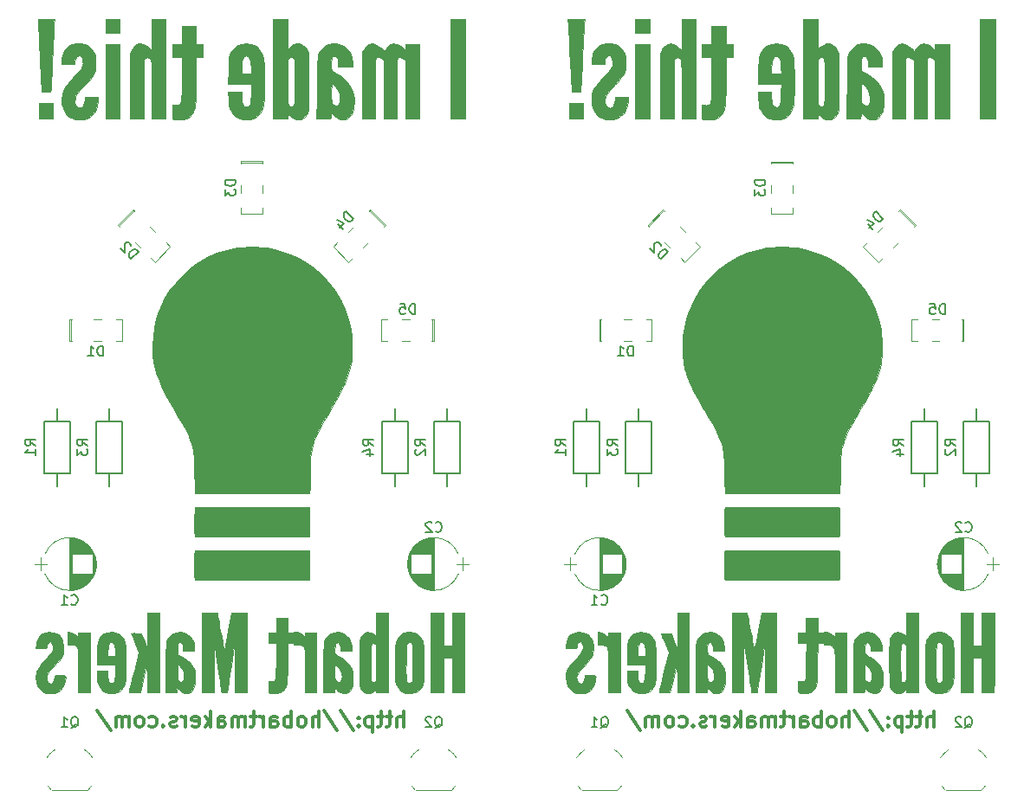
<source format=gbo>
G04 #@! TF.FileFunction,Legend,Bot*
%FSLAX46Y46*%
G04 Gerber Fmt 4.6, Leading zero omitted, Abs format (unit mm)*
G04 Created by KiCad (PCBNEW 4.0.5-e0-6337~49~ubuntu16.04.1) date Sat May 13 16:51:14 2017*
%MOMM*%
%LPD*%
G01*
G04 APERTURE LIST*
%ADD10C,0.100000*%
%ADD11C,0.300000*%
%ADD12C,0.120000*%
%ADD13C,0.150000*%
%ADD14C,0.010000*%
G04 APERTURE END LIST*
D10*
D11*
X-42570836Y-15914411D02*
X-42570836Y-14414411D01*
X-43213693Y-15914411D02*
X-43213693Y-15128697D01*
X-43142264Y-14985840D01*
X-42999407Y-14914411D01*
X-42785122Y-14914411D01*
X-42642264Y-14985840D01*
X-42570836Y-15057269D01*
X-43713693Y-14914411D02*
X-44285122Y-14914411D01*
X-43927979Y-14414411D02*
X-43927979Y-15700126D01*
X-43999407Y-15842983D01*
X-44142265Y-15914411D01*
X-44285122Y-15914411D01*
X-44570836Y-14914411D02*
X-45142265Y-14914411D01*
X-44785122Y-14414411D02*
X-44785122Y-15700126D01*
X-44856550Y-15842983D01*
X-44999408Y-15914411D01*
X-45142265Y-15914411D01*
X-45642265Y-14914411D02*
X-45642265Y-16414411D01*
X-45642265Y-14985840D02*
X-45785122Y-14914411D01*
X-46070836Y-14914411D01*
X-46213693Y-14985840D01*
X-46285122Y-15057269D01*
X-46356551Y-15200126D01*
X-46356551Y-15628697D01*
X-46285122Y-15771554D01*
X-46213693Y-15842983D01*
X-46070836Y-15914411D01*
X-45785122Y-15914411D01*
X-45642265Y-15842983D01*
X-46999408Y-15771554D02*
X-47070836Y-15842983D01*
X-46999408Y-15914411D01*
X-46927979Y-15842983D01*
X-46999408Y-15771554D01*
X-46999408Y-15914411D01*
X-46999408Y-14985840D02*
X-47070836Y-15057269D01*
X-46999408Y-15128697D01*
X-46927979Y-15057269D01*
X-46999408Y-14985840D01*
X-46999408Y-15128697D01*
X-48785122Y-14342983D02*
X-47499408Y-16271554D01*
X-50356551Y-14342983D02*
X-49070837Y-16271554D01*
X-50856552Y-15914411D02*
X-50856552Y-14414411D01*
X-51499409Y-15914411D02*
X-51499409Y-15128697D01*
X-51427980Y-14985840D01*
X-51285123Y-14914411D01*
X-51070838Y-14914411D01*
X-50927980Y-14985840D01*
X-50856552Y-15057269D01*
X-52427981Y-15914411D02*
X-52285123Y-15842983D01*
X-52213695Y-15771554D01*
X-52142266Y-15628697D01*
X-52142266Y-15200126D01*
X-52213695Y-15057269D01*
X-52285123Y-14985840D01*
X-52427981Y-14914411D01*
X-52642266Y-14914411D01*
X-52785123Y-14985840D01*
X-52856552Y-15057269D01*
X-52927981Y-15200126D01*
X-52927981Y-15628697D01*
X-52856552Y-15771554D01*
X-52785123Y-15842983D01*
X-52642266Y-15914411D01*
X-52427981Y-15914411D01*
X-53570838Y-15914411D02*
X-53570838Y-14414411D01*
X-53570838Y-14985840D02*
X-53713695Y-14914411D01*
X-53999409Y-14914411D01*
X-54142266Y-14985840D01*
X-54213695Y-15057269D01*
X-54285124Y-15200126D01*
X-54285124Y-15628697D01*
X-54213695Y-15771554D01*
X-54142266Y-15842983D01*
X-53999409Y-15914411D01*
X-53713695Y-15914411D01*
X-53570838Y-15842983D01*
X-55570838Y-15914411D02*
X-55570838Y-15128697D01*
X-55499409Y-14985840D01*
X-55356552Y-14914411D01*
X-55070838Y-14914411D01*
X-54927981Y-14985840D01*
X-55570838Y-15842983D02*
X-55427981Y-15914411D01*
X-55070838Y-15914411D01*
X-54927981Y-15842983D01*
X-54856552Y-15700126D01*
X-54856552Y-15557269D01*
X-54927981Y-15414411D01*
X-55070838Y-15342983D01*
X-55427981Y-15342983D01*
X-55570838Y-15271554D01*
X-56285124Y-15914411D02*
X-56285124Y-14914411D01*
X-56285124Y-15200126D02*
X-56356552Y-15057269D01*
X-56427981Y-14985840D01*
X-56570838Y-14914411D01*
X-56713695Y-14914411D01*
X-56999409Y-14914411D02*
X-57570838Y-14914411D01*
X-57213695Y-14414411D02*
X-57213695Y-15700126D01*
X-57285123Y-15842983D01*
X-57427981Y-15914411D01*
X-57570838Y-15914411D01*
X-58070838Y-15914411D02*
X-58070838Y-14914411D01*
X-58070838Y-15057269D02*
X-58142266Y-14985840D01*
X-58285124Y-14914411D01*
X-58499409Y-14914411D01*
X-58642266Y-14985840D01*
X-58713695Y-15128697D01*
X-58713695Y-15914411D01*
X-58713695Y-15128697D02*
X-58785124Y-14985840D01*
X-58927981Y-14914411D01*
X-59142266Y-14914411D01*
X-59285124Y-14985840D01*
X-59356552Y-15128697D01*
X-59356552Y-15914411D01*
X-60713695Y-15914411D02*
X-60713695Y-15128697D01*
X-60642266Y-14985840D01*
X-60499409Y-14914411D01*
X-60213695Y-14914411D01*
X-60070838Y-14985840D01*
X-60713695Y-15842983D02*
X-60570838Y-15914411D01*
X-60213695Y-15914411D01*
X-60070838Y-15842983D01*
X-59999409Y-15700126D01*
X-59999409Y-15557269D01*
X-60070838Y-15414411D01*
X-60213695Y-15342983D01*
X-60570838Y-15342983D01*
X-60713695Y-15271554D01*
X-61427981Y-15914411D02*
X-61427981Y-14414411D01*
X-61570838Y-15342983D02*
X-61999409Y-15914411D01*
X-61999409Y-14914411D02*
X-61427981Y-15485840D01*
X-63213695Y-15842983D02*
X-63070838Y-15914411D01*
X-62785124Y-15914411D01*
X-62642267Y-15842983D01*
X-62570838Y-15700126D01*
X-62570838Y-15128697D01*
X-62642267Y-14985840D01*
X-62785124Y-14914411D01*
X-63070838Y-14914411D01*
X-63213695Y-14985840D01*
X-63285124Y-15128697D01*
X-63285124Y-15271554D01*
X-62570838Y-15414411D01*
X-63927981Y-15914411D02*
X-63927981Y-14914411D01*
X-63927981Y-15200126D02*
X-63999409Y-15057269D01*
X-64070838Y-14985840D01*
X-64213695Y-14914411D01*
X-64356552Y-14914411D01*
X-64785123Y-15842983D02*
X-64927980Y-15914411D01*
X-65213695Y-15914411D01*
X-65356552Y-15842983D01*
X-65427980Y-15700126D01*
X-65427980Y-15628697D01*
X-65356552Y-15485840D01*
X-65213695Y-15414411D01*
X-64999409Y-15414411D01*
X-64856552Y-15342983D01*
X-64785123Y-15200126D01*
X-64785123Y-15128697D01*
X-64856552Y-14985840D01*
X-64999409Y-14914411D01*
X-65213695Y-14914411D01*
X-65356552Y-14985840D01*
X-66070838Y-15771554D02*
X-66142266Y-15842983D01*
X-66070838Y-15914411D01*
X-65999409Y-15842983D01*
X-66070838Y-15771554D01*
X-66070838Y-15914411D01*
X-67427981Y-15842983D02*
X-67285124Y-15914411D01*
X-66999410Y-15914411D01*
X-66856552Y-15842983D01*
X-66785124Y-15771554D01*
X-66713695Y-15628697D01*
X-66713695Y-15200126D01*
X-66785124Y-15057269D01*
X-66856552Y-14985840D01*
X-66999410Y-14914411D01*
X-67285124Y-14914411D01*
X-67427981Y-14985840D01*
X-68285124Y-15914411D02*
X-68142266Y-15842983D01*
X-68070838Y-15771554D01*
X-67999409Y-15628697D01*
X-67999409Y-15200126D01*
X-68070838Y-15057269D01*
X-68142266Y-14985840D01*
X-68285124Y-14914411D01*
X-68499409Y-14914411D01*
X-68642266Y-14985840D01*
X-68713695Y-15057269D01*
X-68785124Y-15200126D01*
X-68785124Y-15628697D01*
X-68713695Y-15771554D01*
X-68642266Y-15842983D01*
X-68499409Y-15914411D01*
X-68285124Y-15914411D01*
X-69427981Y-15914411D02*
X-69427981Y-14914411D01*
X-69427981Y-15057269D02*
X-69499409Y-14985840D01*
X-69642267Y-14914411D01*
X-69856552Y-14914411D01*
X-69999409Y-14985840D01*
X-70070838Y-15128697D01*
X-70070838Y-15914411D01*
X-70070838Y-15128697D02*
X-70142267Y-14985840D01*
X-70285124Y-14914411D01*
X-70499409Y-14914411D01*
X-70642267Y-14985840D01*
X-70713695Y-15128697D01*
X-70713695Y-15914411D01*
X-72499409Y-14342983D02*
X-71213695Y-16271554D01*
X-94361496Y-15912591D02*
X-94361496Y-14412591D01*
X-95004353Y-15912591D02*
X-95004353Y-15126877D01*
X-94932924Y-14984020D01*
X-94790067Y-14912591D01*
X-94575782Y-14912591D01*
X-94432924Y-14984020D01*
X-94361496Y-15055449D01*
X-95504353Y-14912591D02*
X-96075782Y-14912591D01*
X-95718639Y-14412591D02*
X-95718639Y-15698306D01*
X-95790067Y-15841163D01*
X-95932925Y-15912591D01*
X-96075782Y-15912591D01*
X-96361496Y-14912591D02*
X-96932925Y-14912591D01*
X-96575782Y-14412591D02*
X-96575782Y-15698306D01*
X-96647210Y-15841163D01*
X-96790068Y-15912591D01*
X-96932925Y-15912591D01*
X-97432925Y-14912591D02*
X-97432925Y-16412591D01*
X-97432925Y-14984020D02*
X-97575782Y-14912591D01*
X-97861496Y-14912591D01*
X-98004353Y-14984020D01*
X-98075782Y-15055449D01*
X-98147211Y-15198306D01*
X-98147211Y-15626877D01*
X-98075782Y-15769734D01*
X-98004353Y-15841163D01*
X-97861496Y-15912591D01*
X-97575782Y-15912591D01*
X-97432925Y-15841163D01*
X-98790068Y-15769734D02*
X-98861496Y-15841163D01*
X-98790068Y-15912591D01*
X-98718639Y-15841163D01*
X-98790068Y-15769734D01*
X-98790068Y-15912591D01*
X-98790068Y-14984020D02*
X-98861496Y-15055449D01*
X-98790068Y-15126877D01*
X-98718639Y-15055449D01*
X-98790068Y-14984020D01*
X-98790068Y-15126877D01*
X-100575782Y-14341163D02*
X-99290068Y-16269734D01*
X-102147211Y-14341163D02*
X-100861497Y-16269734D01*
X-102647212Y-15912591D02*
X-102647212Y-14412591D01*
X-103290069Y-15912591D02*
X-103290069Y-15126877D01*
X-103218640Y-14984020D01*
X-103075783Y-14912591D01*
X-102861498Y-14912591D01*
X-102718640Y-14984020D01*
X-102647212Y-15055449D01*
X-104218641Y-15912591D02*
X-104075783Y-15841163D01*
X-104004355Y-15769734D01*
X-103932926Y-15626877D01*
X-103932926Y-15198306D01*
X-104004355Y-15055449D01*
X-104075783Y-14984020D01*
X-104218641Y-14912591D01*
X-104432926Y-14912591D01*
X-104575783Y-14984020D01*
X-104647212Y-15055449D01*
X-104718641Y-15198306D01*
X-104718641Y-15626877D01*
X-104647212Y-15769734D01*
X-104575783Y-15841163D01*
X-104432926Y-15912591D01*
X-104218641Y-15912591D01*
X-105361498Y-15912591D02*
X-105361498Y-14412591D01*
X-105361498Y-14984020D02*
X-105504355Y-14912591D01*
X-105790069Y-14912591D01*
X-105932926Y-14984020D01*
X-106004355Y-15055449D01*
X-106075784Y-15198306D01*
X-106075784Y-15626877D01*
X-106004355Y-15769734D01*
X-105932926Y-15841163D01*
X-105790069Y-15912591D01*
X-105504355Y-15912591D01*
X-105361498Y-15841163D01*
X-107361498Y-15912591D02*
X-107361498Y-15126877D01*
X-107290069Y-14984020D01*
X-107147212Y-14912591D01*
X-106861498Y-14912591D01*
X-106718641Y-14984020D01*
X-107361498Y-15841163D02*
X-107218641Y-15912591D01*
X-106861498Y-15912591D01*
X-106718641Y-15841163D01*
X-106647212Y-15698306D01*
X-106647212Y-15555449D01*
X-106718641Y-15412591D01*
X-106861498Y-15341163D01*
X-107218641Y-15341163D01*
X-107361498Y-15269734D01*
X-108075784Y-15912591D02*
X-108075784Y-14912591D01*
X-108075784Y-15198306D02*
X-108147212Y-15055449D01*
X-108218641Y-14984020D01*
X-108361498Y-14912591D01*
X-108504355Y-14912591D01*
X-108790069Y-14912591D02*
X-109361498Y-14912591D01*
X-109004355Y-14412591D02*
X-109004355Y-15698306D01*
X-109075783Y-15841163D01*
X-109218641Y-15912591D01*
X-109361498Y-15912591D01*
X-109861498Y-15912591D02*
X-109861498Y-14912591D01*
X-109861498Y-15055449D02*
X-109932926Y-14984020D01*
X-110075784Y-14912591D01*
X-110290069Y-14912591D01*
X-110432926Y-14984020D01*
X-110504355Y-15126877D01*
X-110504355Y-15912591D01*
X-110504355Y-15126877D02*
X-110575784Y-14984020D01*
X-110718641Y-14912591D01*
X-110932926Y-14912591D01*
X-111075784Y-14984020D01*
X-111147212Y-15126877D01*
X-111147212Y-15912591D01*
X-112504355Y-15912591D02*
X-112504355Y-15126877D01*
X-112432926Y-14984020D01*
X-112290069Y-14912591D01*
X-112004355Y-14912591D01*
X-111861498Y-14984020D01*
X-112504355Y-15841163D02*
X-112361498Y-15912591D01*
X-112004355Y-15912591D01*
X-111861498Y-15841163D01*
X-111790069Y-15698306D01*
X-111790069Y-15555449D01*
X-111861498Y-15412591D01*
X-112004355Y-15341163D01*
X-112361498Y-15341163D01*
X-112504355Y-15269734D01*
X-113218641Y-15912591D02*
X-113218641Y-14412591D01*
X-113361498Y-15341163D02*
X-113790069Y-15912591D01*
X-113790069Y-14912591D02*
X-113218641Y-15484020D01*
X-115004355Y-15841163D02*
X-114861498Y-15912591D01*
X-114575784Y-15912591D01*
X-114432927Y-15841163D01*
X-114361498Y-15698306D01*
X-114361498Y-15126877D01*
X-114432927Y-14984020D01*
X-114575784Y-14912591D01*
X-114861498Y-14912591D01*
X-115004355Y-14984020D01*
X-115075784Y-15126877D01*
X-115075784Y-15269734D01*
X-114361498Y-15412591D01*
X-115718641Y-15912591D02*
X-115718641Y-14912591D01*
X-115718641Y-15198306D02*
X-115790069Y-15055449D01*
X-115861498Y-14984020D01*
X-116004355Y-14912591D01*
X-116147212Y-14912591D01*
X-116575783Y-15841163D02*
X-116718640Y-15912591D01*
X-117004355Y-15912591D01*
X-117147212Y-15841163D01*
X-117218640Y-15698306D01*
X-117218640Y-15626877D01*
X-117147212Y-15484020D01*
X-117004355Y-15412591D01*
X-116790069Y-15412591D01*
X-116647212Y-15341163D01*
X-116575783Y-15198306D01*
X-116575783Y-15126877D01*
X-116647212Y-14984020D01*
X-116790069Y-14912591D01*
X-117004355Y-14912591D01*
X-117147212Y-14984020D01*
X-117861498Y-15769734D02*
X-117932926Y-15841163D01*
X-117861498Y-15912591D01*
X-117790069Y-15841163D01*
X-117861498Y-15769734D01*
X-117861498Y-15912591D01*
X-119218641Y-15841163D02*
X-119075784Y-15912591D01*
X-118790070Y-15912591D01*
X-118647212Y-15841163D01*
X-118575784Y-15769734D01*
X-118504355Y-15626877D01*
X-118504355Y-15198306D01*
X-118575784Y-15055449D01*
X-118647212Y-14984020D01*
X-118790070Y-14912591D01*
X-119075784Y-14912591D01*
X-119218641Y-14984020D01*
X-120075784Y-15912591D02*
X-119932926Y-15841163D01*
X-119861498Y-15769734D01*
X-119790069Y-15626877D01*
X-119790069Y-15198306D01*
X-119861498Y-15055449D01*
X-119932926Y-14984020D01*
X-120075784Y-14912591D01*
X-120290069Y-14912591D01*
X-120432926Y-14984020D01*
X-120504355Y-15055449D01*
X-120575784Y-15198306D01*
X-120575784Y-15626877D01*
X-120504355Y-15769734D01*
X-120432926Y-15841163D01*
X-120290069Y-15912591D01*
X-120075784Y-15912591D01*
X-121218641Y-15912591D02*
X-121218641Y-14912591D01*
X-121218641Y-15055449D02*
X-121290069Y-14984020D01*
X-121432927Y-14912591D01*
X-121647212Y-14912591D01*
X-121790069Y-14984020D01*
X-121861498Y-15126877D01*
X-121861498Y-15912591D01*
X-121861498Y-15126877D02*
X-121932927Y-14984020D01*
X-122075784Y-14912591D01*
X-122290069Y-14912591D01*
X-122432927Y-14984020D01*
X-122504355Y-15126877D01*
X-122504355Y-15912591D01*
X-124290069Y-14341163D02*
X-123004355Y-16269734D01*
D12*
X-70519681Y33186795D02*
X-70371189Y33038302D01*
X-68843838Y31510951D02*
X-68326943Y30994056D01*
X-67295274Y29962388D02*
X-66899294Y29566408D01*
X-69020615Y34685861D02*
X-68872122Y34537369D01*
X-67344771Y33010018D02*
X-66827876Y32493123D01*
X-65796208Y31461454D02*
X-65400228Y31065474D01*
X-70519681Y33186795D02*
X-69020615Y34685861D01*
X-66899294Y29566408D02*
X-65400228Y31065474D01*
X-70434828Y33101942D02*
X-68935762Y34601008D01*
X-45835345Y34685861D02*
X-45983838Y34537369D01*
X-47511189Y33010018D02*
X-48028084Y32493123D01*
X-49059752Y31461454D02*
X-49455732Y31065474D01*
X-44336279Y33186795D02*
X-44484771Y33038302D01*
X-46012122Y31510951D02*
X-46529017Y30994056D01*
X-47560686Y29962388D02*
X-47956666Y29566408D01*
X-45835345Y34685861D02*
X-44336279Y33186795D01*
X-49455732Y31065474D02*
X-47956666Y29566408D01*
X-45920198Y34601008D02*
X-44421132Y33101942D01*
X-75227980Y21804160D02*
X-75017980Y21804160D01*
X-72857980Y21804160D02*
X-72126980Y21804160D01*
X-70667980Y21804160D02*
X-70107980Y21804160D01*
X-75227980Y23924160D02*
X-75017980Y23924160D01*
X-72857980Y23924160D02*
X-72126980Y23924160D01*
X-70667980Y23924160D02*
X-70107980Y23924160D01*
X-75227980Y21804160D02*
X-75227980Y23924160D01*
X-70107980Y21804160D02*
X-70107980Y23924160D01*
X-75107980Y21804160D02*
X-75107980Y23924160D01*
X-58487980Y39394160D02*
X-58487980Y39184160D01*
X-58487980Y37024160D02*
X-58487980Y36293160D01*
X-58487980Y34834160D02*
X-58487980Y34274160D01*
X-56367980Y39394160D02*
X-56367980Y39184160D01*
X-56367980Y37024160D02*
X-56367980Y36293160D01*
X-56367980Y34834160D02*
X-56367980Y34274160D01*
X-58487980Y39394160D02*
X-56367980Y39394160D01*
X-58487980Y34274160D02*
X-56367980Y34274160D01*
X-58487980Y39274160D02*
X-56367980Y39274160D01*
X-39627980Y23924160D02*
X-39837980Y23924160D01*
X-41997980Y23924160D02*
X-42728980Y23924160D01*
X-44187980Y23924160D02*
X-44747980Y23924160D01*
X-39627980Y21804160D02*
X-39837980Y21804160D01*
X-41997980Y21804160D02*
X-42728980Y21804160D01*
X-44187980Y21804160D02*
X-44747980Y21804160D01*
X-39627980Y23924160D02*
X-39627980Y21804160D01*
X-44747980Y23924160D02*
X-44747980Y21804160D01*
X-39747980Y23924160D02*
X-39747980Y21804160D01*
X-73757981Y-18165840D02*
G75*
G02X-72957980Y-18965840I-1249999J-2050000D01*
G01*
X-76657979Y-18165840D02*
G75*
G03X-77457980Y-18965840I1249999J-2050000D01*
G01*
X-73069254Y-21690043D02*
G75*
G02X-73407980Y-22115840I-2038726J1274203D01*
G01*
X-77346706Y-21690043D02*
G75*
G03X-77007980Y-22115840I2038726J1274203D01*
G01*
X-73507980Y-22115840D02*
X-76907980Y-22115840D01*
X-38197981Y-18165840D02*
G75*
G02X-37397980Y-18965840I-1249999J-2050000D01*
G01*
X-41097979Y-18165840D02*
G75*
G03X-41897980Y-18965840I1249999J-2050000D01*
G01*
X-37509254Y-21690043D02*
G75*
G02X-37847980Y-22115840I-2038726J1274203D01*
G01*
X-41786706Y-21690043D02*
G75*
G03X-41447980Y-22115840I2038726J1274203D01*
G01*
X-37947980Y-22115840D02*
X-41347980Y-22115840D01*
D13*
X-77747980Y13974160D02*
X-77747980Y8894160D01*
X-77747980Y8894160D02*
X-75207980Y8894160D01*
X-75207980Y8894160D02*
X-75207980Y13974160D01*
X-75207980Y13974160D02*
X-77747980Y13974160D01*
X-76477980Y13974160D02*
X-76477980Y15244160D01*
X-76477980Y8894160D02*
X-76477980Y7624160D01*
X-39647980Y13974160D02*
X-39647980Y8894160D01*
X-39647980Y8894160D02*
X-37107980Y8894160D01*
X-37107980Y8894160D02*
X-37107980Y13974160D01*
X-37107980Y13974160D02*
X-39647980Y13974160D01*
X-38377980Y13974160D02*
X-38377980Y15244160D01*
X-38377980Y8894160D02*
X-38377980Y7624160D01*
X-72667980Y13974160D02*
X-72667980Y8894160D01*
X-72667980Y8894160D02*
X-70127980Y8894160D01*
X-70127980Y8894160D02*
X-70127980Y13974160D01*
X-70127980Y13974160D02*
X-72667980Y13974160D01*
X-71397980Y13974160D02*
X-71397980Y15244160D01*
X-71397980Y8894160D02*
X-71397980Y7624160D01*
X-44727980Y13974160D02*
X-44727980Y8894160D01*
X-44727980Y8894160D02*
X-42187980Y8894160D01*
X-42187980Y8894160D02*
X-42187980Y13974160D01*
X-42187980Y13974160D02*
X-44727980Y13974160D01*
X-43457980Y13974160D02*
X-43457980Y15244160D01*
X-43457980Y8894160D02*
X-43457980Y7624160D01*
D12*
X-72831117Y-977240D02*
G75*
G02X-77625416Y-975840I-2396863J981400D01*
G01*
X-72831117Y985560D02*
G75*
G03X-77625416Y984160I-2396863J-981400D01*
G01*
X-72831117Y985560D02*
G75*
G02X-72830544Y-975840I-2396863J-981400D01*
G01*
X-75227980Y-2545840D02*
X-75227980Y2554160D01*
X-75187980Y-2545840D02*
X-75187980Y2554160D01*
X-75147980Y-2544840D02*
X-75147980Y2553160D01*
X-75107980Y-2543840D02*
X-75107980Y2552160D01*
X-75067980Y-2541840D02*
X-75067980Y2550160D01*
X-75027980Y-2538840D02*
X-75027980Y2547160D01*
X-74987980Y-2534840D02*
X-74987980Y2543160D01*
X-74947980Y-2530840D02*
X-74947980Y-975840D01*
X-74947980Y984160D02*
X-74947980Y2539160D01*
X-74907980Y-2526840D02*
X-74907980Y-975840D01*
X-74907980Y984160D02*
X-74907980Y2535160D01*
X-74867980Y-2520840D02*
X-74867980Y-975840D01*
X-74867980Y984160D02*
X-74867980Y2529160D01*
X-74827980Y-2514840D02*
X-74827980Y-975840D01*
X-74827980Y984160D02*
X-74827980Y2523160D01*
X-74787980Y-2508840D02*
X-74787980Y-975840D01*
X-74787980Y984160D02*
X-74787980Y2517160D01*
X-74747980Y-2501840D02*
X-74747980Y-975840D01*
X-74747980Y984160D02*
X-74747980Y2510160D01*
X-74707980Y-2493840D02*
X-74707980Y-975840D01*
X-74707980Y984160D02*
X-74707980Y2502160D01*
X-74667980Y-2484840D02*
X-74667980Y-975840D01*
X-74667980Y984160D02*
X-74667980Y2493160D01*
X-74627980Y-2475840D02*
X-74627980Y-975840D01*
X-74627980Y984160D02*
X-74627980Y2484160D01*
X-74587980Y-2465840D02*
X-74587980Y-975840D01*
X-74587980Y984160D02*
X-74587980Y2474160D01*
X-74547980Y-2455840D02*
X-74547980Y-975840D01*
X-74547980Y984160D02*
X-74547980Y2464160D01*
X-74506980Y-2443840D02*
X-74506980Y-975840D01*
X-74506980Y984160D02*
X-74506980Y2452160D01*
X-74466980Y-2431840D02*
X-74466980Y-975840D01*
X-74466980Y984160D02*
X-74466980Y2440160D01*
X-74426980Y-2419840D02*
X-74426980Y-975840D01*
X-74426980Y984160D02*
X-74426980Y2428160D01*
X-74386980Y-2405840D02*
X-74386980Y-975840D01*
X-74386980Y984160D02*
X-74386980Y2414160D01*
X-74346980Y-2391840D02*
X-74346980Y-975840D01*
X-74346980Y984160D02*
X-74346980Y2400160D01*
X-74306980Y-2377840D02*
X-74306980Y-975840D01*
X-74306980Y984160D02*
X-74306980Y2386160D01*
X-74266980Y-2361840D02*
X-74266980Y-975840D01*
X-74266980Y984160D02*
X-74266980Y2370160D01*
X-74226980Y-2345840D02*
X-74226980Y-975840D01*
X-74226980Y984160D02*
X-74226980Y2354160D01*
X-74186980Y-2328840D02*
X-74186980Y-975840D01*
X-74186980Y984160D02*
X-74186980Y2337160D01*
X-74146980Y-2310840D02*
X-74146980Y-975840D01*
X-74146980Y984160D02*
X-74146980Y2319160D01*
X-74106980Y-2291840D02*
X-74106980Y-975840D01*
X-74106980Y984160D02*
X-74106980Y2300160D01*
X-74066980Y-2271840D02*
X-74066980Y-975840D01*
X-74066980Y984160D02*
X-74066980Y2280160D01*
X-74026980Y-2251840D02*
X-74026980Y-975840D01*
X-74026980Y984160D02*
X-74026980Y2260160D01*
X-73986980Y-2229840D02*
X-73986980Y-975840D01*
X-73986980Y984160D02*
X-73986980Y2238160D01*
X-73946980Y-2207840D02*
X-73946980Y-975840D01*
X-73946980Y984160D02*
X-73946980Y2216160D01*
X-73906980Y-2184840D02*
X-73906980Y-975840D01*
X-73906980Y984160D02*
X-73906980Y2193160D01*
X-73866980Y-2160840D02*
X-73866980Y-975840D01*
X-73866980Y984160D02*
X-73866980Y2169160D01*
X-73826980Y-2135840D02*
X-73826980Y-975840D01*
X-73826980Y984160D02*
X-73826980Y2144160D01*
X-73786980Y-2108840D02*
X-73786980Y-975840D01*
X-73786980Y984160D02*
X-73786980Y2117160D01*
X-73746980Y-2081840D02*
X-73746980Y-975840D01*
X-73746980Y984160D02*
X-73746980Y2090160D01*
X-73706980Y-2053840D02*
X-73706980Y-975840D01*
X-73706980Y984160D02*
X-73706980Y2062160D01*
X-73666980Y-2023840D02*
X-73666980Y-975840D01*
X-73666980Y984160D02*
X-73666980Y2032160D01*
X-73626980Y-1992840D02*
X-73626980Y-975840D01*
X-73626980Y984160D02*
X-73626980Y2001160D01*
X-73586980Y-1960840D02*
X-73586980Y-975840D01*
X-73586980Y984160D02*
X-73586980Y1969160D01*
X-73546980Y-1927840D02*
X-73546980Y-975840D01*
X-73546980Y984160D02*
X-73546980Y1936160D01*
X-73506980Y-1892840D02*
X-73506980Y-975840D01*
X-73506980Y984160D02*
X-73506980Y1901160D01*
X-73466980Y-1856840D02*
X-73466980Y-975840D01*
X-73466980Y984160D02*
X-73466980Y1865160D01*
X-73426980Y-1818840D02*
X-73426980Y-975840D01*
X-73426980Y984160D02*
X-73426980Y1827160D01*
X-73386980Y-1778840D02*
X-73386980Y-975840D01*
X-73386980Y984160D02*
X-73386980Y1787160D01*
X-73346980Y-1737840D02*
X-73346980Y-975840D01*
X-73346980Y984160D02*
X-73346980Y1746160D01*
X-73306980Y-1694840D02*
X-73306980Y-975840D01*
X-73306980Y984160D02*
X-73306980Y1703160D01*
X-73266980Y-1649840D02*
X-73266980Y-975840D01*
X-73266980Y984160D02*
X-73266980Y1658160D01*
X-73226980Y-1601840D02*
X-73226980Y-975840D01*
X-73226980Y984160D02*
X-73226980Y1610160D01*
X-73186980Y-1551840D02*
X-73186980Y-975840D01*
X-73186980Y984160D02*
X-73186980Y1560160D01*
X-73146980Y-1499840D02*
X-73146980Y-975840D01*
X-73146980Y984160D02*
X-73146980Y1508160D01*
X-73106980Y-1443840D02*
X-73106980Y-975840D01*
X-73106980Y984160D02*
X-73106980Y1452160D01*
X-73066980Y-1385840D02*
X-73066980Y-975840D01*
X-73066980Y984160D02*
X-73066980Y1394160D01*
X-73026980Y-1322840D02*
X-73026980Y-975840D01*
X-73026980Y984160D02*
X-73026980Y1331160D01*
X-72986980Y-1256840D02*
X-72986980Y1265160D01*
X-72946980Y-1184840D02*
X-72946980Y1193160D01*
X-72906980Y-1107840D02*
X-72906980Y1116160D01*
X-72866980Y-1023840D02*
X-72866980Y1032160D01*
X-72826980Y-929840D02*
X-72826980Y938160D01*
X-72786980Y-824840D02*
X-72786980Y833160D01*
X-72746980Y-702840D02*
X-72746980Y711160D01*
X-72706980Y-554840D02*
X-72706980Y563160D01*
X-72666980Y-349840D02*
X-72666980Y358160D01*
X-78677980Y4160D02*
X-77477980Y4160D01*
X-78077980Y-645840D02*
X-78077980Y654160D01*
X-42024843Y985560D02*
G75*
G02X-37230544Y984160I2396863J-981400D01*
G01*
X-42024843Y-977240D02*
G75*
G03X-37230544Y-975840I2396863J981400D01*
G01*
X-42024843Y-977240D02*
G75*
G02X-42025416Y984160I2396863J981400D01*
G01*
X-39627980Y2554160D02*
X-39627980Y-2545840D01*
X-39667980Y2554160D02*
X-39667980Y-2545840D01*
X-39707980Y2553160D02*
X-39707980Y-2544840D01*
X-39747980Y2552160D02*
X-39747980Y-2543840D01*
X-39787980Y2550160D02*
X-39787980Y-2541840D01*
X-39827980Y2547160D02*
X-39827980Y-2538840D01*
X-39867980Y2543160D02*
X-39867980Y-2534840D01*
X-39907980Y2539160D02*
X-39907980Y984160D01*
X-39907980Y-975840D02*
X-39907980Y-2530840D01*
X-39947980Y2535160D02*
X-39947980Y984160D01*
X-39947980Y-975840D02*
X-39947980Y-2526840D01*
X-39987980Y2529160D02*
X-39987980Y984160D01*
X-39987980Y-975840D02*
X-39987980Y-2520840D01*
X-40027980Y2523160D02*
X-40027980Y984160D01*
X-40027980Y-975840D02*
X-40027980Y-2514840D01*
X-40067980Y2517160D02*
X-40067980Y984160D01*
X-40067980Y-975840D02*
X-40067980Y-2508840D01*
X-40107980Y2510160D02*
X-40107980Y984160D01*
X-40107980Y-975840D02*
X-40107980Y-2501840D01*
X-40147980Y2502160D02*
X-40147980Y984160D01*
X-40147980Y-975840D02*
X-40147980Y-2493840D01*
X-40187980Y2493160D02*
X-40187980Y984160D01*
X-40187980Y-975840D02*
X-40187980Y-2484840D01*
X-40227980Y2484160D02*
X-40227980Y984160D01*
X-40227980Y-975840D02*
X-40227980Y-2475840D01*
X-40267980Y2474160D02*
X-40267980Y984160D01*
X-40267980Y-975840D02*
X-40267980Y-2465840D01*
X-40307980Y2464160D02*
X-40307980Y984160D01*
X-40307980Y-975840D02*
X-40307980Y-2455840D01*
X-40348980Y2452160D02*
X-40348980Y984160D01*
X-40348980Y-975840D02*
X-40348980Y-2443840D01*
X-40388980Y2440160D02*
X-40388980Y984160D01*
X-40388980Y-975840D02*
X-40388980Y-2431840D01*
X-40428980Y2428160D02*
X-40428980Y984160D01*
X-40428980Y-975840D02*
X-40428980Y-2419840D01*
X-40468980Y2414160D02*
X-40468980Y984160D01*
X-40468980Y-975840D02*
X-40468980Y-2405840D01*
X-40508980Y2400160D02*
X-40508980Y984160D01*
X-40508980Y-975840D02*
X-40508980Y-2391840D01*
X-40548980Y2386160D02*
X-40548980Y984160D01*
X-40548980Y-975840D02*
X-40548980Y-2377840D01*
X-40588980Y2370160D02*
X-40588980Y984160D01*
X-40588980Y-975840D02*
X-40588980Y-2361840D01*
X-40628980Y2354160D02*
X-40628980Y984160D01*
X-40628980Y-975840D02*
X-40628980Y-2345840D01*
X-40668980Y2337160D02*
X-40668980Y984160D01*
X-40668980Y-975840D02*
X-40668980Y-2328840D01*
X-40708980Y2319160D02*
X-40708980Y984160D01*
X-40708980Y-975840D02*
X-40708980Y-2310840D01*
X-40748980Y2300160D02*
X-40748980Y984160D01*
X-40748980Y-975840D02*
X-40748980Y-2291840D01*
X-40788980Y2280160D02*
X-40788980Y984160D01*
X-40788980Y-975840D02*
X-40788980Y-2271840D01*
X-40828980Y2260160D02*
X-40828980Y984160D01*
X-40828980Y-975840D02*
X-40828980Y-2251840D01*
X-40868980Y2238160D02*
X-40868980Y984160D01*
X-40868980Y-975840D02*
X-40868980Y-2229840D01*
X-40908980Y2216160D02*
X-40908980Y984160D01*
X-40908980Y-975840D02*
X-40908980Y-2207840D01*
X-40948980Y2193160D02*
X-40948980Y984160D01*
X-40948980Y-975840D02*
X-40948980Y-2184840D01*
X-40988980Y2169160D02*
X-40988980Y984160D01*
X-40988980Y-975840D02*
X-40988980Y-2160840D01*
X-41028980Y2144160D02*
X-41028980Y984160D01*
X-41028980Y-975840D02*
X-41028980Y-2135840D01*
X-41068980Y2117160D02*
X-41068980Y984160D01*
X-41068980Y-975840D02*
X-41068980Y-2108840D01*
X-41108980Y2090160D02*
X-41108980Y984160D01*
X-41108980Y-975840D02*
X-41108980Y-2081840D01*
X-41148980Y2062160D02*
X-41148980Y984160D01*
X-41148980Y-975840D02*
X-41148980Y-2053840D01*
X-41188980Y2032160D02*
X-41188980Y984160D01*
X-41188980Y-975840D02*
X-41188980Y-2023840D01*
X-41228980Y2001160D02*
X-41228980Y984160D01*
X-41228980Y-975840D02*
X-41228980Y-1992840D01*
X-41268980Y1969160D02*
X-41268980Y984160D01*
X-41268980Y-975840D02*
X-41268980Y-1960840D01*
X-41308980Y1936160D02*
X-41308980Y984160D01*
X-41308980Y-975840D02*
X-41308980Y-1927840D01*
X-41348980Y1901160D02*
X-41348980Y984160D01*
X-41348980Y-975840D02*
X-41348980Y-1892840D01*
X-41388980Y1865160D02*
X-41388980Y984160D01*
X-41388980Y-975840D02*
X-41388980Y-1856840D01*
X-41428980Y1827160D02*
X-41428980Y984160D01*
X-41428980Y-975840D02*
X-41428980Y-1818840D01*
X-41468980Y1787160D02*
X-41468980Y984160D01*
X-41468980Y-975840D02*
X-41468980Y-1778840D01*
X-41508980Y1746160D02*
X-41508980Y984160D01*
X-41508980Y-975840D02*
X-41508980Y-1737840D01*
X-41548980Y1703160D02*
X-41548980Y984160D01*
X-41548980Y-975840D02*
X-41548980Y-1694840D01*
X-41588980Y1658160D02*
X-41588980Y984160D01*
X-41588980Y-975840D02*
X-41588980Y-1649840D01*
X-41628980Y1610160D02*
X-41628980Y984160D01*
X-41628980Y-975840D02*
X-41628980Y-1601840D01*
X-41668980Y1560160D02*
X-41668980Y984160D01*
X-41668980Y-975840D02*
X-41668980Y-1551840D01*
X-41708980Y1508160D02*
X-41708980Y984160D01*
X-41708980Y-975840D02*
X-41708980Y-1499840D01*
X-41748980Y1452160D02*
X-41748980Y984160D01*
X-41748980Y-975840D02*
X-41748980Y-1443840D01*
X-41788980Y1394160D02*
X-41788980Y984160D01*
X-41788980Y-975840D02*
X-41788980Y-1385840D01*
X-41828980Y1331160D02*
X-41828980Y984160D01*
X-41828980Y-975840D02*
X-41828980Y-1322840D01*
X-41868980Y1265160D02*
X-41868980Y-1256840D01*
X-41908980Y1193160D02*
X-41908980Y-1184840D01*
X-41948980Y1116160D02*
X-41948980Y-1107840D01*
X-41988980Y1032160D02*
X-41988980Y-1023840D01*
X-42028980Y938160D02*
X-42028980Y-929840D01*
X-42068980Y833160D02*
X-42068980Y-824840D01*
X-42108980Y711160D02*
X-42108980Y-702840D01*
X-42148980Y563160D02*
X-42148980Y-554840D01*
X-42188980Y358160D02*
X-42188980Y-349840D01*
X-36177980Y4160D02*
X-37377980Y4160D01*
X-36777980Y654160D02*
X-36777980Y-645840D01*
D14*
G36*
X-42158095Y-6652902D02*
X-42539973Y-6735688D01*
X-42849096Y-6899758D01*
X-43090057Y-7149201D01*
X-43267449Y-7488106D01*
X-43336270Y-7701699D01*
X-43362814Y-7813714D01*
X-43383539Y-7938994D01*
X-43398932Y-8091186D01*
X-43409479Y-8283941D01*
X-43415666Y-8530906D01*
X-43417979Y-8845731D01*
X-43416905Y-9242065D01*
X-43412928Y-9733556D01*
X-43411995Y-9827918D01*
X-43406650Y-10322559D01*
X-43401083Y-10719080D01*
X-43394419Y-11030524D01*
X-43385786Y-11269929D01*
X-43374307Y-11450335D01*
X-43359111Y-11584781D01*
X-43339321Y-11686308D01*
X-43314065Y-11767955D01*
X-43282468Y-11842762D01*
X-43276003Y-11856584D01*
X-43111977Y-12124868D01*
X-42899666Y-12359350D01*
X-42670265Y-12527404D01*
X-42603836Y-12559545D01*
X-42393383Y-12612401D01*
X-42120305Y-12633320D01*
X-41828119Y-12623380D01*
X-41560344Y-12583656D01*
X-41389257Y-12529500D01*
X-41126538Y-12353621D01*
X-40902981Y-12092732D01*
X-40738348Y-11771276D01*
X-40710426Y-11689844D01*
X-40683064Y-11588544D01*
X-40661356Y-11470601D01*
X-40644683Y-11322616D01*
X-40632421Y-11131190D01*
X-40623951Y-10882924D01*
X-40618650Y-10564420D01*
X-40615897Y-10162278D01*
X-40615072Y-9663100D01*
X-40615071Y-9635915D01*
X-41698878Y-9635915D01*
X-41698878Y-11416997D01*
X-41831700Y-11549820D01*
X-41982604Y-11646925D01*
X-42123704Y-11635742D01*
X-42244202Y-11519135D01*
X-42290981Y-11427928D01*
X-42314333Y-11351970D01*
X-42332321Y-11241346D01*
X-42345352Y-11084046D01*
X-42353829Y-10868058D01*
X-42358158Y-10581372D01*
X-42358744Y-10211977D01*
X-42355992Y-9747861D01*
X-42354232Y-9552072D01*
X-42349220Y-9072358D01*
X-42343862Y-8691354D01*
X-42337316Y-8396613D01*
X-42328738Y-8175688D01*
X-42317285Y-8016129D01*
X-42302114Y-7905491D01*
X-42282384Y-7831323D01*
X-42257249Y-7781180D01*
X-42232167Y-7749424D01*
X-42085517Y-7647543D01*
X-41933274Y-7656437D01*
X-41810037Y-7743673D01*
X-41779306Y-7778826D01*
X-41754824Y-7824140D01*
X-41735882Y-7891676D01*
X-41721772Y-7993492D01*
X-41711785Y-8141650D01*
X-41705214Y-8348207D01*
X-41701349Y-8625225D01*
X-41699483Y-8984763D01*
X-41698906Y-9438880D01*
X-41698878Y-9635915D01*
X-40615071Y-9635915D01*
X-40615070Y-9633389D01*
X-40616081Y-9086142D01*
X-40620639Y-8637185D01*
X-40631035Y-8273659D01*
X-40649559Y-7982700D01*
X-40678499Y-7751448D01*
X-40720146Y-7567042D01*
X-40776789Y-7416619D01*
X-40850718Y-7287318D01*
X-40944223Y-7166278D01*
X-41059594Y-7040638D01*
X-41080513Y-7018962D01*
X-41338324Y-6803377D01*
X-41615987Y-6680265D01*
X-41939325Y-6640852D01*
X-42158095Y-6652902D01*
X-42158095Y-6652902D01*
G37*
X-42158095Y-6652902D02*
X-42539973Y-6735688D01*
X-42849096Y-6899758D01*
X-43090057Y-7149201D01*
X-43267449Y-7488106D01*
X-43336270Y-7701699D01*
X-43362814Y-7813714D01*
X-43383539Y-7938994D01*
X-43398932Y-8091186D01*
X-43409479Y-8283941D01*
X-43415666Y-8530906D01*
X-43417979Y-8845731D01*
X-43416905Y-9242065D01*
X-43412928Y-9733556D01*
X-43411995Y-9827918D01*
X-43406650Y-10322559D01*
X-43401083Y-10719080D01*
X-43394419Y-11030524D01*
X-43385786Y-11269929D01*
X-43374307Y-11450335D01*
X-43359111Y-11584781D01*
X-43339321Y-11686308D01*
X-43314065Y-11767955D01*
X-43282468Y-11842762D01*
X-43276003Y-11856584D01*
X-43111977Y-12124868D01*
X-42899666Y-12359350D01*
X-42670265Y-12527404D01*
X-42603836Y-12559545D01*
X-42393383Y-12612401D01*
X-42120305Y-12633320D01*
X-41828119Y-12623380D01*
X-41560344Y-12583656D01*
X-41389257Y-12529500D01*
X-41126538Y-12353621D01*
X-40902981Y-12092732D01*
X-40738348Y-11771276D01*
X-40710426Y-11689844D01*
X-40683064Y-11588544D01*
X-40661356Y-11470601D01*
X-40644683Y-11322616D01*
X-40632421Y-11131190D01*
X-40623951Y-10882924D01*
X-40618650Y-10564420D01*
X-40615897Y-10162278D01*
X-40615072Y-9663100D01*
X-40615071Y-9635915D01*
X-41698878Y-9635915D01*
X-41698878Y-11416997D01*
X-41831700Y-11549820D01*
X-41982604Y-11646925D01*
X-42123704Y-11635742D01*
X-42244202Y-11519135D01*
X-42290981Y-11427928D01*
X-42314333Y-11351970D01*
X-42332321Y-11241346D01*
X-42345352Y-11084046D01*
X-42353829Y-10868058D01*
X-42358158Y-10581372D01*
X-42358744Y-10211977D01*
X-42355992Y-9747861D01*
X-42354232Y-9552072D01*
X-42349220Y-9072358D01*
X-42343862Y-8691354D01*
X-42337316Y-8396613D01*
X-42328738Y-8175688D01*
X-42317285Y-8016129D01*
X-42302114Y-7905491D01*
X-42282384Y-7831323D01*
X-42257249Y-7781180D01*
X-42232167Y-7749424D01*
X-42085517Y-7647543D01*
X-41933274Y-7656437D01*
X-41810037Y-7743673D01*
X-41779306Y-7778826D01*
X-41754824Y-7824140D01*
X-41735882Y-7891676D01*
X-41721772Y-7993492D01*
X-41711785Y-8141650D01*
X-41705214Y-8348207D01*
X-41701349Y-8625225D01*
X-41699483Y-8984763D01*
X-41698906Y-9438880D01*
X-41698878Y-9635915D01*
X-40615071Y-9635915D01*
X-40615070Y-9633389D01*
X-40616081Y-9086142D01*
X-40620639Y-8637185D01*
X-40631035Y-8273659D01*
X-40649559Y-7982700D01*
X-40678499Y-7751448D01*
X-40720146Y-7567042D01*
X-40776789Y-7416619D01*
X-40850718Y-7287318D01*
X-40944223Y-7166278D01*
X-41059594Y-7040638D01*
X-41080513Y-7018962D01*
X-41338324Y-6803377D01*
X-41615987Y-6680265D01*
X-41939325Y-6640852D01*
X-42158095Y-6652902D01*
G36*
X-45255989Y-7013025D02*
X-45572304Y-6822551D01*
X-45868158Y-6681807D01*
X-46128017Y-6643094D01*
X-46363240Y-6707877D01*
X-46585187Y-6877618D01*
X-46662600Y-6963003D01*
X-46726976Y-7049021D01*
X-46780163Y-7147132D01*
X-46823089Y-7267989D01*
X-46856679Y-7422245D01*
X-46881861Y-7620552D01*
X-46899559Y-7873563D01*
X-46910700Y-8191932D01*
X-46916211Y-8586310D01*
X-46917019Y-9067349D01*
X-46914048Y-9645704D01*
X-46912576Y-9837696D01*
X-46908032Y-10377161D01*
X-46903516Y-10817089D01*
X-46898328Y-11169100D01*
X-46891769Y-11444813D01*
X-46883138Y-11655848D01*
X-46871736Y-11813827D01*
X-46856864Y-11930367D01*
X-46837822Y-12017090D01*
X-46813910Y-12085616D01*
X-46784428Y-12147564D01*
X-46772091Y-12170914D01*
X-46611176Y-12413656D01*
X-46429139Y-12560563D01*
X-46202578Y-12626934D01*
X-46062741Y-12634702D01*
X-45848140Y-12618177D01*
X-45676518Y-12554694D01*
X-45542709Y-12467962D01*
X-45406536Y-12372990D01*
X-45310212Y-12312604D01*
X-45284260Y-12301223D01*
X-45262986Y-12348914D01*
X-45255989Y-12440172D01*
X-45255989Y-12579122D01*
X-44088812Y-12579122D01*
X-44088812Y-9637043D01*
X-45255989Y-9637043D01*
X-45257986Y-10191922D01*
X-45263895Y-10652730D01*
X-45273597Y-11015748D01*
X-45286972Y-11277256D01*
X-45303900Y-11433534D01*
X-45315307Y-11474510D01*
X-45412709Y-11559342D01*
X-45544625Y-11565875D01*
X-45672702Y-11499755D01*
X-45740206Y-11411945D01*
X-45762242Y-11334092D01*
X-45779702Y-11191786D01*
X-45792934Y-10976245D01*
X-45802286Y-10678686D01*
X-45808106Y-10290326D01*
X-45810742Y-9802384D01*
X-45810969Y-9626989D01*
X-45810900Y-9155115D01*
X-45809623Y-8781519D01*
X-45806315Y-8493319D01*
X-45800156Y-8277634D01*
X-45790322Y-8121582D01*
X-45775992Y-8012282D01*
X-45756344Y-7936853D01*
X-45730556Y-7882414D01*
X-45697806Y-7836082D01*
X-45696594Y-7834539D01*
X-45589279Y-7719996D01*
X-45500898Y-7699616D01*
X-45397537Y-7769765D01*
X-45367149Y-7799253D01*
X-45335984Y-7834958D01*
X-45311254Y-7880991D01*
X-45292218Y-7949624D01*
X-45278133Y-8053131D01*
X-45268257Y-8203782D01*
X-45261848Y-8413850D01*
X-45258164Y-8695606D01*
X-45256461Y-9061324D01*
X-45255998Y-9523274D01*
X-45255989Y-9637043D01*
X-44088812Y-9637043D01*
X-44088812Y-4742360D01*
X-45255989Y-4742360D01*
X-45255989Y-7013025D01*
X-45255989Y-7013025D01*
G37*
X-45255989Y-7013025D02*
X-45572304Y-6822551D01*
X-45868158Y-6681807D01*
X-46128017Y-6643094D01*
X-46363240Y-6707877D01*
X-46585187Y-6877618D01*
X-46662600Y-6963003D01*
X-46726976Y-7049021D01*
X-46780163Y-7147132D01*
X-46823089Y-7267989D01*
X-46856679Y-7422245D01*
X-46881861Y-7620552D01*
X-46899559Y-7873563D01*
X-46910700Y-8191932D01*
X-46916211Y-8586310D01*
X-46917019Y-9067349D01*
X-46914048Y-9645704D01*
X-46912576Y-9837696D01*
X-46908032Y-10377161D01*
X-46903516Y-10817089D01*
X-46898328Y-11169100D01*
X-46891769Y-11444813D01*
X-46883138Y-11655848D01*
X-46871736Y-11813827D01*
X-46856864Y-11930367D01*
X-46837822Y-12017090D01*
X-46813910Y-12085616D01*
X-46784428Y-12147564D01*
X-46772091Y-12170914D01*
X-46611176Y-12413656D01*
X-46429139Y-12560563D01*
X-46202578Y-12626934D01*
X-46062741Y-12634702D01*
X-45848140Y-12618177D01*
X-45676518Y-12554694D01*
X-45542709Y-12467962D01*
X-45406536Y-12372990D01*
X-45310212Y-12312604D01*
X-45284260Y-12301223D01*
X-45262986Y-12348914D01*
X-45255989Y-12440172D01*
X-45255989Y-12579122D01*
X-44088812Y-12579122D01*
X-44088812Y-9637043D01*
X-45255989Y-9637043D01*
X-45257986Y-10191922D01*
X-45263895Y-10652730D01*
X-45273597Y-11015748D01*
X-45286972Y-11277256D01*
X-45303900Y-11433534D01*
X-45315307Y-11474510D01*
X-45412709Y-11559342D01*
X-45544625Y-11565875D01*
X-45672702Y-11499755D01*
X-45740206Y-11411945D01*
X-45762242Y-11334092D01*
X-45779702Y-11191786D01*
X-45792934Y-10976245D01*
X-45802286Y-10678686D01*
X-45808106Y-10290326D01*
X-45810742Y-9802384D01*
X-45810969Y-9626989D01*
X-45810900Y-9155115D01*
X-45809623Y-8781519D01*
X-45806315Y-8493319D01*
X-45800156Y-8277634D01*
X-45790322Y-8121582D01*
X-45775992Y-8012282D01*
X-45756344Y-7936853D01*
X-45730556Y-7882414D01*
X-45697806Y-7836082D01*
X-45696594Y-7834539D01*
X-45589279Y-7719996D01*
X-45500898Y-7699616D01*
X-45397537Y-7769765D01*
X-45367149Y-7799253D01*
X-45335984Y-7834958D01*
X-45311254Y-7880991D01*
X-45292218Y-7949624D01*
X-45278133Y-8053131D01*
X-45268257Y-8203782D01*
X-45261848Y-8413850D01*
X-45258164Y-8695606D01*
X-45256461Y-9061324D01*
X-45255998Y-9523274D01*
X-45255989Y-9637043D01*
X-44088812Y-9637043D01*
X-44088812Y-4742360D01*
X-45255989Y-4742360D01*
X-45255989Y-7013025D01*
G36*
X-49431688Y-6689385D02*
X-49682747Y-6791505D01*
X-49931722Y-6963588D01*
X-50149447Y-7178655D01*
X-50306756Y-7409729D01*
X-50361142Y-7549144D01*
X-50374993Y-7657560D01*
X-50388218Y-7866937D01*
X-50400526Y-8167076D01*
X-50411630Y-8547778D01*
X-50421239Y-8998845D01*
X-50429064Y-9510078D01*
X-50434817Y-10071278D01*
X-50435600Y-10175316D01*
X-50452707Y-12579168D01*
X-49916750Y-12579145D01*
X-49652225Y-12576179D01*
X-49479222Y-12560306D01*
X-49378127Y-12521026D01*
X-49329326Y-12447838D01*
X-49313207Y-12330241D01*
X-49311321Y-12254992D01*
X-49309322Y-12106693D01*
X-49186266Y-12253647D01*
X-48977623Y-12439820D01*
X-48725698Y-12569789D01*
X-48459142Y-12636468D01*
X-48206606Y-12632775D01*
X-47996740Y-12551626D01*
X-47992611Y-12548770D01*
X-47810226Y-12358550D01*
X-47669767Y-12086110D01*
X-47573486Y-11753069D01*
X-47523638Y-11381049D01*
X-47522586Y-11028092D01*
X-48620392Y-11028092D01*
X-48651505Y-11258645D01*
X-48728234Y-11431264D01*
X-48840307Y-11534260D01*
X-48977453Y-11555945D01*
X-49129400Y-11484630D01*
X-49216055Y-11400958D01*
X-49256503Y-11338429D01*
X-49284204Y-11247672D01*
X-49301402Y-11108880D01*
X-49310339Y-10902252D01*
X-49313260Y-10607982D01*
X-49313320Y-10542344D01*
X-49311579Y-10222109D01*
X-49302068Y-10003905D01*
X-49278355Y-9878609D01*
X-49234008Y-9837101D01*
X-49162596Y-9870258D01*
X-49057685Y-9968959D01*
X-48972737Y-10059350D01*
X-48825485Y-10241078D01*
X-48729171Y-10428507D01*
X-48661926Y-10667833D01*
X-48645165Y-10751294D01*
X-48620392Y-11028092D01*
X-47522586Y-11028092D01*
X-47522477Y-10991668D01*
X-47572258Y-10606547D01*
X-47675233Y-10247305D01*
X-47737682Y-10103605D01*
X-47947280Y-9781137D01*
X-48245309Y-9472927D01*
X-48609276Y-9200437D01*
X-48801997Y-9087993D01*
X-49031589Y-8961205D01*
X-49179589Y-8857928D01*
X-49263823Y-8751946D01*
X-49302115Y-8617043D01*
X-49312292Y-8427004D01*
X-49312500Y-8337187D01*
X-49295066Y-8025299D01*
X-49242432Y-7813043D01*
X-49151865Y-7693734D01*
X-49035420Y-7660304D01*
X-48899523Y-7710969D01*
X-48807203Y-7858053D01*
X-48762227Y-8094187D01*
X-48758340Y-8202207D01*
X-48757521Y-8466212D01*
X-47631305Y-8466212D01*
X-47657442Y-8063258D01*
X-47699010Y-7736407D01*
X-47787044Y-7473161D01*
X-47939164Y-7229774D01*
X-48044655Y-7101981D01*
X-48328909Y-6859083D01*
X-48667369Y-6705658D01*
X-49041329Y-6647269D01*
X-49431688Y-6689385D01*
X-49431688Y-6689385D01*
G37*
X-49431688Y-6689385D02*
X-49682747Y-6791505D01*
X-49931722Y-6963588D01*
X-50149447Y-7178655D01*
X-50306756Y-7409729D01*
X-50361142Y-7549144D01*
X-50374993Y-7657560D01*
X-50388218Y-7866937D01*
X-50400526Y-8167076D01*
X-50411630Y-8547778D01*
X-50421239Y-8998845D01*
X-50429064Y-9510078D01*
X-50434817Y-10071278D01*
X-50435600Y-10175316D01*
X-50452707Y-12579168D01*
X-49916750Y-12579145D01*
X-49652225Y-12576179D01*
X-49479222Y-12560306D01*
X-49378127Y-12521026D01*
X-49329326Y-12447838D01*
X-49313207Y-12330241D01*
X-49311321Y-12254992D01*
X-49309322Y-12106693D01*
X-49186266Y-12253647D01*
X-48977623Y-12439820D01*
X-48725698Y-12569789D01*
X-48459142Y-12636468D01*
X-48206606Y-12632775D01*
X-47996740Y-12551626D01*
X-47992611Y-12548770D01*
X-47810226Y-12358550D01*
X-47669767Y-12086110D01*
X-47573486Y-11753069D01*
X-47523638Y-11381049D01*
X-47522586Y-11028092D01*
X-48620392Y-11028092D01*
X-48651505Y-11258645D01*
X-48728234Y-11431264D01*
X-48840307Y-11534260D01*
X-48977453Y-11555945D01*
X-49129400Y-11484630D01*
X-49216055Y-11400958D01*
X-49256503Y-11338429D01*
X-49284204Y-11247672D01*
X-49301402Y-11108880D01*
X-49310339Y-10902252D01*
X-49313260Y-10607982D01*
X-49313320Y-10542344D01*
X-49311579Y-10222109D01*
X-49302068Y-10003905D01*
X-49278355Y-9878609D01*
X-49234008Y-9837101D01*
X-49162596Y-9870258D01*
X-49057685Y-9968959D01*
X-48972737Y-10059350D01*
X-48825485Y-10241078D01*
X-48729171Y-10428507D01*
X-48661926Y-10667833D01*
X-48645165Y-10751294D01*
X-48620392Y-11028092D01*
X-47522586Y-11028092D01*
X-47522477Y-10991668D01*
X-47572258Y-10606547D01*
X-47675233Y-10247305D01*
X-47737682Y-10103605D01*
X-47947280Y-9781137D01*
X-48245309Y-9472927D01*
X-48609276Y-9200437D01*
X-48801997Y-9087993D01*
X-49031589Y-8961205D01*
X-49179589Y-8857928D01*
X-49263823Y-8751946D01*
X-49302115Y-8617043D01*
X-49312292Y-8427004D01*
X-49312500Y-8337187D01*
X-49295066Y-8025299D01*
X-49242432Y-7813043D01*
X-49151865Y-7693734D01*
X-49035420Y-7660304D01*
X-48899523Y-7710969D01*
X-48807203Y-7858053D01*
X-48762227Y-8094187D01*
X-48758340Y-8202207D01*
X-48757521Y-8466212D01*
X-47631305Y-8466212D01*
X-47657442Y-8063258D01*
X-47699010Y-7736407D01*
X-47787044Y-7473161D01*
X-47939164Y-7229774D01*
X-48044655Y-7101981D01*
X-48328909Y-6859083D01*
X-48667369Y-6705658D01*
X-49041329Y-6647269D01*
X-49431688Y-6689385D01*
G36*
X-55038046Y-6743236D02*
X-55816164Y-6743236D01*
X-55816164Y-7743673D01*
X-55028400Y-7743673D01*
X-55047175Y-9452754D01*
X-55053420Y-9983129D01*
X-55060968Y-10412862D01*
X-55072295Y-10752464D01*
X-55089877Y-11012449D01*
X-55116189Y-11203328D01*
X-55153707Y-11335612D01*
X-55204907Y-11419814D01*
X-55272263Y-11466445D01*
X-55358252Y-11486018D01*
X-55465348Y-11489043D01*
X-55526396Y-11487667D01*
X-55816164Y-11480020D01*
X-55816164Y-12023625D01*
X-55814885Y-12290885D01*
X-55798397Y-12466233D01*
X-55747724Y-12568852D01*
X-55643891Y-12617926D01*
X-55467921Y-12632638D01*
X-55214135Y-12632245D01*
X-54927514Y-12618452D01*
X-54716771Y-12577077D01*
X-54583986Y-12522053D01*
X-54416330Y-12405929D01*
X-54272759Y-12262536D01*
X-54257750Y-12242585D01*
X-54183223Y-12131622D01*
X-54122215Y-12020245D01*
X-54073216Y-11896118D01*
X-54034714Y-11746907D01*
X-54005196Y-11560277D01*
X-53983151Y-11323895D01*
X-53967065Y-11025426D01*
X-53955429Y-10652535D01*
X-53946728Y-10192888D01*
X-53939604Y-9647284D01*
X-53917552Y-7743673D01*
X-53370650Y-7743673D01*
X-53370650Y-6743236D01*
X-53926449Y-6743236D01*
X-53926449Y-5298159D01*
X-55038046Y-5298159D01*
X-55038046Y-6743236D01*
X-55038046Y-6743236D01*
G37*
X-55038046Y-6743236D02*
X-55816164Y-6743236D01*
X-55816164Y-7743673D01*
X-55028400Y-7743673D01*
X-55047175Y-9452754D01*
X-55053420Y-9983129D01*
X-55060968Y-10412862D01*
X-55072295Y-10752464D01*
X-55089877Y-11012449D01*
X-55116189Y-11203328D01*
X-55153707Y-11335612D01*
X-55204907Y-11419814D01*
X-55272263Y-11466445D01*
X-55358252Y-11486018D01*
X-55465348Y-11489043D01*
X-55526396Y-11487667D01*
X-55816164Y-11480020D01*
X-55816164Y-12023625D01*
X-55814885Y-12290885D01*
X-55798397Y-12466233D01*
X-55747724Y-12568852D01*
X-55643891Y-12617926D01*
X-55467921Y-12632638D01*
X-55214135Y-12632245D01*
X-54927514Y-12618452D01*
X-54716771Y-12577077D01*
X-54583986Y-12522053D01*
X-54416330Y-12405929D01*
X-54272759Y-12262536D01*
X-54257750Y-12242585D01*
X-54183223Y-12131622D01*
X-54122215Y-12020245D01*
X-54073216Y-11896118D01*
X-54034714Y-11746907D01*
X-54005196Y-11560277D01*
X-53983151Y-11323895D01*
X-53967065Y-11025426D01*
X-53955429Y-10652535D01*
X-53946728Y-10192888D01*
X-53939604Y-9647284D01*
X-53917552Y-7743673D01*
X-53370650Y-7743673D01*
X-53370650Y-6743236D01*
X-53926449Y-6743236D01*
X-53926449Y-5298159D01*
X-55038046Y-5298159D01*
X-55038046Y-6743236D01*
G36*
X-64773888Y-6676541D02*
X-65114025Y-6796854D01*
X-65409859Y-7006647D01*
X-65416856Y-7013384D01*
X-65507185Y-7102860D01*
X-65582775Y-7187715D01*
X-65645008Y-7278373D01*
X-65695268Y-7385256D01*
X-65734939Y-7518788D01*
X-65765402Y-7689393D01*
X-65788041Y-7907493D01*
X-65804241Y-8183511D01*
X-65815383Y-8527873D01*
X-65822850Y-8950999D01*
X-65828027Y-9463315D01*
X-65832297Y-10075242D01*
X-65832760Y-10147521D01*
X-65848331Y-12579159D01*
X-65307084Y-12579141D01*
X-64765837Y-12579122D01*
X-64729864Y-12354158D01*
X-64693890Y-12129194D01*
X-64514772Y-12324746D01*
X-64319267Y-12499638D01*
X-64107881Y-12597185D01*
X-63841815Y-12633370D01*
X-63762320Y-12634702D01*
X-63578228Y-12622811D01*
X-63447325Y-12571545D01*
X-63312792Y-12457516D01*
X-63299276Y-12444086D01*
X-63133894Y-12237642D01*
X-63021460Y-11992665D01*
X-62956905Y-11690045D01*
X-62935157Y-11310673D01*
X-62938772Y-11085626D01*
X-62941015Y-11036205D01*
X-64039431Y-11036205D01*
X-64064886Y-11266129D01*
X-64127017Y-11433603D01*
X-64155988Y-11470368D01*
X-64300772Y-11550333D01*
X-64458888Y-11524614D01*
X-64611678Y-11400958D01*
X-64652127Y-11338429D01*
X-64679828Y-11247672D01*
X-64697026Y-11108880D01*
X-64705963Y-10902252D01*
X-64708883Y-10607982D01*
X-64708943Y-10542344D01*
X-64708214Y-10242810D01*
X-64704367Y-10038370D01*
X-64694912Y-9912961D01*
X-64677358Y-9850519D01*
X-64649215Y-9834980D01*
X-64607994Y-9850280D01*
X-64602140Y-9853377D01*
X-64453899Y-9971735D01*
X-64300021Y-10155019D01*
X-64170629Y-10362902D01*
X-64105425Y-10518347D01*
X-64052372Y-10776165D01*
X-64039431Y-11036205D01*
X-62941015Y-11036205D01*
X-62951496Y-10805391D01*
X-62971859Y-10601639D01*
X-63007035Y-10439695D01*
X-63064199Y-10284881D01*
X-63136191Y-10131463D01*
X-63297983Y-9849309D01*
X-63491558Y-9610458D01*
X-63739237Y-9393244D01*
X-64063338Y-9176001D01*
X-64208724Y-9090340D01*
X-64681153Y-8819423D01*
X-64697396Y-8358745D01*
X-64691989Y-8032048D01*
X-64648021Y-7806153D01*
X-64563903Y-7677029D01*
X-64438045Y-7640648D01*
X-64415028Y-7643003D01*
X-64286552Y-7714744D01*
X-64198201Y-7878584D01*
X-64156436Y-8120683D01*
X-64153964Y-8202207D01*
X-64153145Y-8466212D01*
X-63041547Y-8466212D01*
X-63041547Y-8180866D01*
X-63091376Y-7758321D01*
X-63239214Y-7386296D01*
X-63482590Y-7069525D01*
X-63724563Y-6872245D01*
X-64055467Y-6712261D01*
X-64413138Y-6647685D01*
X-64773888Y-6676541D01*
X-64773888Y-6676541D01*
G37*
X-64773888Y-6676541D02*
X-65114025Y-6796854D01*
X-65409859Y-7006647D01*
X-65416856Y-7013384D01*
X-65507185Y-7102860D01*
X-65582775Y-7187715D01*
X-65645008Y-7278373D01*
X-65695268Y-7385256D01*
X-65734939Y-7518788D01*
X-65765402Y-7689393D01*
X-65788041Y-7907493D01*
X-65804241Y-8183511D01*
X-65815383Y-8527873D01*
X-65822850Y-8950999D01*
X-65828027Y-9463315D01*
X-65832297Y-10075242D01*
X-65832760Y-10147521D01*
X-65848331Y-12579159D01*
X-65307084Y-12579141D01*
X-64765837Y-12579122D01*
X-64729864Y-12354158D01*
X-64693890Y-12129194D01*
X-64514772Y-12324746D01*
X-64319267Y-12499638D01*
X-64107881Y-12597185D01*
X-63841815Y-12633370D01*
X-63762320Y-12634702D01*
X-63578228Y-12622811D01*
X-63447325Y-12571545D01*
X-63312792Y-12457516D01*
X-63299276Y-12444086D01*
X-63133894Y-12237642D01*
X-63021460Y-11992665D01*
X-62956905Y-11690045D01*
X-62935157Y-11310673D01*
X-62938772Y-11085626D01*
X-62941015Y-11036205D01*
X-64039431Y-11036205D01*
X-64064886Y-11266129D01*
X-64127017Y-11433603D01*
X-64155988Y-11470368D01*
X-64300772Y-11550333D01*
X-64458888Y-11524614D01*
X-64611678Y-11400958D01*
X-64652127Y-11338429D01*
X-64679828Y-11247672D01*
X-64697026Y-11108880D01*
X-64705963Y-10902252D01*
X-64708883Y-10607982D01*
X-64708943Y-10542344D01*
X-64708214Y-10242810D01*
X-64704367Y-10038370D01*
X-64694912Y-9912961D01*
X-64677358Y-9850519D01*
X-64649215Y-9834980D01*
X-64607994Y-9850280D01*
X-64602140Y-9853377D01*
X-64453899Y-9971735D01*
X-64300021Y-10155019D01*
X-64170629Y-10362902D01*
X-64105425Y-10518347D01*
X-64052372Y-10776165D01*
X-64039431Y-11036205D01*
X-62941015Y-11036205D01*
X-62951496Y-10805391D01*
X-62971859Y-10601639D01*
X-63007035Y-10439695D01*
X-63064199Y-10284881D01*
X-63136191Y-10131463D01*
X-63297983Y-9849309D01*
X-63491558Y-9610458D01*
X-63739237Y-9393244D01*
X-64063338Y-9176001D01*
X-64208724Y-9090340D01*
X-64681153Y-8819423D01*
X-64697396Y-8358745D01*
X-64691989Y-8032048D01*
X-64648021Y-7806153D01*
X-64563903Y-7677029D01*
X-64438045Y-7640648D01*
X-64415028Y-7643003D01*
X-64286552Y-7714744D01*
X-64198201Y-7878584D01*
X-64156436Y-8120683D01*
X-64153964Y-8202207D01*
X-64153145Y-8466212D01*
X-63041547Y-8466212D01*
X-63041547Y-8180866D01*
X-63091376Y-7758321D01*
X-63239214Y-7386296D01*
X-63482590Y-7069525D01*
X-63724563Y-6872245D01*
X-64055467Y-6712261D01*
X-64413138Y-6647685D01*
X-64773888Y-6676541D01*
G36*
X-71518764Y-6692952D02*
X-71831635Y-6792925D01*
X-72082814Y-6972794D01*
X-72288086Y-7242258D01*
X-72390145Y-7438676D01*
X-72435138Y-7544483D01*
X-72468735Y-7651585D01*
X-72492984Y-7778881D01*
X-72509931Y-7945268D01*
X-72521623Y-8169644D01*
X-72530107Y-8470907D01*
X-72536060Y-8785796D01*
X-72554204Y-9855708D01*
X-70756243Y-9855708D01*
X-70775591Y-10594709D01*
X-70791562Y-10970732D01*
X-70820202Y-11248367D01*
X-70866329Y-11440107D01*
X-70934757Y-11558446D01*
X-71030305Y-11615877D01*
X-71157787Y-11624894D01*
X-71172257Y-11623636D01*
X-71310685Y-11582529D01*
X-71405043Y-11481433D01*
X-71461538Y-11306119D01*
X-71486375Y-11042363D01*
X-71488868Y-10897831D01*
X-71489687Y-10467087D01*
X-72545705Y-10467087D01*
X-72545705Y-10930682D01*
X-72510033Y-11421100D01*
X-72401725Y-11830344D01*
X-72218835Y-12163023D01*
X-71959423Y-12423748D01*
X-71897746Y-12467962D01*
X-71690619Y-12559531D01*
X-71415507Y-12615609D01*
X-71110357Y-12634390D01*
X-70813117Y-12614064D01*
X-70561736Y-12552824D01*
X-70516563Y-12533778D01*
X-70235805Y-12344242D01*
X-70004298Y-12069022D01*
X-69842338Y-11736601D01*
X-69813283Y-11643679D01*
X-69790173Y-11541158D01*
X-69772344Y-11415684D01*
X-69759130Y-11253902D01*
X-69749864Y-11042457D01*
X-69743882Y-10767992D01*
X-69740518Y-10417154D01*
X-69739107Y-9976587D01*
X-69738921Y-9661179D01*
X-69739903Y-9115737D01*
X-69744167Y-8668576D01*
X-69746764Y-8569925D01*
X-70767149Y-8569925D01*
X-70767149Y-8966430D01*
X-71489687Y-8966430D01*
X-71489687Y-8468827D01*
X-71477984Y-8135887D01*
X-71440278Y-7899422D01*
X-71372677Y-7746965D01*
X-71271285Y-7666052D01*
X-71235226Y-7654245D01*
X-71060612Y-7657254D01*
X-70925886Y-7762843D01*
X-70831793Y-7969553D01*
X-70779079Y-8275924D01*
X-70767149Y-8569925D01*
X-69746764Y-8569925D01*
X-69753693Y-8306822D01*
X-69770462Y-8017605D01*
X-69796452Y-7788051D01*
X-69833644Y-7605290D01*
X-69884016Y-7456449D01*
X-69949550Y-7328656D01*
X-70032224Y-7209039D01*
X-70134018Y-7084726D01*
X-70135428Y-7083078D01*
X-70325296Y-6886902D01*
X-70512863Y-6761236D01*
X-70731409Y-6692009D01*
X-71014214Y-6665145D01*
X-71128418Y-6663173D01*
X-71518764Y-6692952D01*
X-71518764Y-6692952D01*
G37*
X-71518764Y-6692952D02*
X-71831635Y-6792925D01*
X-72082814Y-6972794D01*
X-72288086Y-7242258D01*
X-72390145Y-7438676D01*
X-72435138Y-7544483D01*
X-72468735Y-7651585D01*
X-72492984Y-7778881D01*
X-72509931Y-7945268D01*
X-72521623Y-8169644D01*
X-72530107Y-8470907D01*
X-72536060Y-8785796D01*
X-72554204Y-9855708D01*
X-70756243Y-9855708D01*
X-70775591Y-10594709D01*
X-70791562Y-10970732D01*
X-70820202Y-11248367D01*
X-70866329Y-11440107D01*
X-70934757Y-11558446D01*
X-71030305Y-11615877D01*
X-71157787Y-11624894D01*
X-71172257Y-11623636D01*
X-71310685Y-11582529D01*
X-71405043Y-11481433D01*
X-71461538Y-11306119D01*
X-71486375Y-11042363D01*
X-71488868Y-10897831D01*
X-71489687Y-10467087D01*
X-72545705Y-10467087D01*
X-72545705Y-10930682D01*
X-72510033Y-11421100D01*
X-72401725Y-11830344D01*
X-72218835Y-12163023D01*
X-71959423Y-12423748D01*
X-71897746Y-12467962D01*
X-71690619Y-12559531D01*
X-71415507Y-12615609D01*
X-71110357Y-12634390D01*
X-70813117Y-12614064D01*
X-70561736Y-12552824D01*
X-70516563Y-12533778D01*
X-70235805Y-12344242D01*
X-70004298Y-12069022D01*
X-69842338Y-11736601D01*
X-69813283Y-11643679D01*
X-69790173Y-11541158D01*
X-69772344Y-11415684D01*
X-69759130Y-11253902D01*
X-69749864Y-11042457D01*
X-69743882Y-10767992D01*
X-69740518Y-10417154D01*
X-69739107Y-9976587D01*
X-69738921Y-9661179D01*
X-69739903Y-9115737D01*
X-69744167Y-8668576D01*
X-69746764Y-8569925D01*
X-70767149Y-8569925D01*
X-70767149Y-8966430D01*
X-71489687Y-8966430D01*
X-71489687Y-8468827D01*
X-71477984Y-8135887D01*
X-71440278Y-7899422D01*
X-71372677Y-7746965D01*
X-71271285Y-7666052D01*
X-71235226Y-7654245D01*
X-71060612Y-7657254D01*
X-70925886Y-7762843D01*
X-70831793Y-7969553D01*
X-70779079Y-8275924D01*
X-70767149Y-8569925D01*
X-69746764Y-8569925D01*
X-69753693Y-8306822D01*
X-69770462Y-8017605D01*
X-69796452Y-7788051D01*
X-69833644Y-7605290D01*
X-69884016Y-7456449D01*
X-69949550Y-7328656D01*
X-70032224Y-7209039D01*
X-70134018Y-7084726D01*
X-70135428Y-7083078D01*
X-70325296Y-6886902D01*
X-70512863Y-6761236D01*
X-70731409Y-6692009D01*
X-71014214Y-6665145D01*
X-71128418Y-6663173D01*
X-71518764Y-6692952D01*
G36*
X-77556894Y-6683755D02*
X-77890579Y-6798513D01*
X-78150590Y-6990972D01*
X-78339623Y-7264727D01*
X-78460376Y-7623376D01*
X-78507907Y-7952098D01*
X-78532013Y-8243892D01*
X-78013222Y-8243892D01*
X-77770764Y-8242650D01*
X-77617266Y-8235168D01*
X-77530530Y-8215814D01*
X-77488359Y-8178955D01*
X-77468553Y-8118961D01*
X-77465582Y-8104943D01*
X-77429944Y-7933459D01*
X-77407410Y-7825153D01*
X-77333790Y-7693067D01*
X-77234141Y-7618727D01*
X-77118730Y-7583139D01*
X-77037127Y-7623266D01*
X-76993190Y-7672939D01*
X-76921220Y-7806274D01*
X-76866682Y-7983474D01*
X-76859596Y-8021542D01*
X-76850642Y-8194321D01*
X-76885974Y-8367855D01*
X-76973865Y-8556651D01*
X-77122584Y-8775215D01*
X-77340402Y-9038051D01*
X-77602641Y-9324750D01*
X-77918297Y-9673857D01*
X-78155849Y-9973167D01*
X-78324825Y-10241272D01*
X-78434753Y-10496763D01*
X-78495162Y-10758232D01*
X-78515580Y-11044270D01*
X-78515702Y-11106255D01*
X-78470554Y-11552819D01*
X-78344120Y-11932182D01*
X-78139287Y-12239028D01*
X-77858946Y-12468039D01*
X-77742422Y-12529330D01*
X-77521593Y-12594592D01*
X-77238618Y-12627913D01*
X-76937688Y-12628695D01*
X-76662993Y-12596341D01*
X-76491875Y-12546222D01*
X-76179605Y-12352130D01*
X-75930517Y-12071282D01*
X-75750819Y-11712370D01*
X-75663237Y-11386079D01*
X-75618946Y-11144860D01*
X-75604923Y-10990566D01*
X-75637985Y-10903866D01*
X-75734954Y-10865427D01*
X-75912648Y-10855917D01*
X-76124295Y-10856146D01*
X-76645993Y-10856146D01*
X-76681688Y-11094171D01*
X-76751763Y-11366979D01*
X-76863917Y-11564322D01*
X-77008746Y-11672845D01*
X-77101156Y-11689844D01*
X-77264608Y-11644002D01*
X-77383135Y-11503285D01*
X-77460584Y-11262911D01*
X-77465529Y-11237001D01*
X-77473744Y-11063752D01*
X-77430123Y-10881749D01*
X-77327134Y-10678074D01*
X-77157245Y-10439811D01*
X-76912926Y-10154042D01*
X-76702267Y-9927917D01*
X-76485882Y-9692651D01*
X-76288148Y-9462222D01*
X-76126973Y-9258602D01*
X-76020262Y-9103765D01*
X-75998954Y-9064876D01*
X-75873372Y-8711554D01*
X-75814990Y-8329389D01*
X-75821148Y-7943110D01*
X-75889189Y-7577447D01*
X-76016454Y-7257129D01*
X-76200284Y-7006885D01*
X-76222462Y-6985952D01*
X-76528612Y-6781063D01*
X-76889230Y-6667026D01*
X-77290517Y-6646964D01*
X-77556894Y-6683755D01*
X-77556894Y-6683755D01*
G37*
X-77556894Y-6683755D02*
X-77890579Y-6798513D01*
X-78150590Y-6990972D01*
X-78339623Y-7264727D01*
X-78460376Y-7623376D01*
X-78507907Y-7952098D01*
X-78532013Y-8243892D01*
X-78013222Y-8243892D01*
X-77770764Y-8242650D01*
X-77617266Y-8235168D01*
X-77530530Y-8215814D01*
X-77488359Y-8178955D01*
X-77468553Y-8118961D01*
X-77465582Y-8104943D01*
X-77429944Y-7933459D01*
X-77407410Y-7825153D01*
X-77333790Y-7693067D01*
X-77234141Y-7618727D01*
X-77118730Y-7583139D01*
X-77037127Y-7623266D01*
X-76993190Y-7672939D01*
X-76921220Y-7806274D01*
X-76866682Y-7983474D01*
X-76859596Y-8021542D01*
X-76850642Y-8194321D01*
X-76885974Y-8367855D01*
X-76973865Y-8556651D01*
X-77122584Y-8775215D01*
X-77340402Y-9038051D01*
X-77602641Y-9324750D01*
X-77918297Y-9673857D01*
X-78155849Y-9973167D01*
X-78324825Y-10241272D01*
X-78434753Y-10496763D01*
X-78495162Y-10758232D01*
X-78515580Y-11044270D01*
X-78515702Y-11106255D01*
X-78470554Y-11552819D01*
X-78344120Y-11932182D01*
X-78139287Y-12239028D01*
X-77858946Y-12468039D01*
X-77742422Y-12529330D01*
X-77521593Y-12594592D01*
X-77238618Y-12627913D01*
X-76937688Y-12628695D01*
X-76662993Y-12596341D01*
X-76491875Y-12546222D01*
X-76179605Y-12352130D01*
X-75930517Y-12071282D01*
X-75750819Y-11712370D01*
X-75663237Y-11386079D01*
X-75618946Y-11144860D01*
X-75604923Y-10990566D01*
X-75637985Y-10903866D01*
X-75734954Y-10865427D01*
X-75912648Y-10855917D01*
X-76124295Y-10856146D01*
X-76645993Y-10856146D01*
X-76681688Y-11094171D01*
X-76751763Y-11366979D01*
X-76863917Y-11564322D01*
X-77008746Y-11672845D01*
X-77101156Y-11689844D01*
X-77264608Y-11644002D01*
X-77383135Y-11503285D01*
X-77460584Y-11262911D01*
X-77465529Y-11237001D01*
X-77473744Y-11063752D01*
X-77430123Y-10881749D01*
X-77327134Y-10678074D01*
X-77157245Y-10439811D01*
X-76912926Y-10154042D01*
X-76702267Y-9927917D01*
X-76485882Y-9692651D01*
X-76288148Y-9462222D01*
X-76126973Y-9258602D01*
X-76020262Y-9103765D01*
X-75998954Y-9064876D01*
X-75873372Y-8711554D01*
X-75814990Y-8329389D01*
X-75821148Y-7943110D01*
X-75889189Y-7577447D01*
X-76016454Y-7257129D01*
X-76200284Y-7006885D01*
X-76222462Y-6985952D01*
X-76528612Y-6781063D01*
X-76889230Y-6667026D01*
X-77290517Y-6646964D01*
X-77556894Y-6683755D01*
G36*
X-37863867Y-7965993D02*
X-38697565Y-7965993D01*
X-38697565Y-4742360D01*
X-39920322Y-4742360D01*
X-39920322Y-12579122D01*
X-38697565Y-12579122D01*
X-38697565Y-9188750D01*
X-37863867Y-9188750D01*
X-37863867Y-12579122D01*
X-37289541Y-12579122D01*
X-37047084Y-12575739D01*
X-36847588Y-12566606D01*
X-36716230Y-12553250D01*
X-36678163Y-12542069D01*
X-36671992Y-12481689D01*
X-36666142Y-12319167D01*
X-36660700Y-12063522D01*
X-36655749Y-11723772D01*
X-36651377Y-11308935D01*
X-36647666Y-10828028D01*
X-36644704Y-10290070D01*
X-36642575Y-9704079D01*
X-36641365Y-9079073D01*
X-36641110Y-8623688D01*
X-36641110Y-4742360D01*
X-37863867Y-4742360D01*
X-37863867Y-7965993D01*
X-37863867Y-7965993D01*
G37*
X-37863867Y-7965993D02*
X-38697565Y-7965993D01*
X-38697565Y-4742360D01*
X-39920322Y-4742360D01*
X-39920322Y-12579122D01*
X-38697565Y-12579122D01*
X-38697565Y-9188750D01*
X-37863867Y-9188750D01*
X-37863867Y-12579122D01*
X-37289541Y-12579122D01*
X-37047084Y-12575739D01*
X-36847588Y-12566606D01*
X-36716230Y-12553250D01*
X-36678163Y-12542069D01*
X-36671992Y-12481689D01*
X-36666142Y-12319167D01*
X-36660700Y-12063522D01*
X-36655749Y-11723772D01*
X-36651377Y-11308935D01*
X-36647666Y-10828028D01*
X-36644704Y-10290070D01*
X-36642575Y-9704079D01*
X-36641365Y-9079073D01*
X-36641110Y-8623688D01*
X-36641110Y-4742360D01*
X-37863867Y-4742360D01*
X-37863867Y-7965993D01*
G36*
X-53315222Y-7882623D02*
X-53023352Y-7864599D01*
X-52732337Y-7890816D01*
X-52495078Y-8002123D01*
X-52326900Y-8189565D01*
X-52276085Y-8301397D01*
X-52256181Y-8404492D01*
X-52239864Y-8590910D01*
X-52226973Y-8865793D01*
X-52217348Y-9234282D01*
X-52210829Y-9701517D01*
X-52207257Y-10272641D01*
X-52206610Y-10536562D01*
X-52203473Y-12579122D01*
X-51091875Y-12579122D01*
X-51091875Y-6743236D01*
X-52203473Y-6743236D01*
X-52205234Y-6979450D01*
X-52206994Y-7215665D01*
X-52322461Y-7060854D01*
X-52506949Y-6888388D01*
X-52763923Y-6747977D01*
X-53055344Y-6659836D01*
X-53087650Y-6654235D01*
X-53315070Y-6617869D01*
X-53315222Y-7882623D01*
X-53315222Y-7882623D01*
G37*
X-53315222Y-7882623D02*
X-53023352Y-7864599D01*
X-52732337Y-7890816D01*
X-52495078Y-8002123D01*
X-52326900Y-8189565D01*
X-52276085Y-8301397D01*
X-52256181Y-8404492D01*
X-52239864Y-8590910D01*
X-52226973Y-8865793D01*
X-52217348Y-9234282D01*
X-52210829Y-9701517D01*
X-52207257Y-10272641D01*
X-52206610Y-10536562D01*
X-52203473Y-12579122D01*
X-51091875Y-12579122D01*
X-51091875Y-6743236D01*
X-52203473Y-6743236D01*
X-52205234Y-6979450D01*
X-52206994Y-7215665D01*
X-52322461Y-7060854D01*
X-52506949Y-6888388D01*
X-52763923Y-6747977D01*
X-53055344Y-6659836D01*
X-53087650Y-6654235D01*
X-53315070Y-6617869D01*
X-53315222Y-7882623D01*
G36*
X-59398255Y-4770150D02*
X-59736918Y-6548706D01*
X-59839296Y-7084244D01*
X-59923346Y-7518363D01*
X-59990834Y-7858975D01*
X-60043531Y-8113989D01*
X-60083205Y-8291315D01*
X-60111624Y-8398863D01*
X-60130557Y-8444543D01*
X-60141773Y-8436265D01*
X-60147006Y-8382805D01*
X-60158204Y-8302485D01*
X-60187887Y-8127029D01*
X-60233510Y-7870451D01*
X-60292531Y-7546769D01*
X-60362407Y-7169999D01*
X-60440593Y-6754155D01*
X-60484873Y-6520916D01*
X-60565850Y-6095387D01*
X-60639732Y-5706339D01*
X-60704053Y-5366817D01*
X-60756348Y-5089867D01*
X-60794153Y-4888532D01*
X-60815001Y-4775858D01*
X-60818352Y-4756292D01*
X-60870492Y-4751109D01*
X-61013153Y-4746801D01*
X-61225698Y-4743765D01*
X-61487488Y-4742398D01*
X-61540891Y-4742360D01*
X-62263429Y-4742360D01*
X-62263429Y-12579122D01*
X-61151832Y-12579122D01*
X-61146318Y-10064133D01*
X-61140805Y-7549144D01*
X-60759736Y-10050238D01*
X-60681564Y-10563254D01*
X-60608684Y-11041447D01*
X-60542771Y-11473833D01*
X-60485500Y-11849426D01*
X-60438545Y-12157243D01*
X-60403583Y-12386299D01*
X-60382288Y-12525611D01*
X-60376190Y-12565227D01*
X-60324651Y-12573163D01*
X-60195630Y-12578193D01*
X-60095814Y-12579122D01*
X-59926342Y-12572034D01*
X-59841817Y-12544821D01*
X-59816592Y-12488555D01*
X-59816355Y-12481857D01*
X-59807840Y-12408279D01*
X-59784084Y-12236310D01*
X-59746782Y-11977422D01*
X-59697632Y-11643084D01*
X-59638328Y-11244769D01*
X-59570567Y-10793947D01*
X-59496045Y-10302090D01*
X-59432199Y-9883498D01*
X-59049602Y-7382404D01*
X-59044699Y-9980763D01*
X-59039797Y-12579122D01*
X-57928199Y-12579122D01*
X-57928199Y-4739134D01*
X-59398255Y-4770150D01*
X-59398255Y-4770150D01*
G37*
X-59398255Y-4770150D02*
X-59736918Y-6548706D01*
X-59839296Y-7084244D01*
X-59923346Y-7518363D01*
X-59990834Y-7858975D01*
X-60043531Y-8113989D01*
X-60083205Y-8291315D01*
X-60111624Y-8398863D01*
X-60130557Y-8444543D01*
X-60141773Y-8436265D01*
X-60147006Y-8382805D01*
X-60158204Y-8302485D01*
X-60187887Y-8127029D01*
X-60233510Y-7870451D01*
X-60292531Y-7546769D01*
X-60362407Y-7169999D01*
X-60440593Y-6754155D01*
X-60484873Y-6520916D01*
X-60565850Y-6095387D01*
X-60639732Y-5706339D01*
X-60704053Y-5366817D01*
X-60756348Y-5089867D01*
X-60794153Y-4888532D01*
X-60815001Y-4775858D01*
X-60818352Y-4756292D01*
X-60870492Y-4751109D01*
X-61013153Y-4746801D01*
X-61225698Y-4743765D01*
X-61487488Y-4742398D01*
X-61540891Y-4742360D01*
X-62263429Y-4742360D01*
X-62263429Y-12579122D01*
X-61151832Y-12579122D01*
X-61146318Y-10064133D01*
X-61140805Y-7549144D01*
X-60759736Y-10050238D01*
X-60681564Y-10563254D01*
X-60608684Y-11041447D01*
X-60542771Y-11473833D01*
X-60485500Y-11849426D01*
X-60438545Y-12157243D01*
X-60403583Y-12386299D01*
X-60382288Y-12525611D01*
X-60376190Y-12565227D01*
X-60324651Y-12573163D01*
X-60195630Y-12578193D01*
X-60095814Y-12579122D01*
X-59926342Y-12572034D01*
X-59841817Y-12544821D01*
X-59816592Y-12488555D01*
X-59816355Y-12481857D01*
X-59807840Y-12408279D01*
X-59784084Y-12236310D01*
X-59746782Y-11977422D01*
X-59697632Y-11643084D01*
X-59638328Y-11244769D01*
X-59570567Y-10793947D01*
X-59496045Y-10302090D01*
X-59432199Y-9883498D01*
X-59049602Y-7382404D01*
X-59044699Y-9980763D01*
X-59039797Y-12579122D01*
X-57928199Y-12579122D01*
X-57928199Y-4739134D01*
X-59398255Y-4770150D01*
G36*
X-67626886Y-8418444D02*
X-67911632Y-7594735D01*
X-68196377Y-6771026D01*
X-68710697Y-6754952D01*
X-68951447Y-6749127D01*
X-69100599Y-6752192D01*
X-69177575Y-6767488D01*
X-69201800Y-6798351D01*
X-69195717Y-6838322D01*
X-69165432Y-6921510D01*
X-69100458Y-7087832D01*
X-69008601Y-7317702D01*
X-68897665Y-7591536D01*
X-68815872Y-7791501D01*
X-68465327Y-8645236D01*
X-68930863Y-10514914D01*
X-69040963Y-10957023D01*
X-69143206Y-11367429D01*
X-69234316Y-11733003D01*
X-69311020Y-12040616D01*
X-69370045Y-12277139D01*
X-69408117Y-12429443D01*
X-69421297Y-12481857D01*
X-69422688Y-12526259D01*
X-69386880Y-12554717D01*
X-69295014Y-12570701D01*
X-69128229Y-12577677D01*
X-68892325Y-12579122D01*
X-68338453Y-12579122D01*
X-68068582Y-11354407D01*
X-67798710Y-10129693D01*
X-67702009Y-10367865D01*
X-67665215Y-10478432D01*
X-67638504Y-10614063D01*
X-67620346Y-10793536D01*
X-67609210Y-11035629D01*
X-67603566Y-11359120D01*
X-67602202Y-11592579D01*
X-67599096Y-12579122D01*
X-66487499Y-12579122D01*
X-66487499Y-4742360D01*
X-67597598Y-4742360D01*
X-67626886Y-8418444D01*
X-67626886Y-8418444D01*
G37*
X-67626886Y-8418444D02*
X-67911632Y-7594735D01*
X-68196377Y-6771026D01*
X-68710697Y-6754952D01*
X-68951447Y-6749127D01*
X-69100599Y-6752192D01*
X-69177575Y-6767488D01*
X-69201800Y-6798351D01*
X-69195717Y-6838322D01*
X-69165432Y-6921510D01*
X-69100458Y-7087832D01*
X-69008601Y-7317702D01*
X-68897665Y-7591536D01*
X-68815872Y-7791501D01*
X-68465327Y-8645236D01*
X-68930863Y-10514914D01*
X-69040963Y-10957023D01*
X-69143206Y-11367429D01*
X-69234316Y-11733003D01*
X-69311020Y-12040616D01*
X-69370045Y-12277139D01*
X-69408117Y-12429443D01*
X-69421297Y-12481857D01*
X-69422688Y-12526259D01*
X-69386880Y-12554717D01*
X-69295014Y-12570701D01*
X-69128229Y-12577677D01*
X-68892325Y-12579122D01*
X-68338453Y-12579122D01*
X-68068582Y-11354407D01*
X-67798710Y-10129693D01*
X-67702009Y-10367865D01*
X-67665215Y-10478432D01*
X-67638504Y-10614063D01*
X-67620346Y-10793536D01*
X-67609210Y-11035629D01*
X-67603566Y-11359120D01*
X-67602202Y-11592579D01*
X-67599096Y-12579122D01*
X-66487499Y-12579122D01*
X-66487499Y-4742360D01*
X-67597598Y-4742360D01*
X-67626886Y-8418444D01*
G36*
X-75381016Y-6642895D02*
X-75409054Y-6687166D01*
X-75425607Y-6783828D01*
X-75433575Y-6951513D01*
X-75435861Y-7208849D01*
X-75435892Y-7257350D01*
X-75435927Y-7882623D01*
X-75164728Y-7863818D01*
X-74892343Y-7877830D01*
X-74720995Y-7934234D01*
X-74637977Y-7979381D01*
X-74569652Y-8027944D01*
X-74514590Y-8090535D01*
X-74471360Y-8177767D01*
X-74438531Y-8300251D01*
X-74414671Y-8468598D01*
X-74398351Y-8693422D01*
X-74388139Y-8985333D01*
X-74382604Y-9354944D01*
X-74380316Y-9812867D01*
X-74379843Y-10369714D01*
X-74379840Y-10464327D01*
X-74379840Y-12579122D01*
X-73212663Y-12579122D01*
X-73212663Y-6743236D01*
X-74379840Y-6743236D01*
X-74379840Y-7145230D01*
X-74598226Y-6947931D01*
X-74841078Y-6778388D01*
X-75113704Y-6666816D01*
X-75338593Y-6632386D01*
X-75381016Y-6642895D01*
X-75381016Y-6642895D01*
G37*
X-75381016Y-6642895D02*
X-75409054Y-6687166D01*
X-75425607Y-6783828D01*
X-75433575Y-6951513D01*
X-75435861Y-7208849D01*
X-75435892Y-7257350D01*
X-75435927Y-7882623D01*
X-75164728Y-7863818D01*
X-74892343Y-7877830D01*
X-74720995Y-7934234D01*
X-74637977Y-7979381D01*
X-74569652Y-8027944D01*
X-74514590Y-8090535D01*
X-74471360Y-8177767D01*
X-74438531Y-8300251D01*
X-74414671Y-8468598D01*
X-74398351Y-8693422D01*
X-74388139Y-8985333D01*
X-74382604Y-9354944D01*
X-74380316Y-9812867D01*
X-74379843Y-10369714D01*
X-74379840Y-10464327D01*
X-74379840Y-12579122D01*
X-73212663Y-12579122D01*
X-73212663Y-6743236D01*
X-74379840Y-6743236D01*
X-74379840Y-7145230D01*
X-74598226Y-6947931D01*
X-74841078Y-6778388D01*
X-75113704Y-6666816D01*
X-75338593Y-6632386D01*
X-75381016Y-6642895D01*
G36*
X-63006810Y1142158D02*
X-63017612Y1033488D01*
X-63027045Y834122D01*
X-63034550Y564524D01*
X-63039567Y245155D01*
X-63041538Y-103523D01*
X-63041547Y-129231D01*
X-63039817Y-479231D01*
X-63035001Y-801396D01*
X-63027657Y-1075264D01*
X-63018344Y-1280374D01*
X-63007622Y-1396263D01*
X-63006810Y-1400621D01*
X-62972072Y-1574308D01*
X-51827378Y-1574308D01*
X-51793865Y-1449253D01*
X-51782837Y-1351763D01*
X-51774065Y-1163761D01*
X-51767549Y-905872D01*
X-51763289Y-598723D01*
X-51761285Y-262938D01*
X-51761537Y80858D01*
X-51764044Y412039D01*
X-51768808Y709980D01*
X-51775828Y954055D01*
X-51785103Y1123640D01*
X-51793865Y1190791D01*
X-51827378Y1315845D01*
X-62972072Y1315845D01*
X-63006810Y1142158D01*
X-63006810Y1142158D01*
G37*
X-63006810Y1142158D02*
X-63017612Y1033488D01*
X-63027045Y834122D01*
X-63034550Y564524D01*
X-63039567Y245155D01*
X-63041538Y-103523D01*
X-63041547Y-129231D01*
X-63039817Y-479231D01*
X-63035001Y-801396D01*
X-63027657Y-1075264D01*
X-63018344Y-1280374D01*
X-63007622Y-1396263D01*
X-63006810Y-1400621D01*
X-62972072Y-1574308D01*
X-51827378Y-1574308D01*
X-51793865Y-1449253D01*
X-51782837Y-1351763D01*
X-51774065Y-1163761D01*
X-51767549Y-905872D01*
X-51763289Y-598723D01*
X-51761285Y-262938D01*
X-51761537Y80858D01*
X-51764044Y412039D01*
X-51768808Y709980D01*
X-51775828Y954055D01*
X-51785103Y1123640D01*
X-51793865Y1190791D01*
X-51827378Y1315845D01*
X-62972072Y1315845D01*
X-63006810Y1142158D01*
G36*
X-58321009Y5595229D02*
X-59160224Y5594386D01*
X-59899145Y5592898D01*
X-60543205Y5590698D01*
X-61097835Y5587718D01*
X-61568469Y5583891D01*
X-61960538Y5579150D01*
X-62279475Y5573427D01*
X-62530712Y5566654D01*
X-62719683Y5558764D01*
X-62851818Y5549689D01*
X-62932550Y5539363D01*
X-62967312Y5527717D01*
X-62968792Y5526020D01*
X-62984548Y5448449D01*
X-62998863Y5279427D01*
X-63011390Y5038658D01*
X-63021784Y4745846D01*
X-63029697Y4420695D01*
X-63034783Y4082908D01*
X-63036696Y3752189D01*
X-63035087Y3448243D01*
X-63029612Y3190772D01*
X-63019923Y2999480D01*
X-63014260Y2941556D01*
X-62977969Y2649762D01*
X-51828309Y2649762D01*
X-51793571Y2823449D01*
X-51782900Y2931451D01*
X-51773557Y3130497D01*
X-51766078Y3400476D01*
X-51761003Y3721274D01*
X-51758867Y4072778D01*
X-51758834Y4122629D01*
X-51760520Y4476794D01*
X-51765222Y4803032D01*
X-51772401Y5081229D01*
X-51781518Y5291272D01*
X-51792038Y5413050D01*
X-51793571Y5421808D01*
X-51828309Y5595495D01*
X-57376068Y5595495D01*
X-58321009Y5595229D01*
X-58321009Y5595229D01*
G37*
X-58321009Y5595229D02*
X-59160224Y5594386D01*
X-59899145Y5592898D01*
X-60543205Y5590698D01*
X-61097835Y5587718D01*
X-61568469Y5583891D01*
X-61960538Y5579150D01*
X-62279475Y5573427D01*
X-62530712Y5566654D01*
X-62719683Y5558764D01*
X-62851818Y5549689D01*
X-62932550Y5539363D01*
X-62967312Y5527717D01*
X-62968792Y5526020D01*
X-62984548Y5448449D01*
X-62998863Y5279427D01*
X-63011390Y5038658D01*
X-63021784Y4745846D01*
X-63029697Y4420695D01*
X-63034783Y4082908D01*
X-63036696Y3752189D01*
X-63035087Y3448243D01*
X-63029612Y3190772D01*
X-63019923Y2999480D01*
X-63014260Y2941556D01*
X-62977969Y2649762D01*
X-51828309Y2649762D01*
X-51793571Y2823449D01*
X-51782900Y2931451D01*
X-51773557Y3130497D01*
X-51766078Y3400476D01*
X-51761003Y3721274D01*
X-51758867Y4072778D01*
X-51758834Y4122629D01*
X-51760520Y4476794D01*
X-51765222Y4803032D01*
X-51772401Y5081229D01*
X-51781518Y5291272D01*
X-51792038Y5413050D01*
X-51793571Y5421808D01*
X-51828309Y5595495D01*
X-57376068Y5595495D01*
X-58321009Y5595229D01*
G36*
X-57849313Y31013353D02*
X-58263524Y30998046D01*
X-58620487Y30973263D01*
X-58845267Y30946734D01*
X-59853450Y30737459D01*
X-60823393Y30426840D01*
X-61748761Y30020016D01*
X-62623218Y29522126D01*
X-63440429Y28938308D01*
X-64194059Y28273701D01*
X-64877771Y27533444D01*
X-65485230Y26722677D01*
X-66010102Y25846537D01*
X-66446050Y24910164D01*
X-66519909Y24721651D01*
X-66773011Y23936470D01*
X-66960150Y23099030D01*
X-67079720Y22232742D01*
X-67130117Y21361018D01*
X-67109734Y20507269D01*
X-67016966Y19694907D01*
X-66902559Y19141242D01*
X-66789074Y18732099D01*
X-66652436Y18320953D01*
X-66486892Y17895683D01*
X-66286686Y17444168D01*
X-66046066Y16954287D01*
X-65759277Y16413920D01*
X-65420564Y15810947D01*
X-65024175Y15133246D01*
X-64904738Y14932913D01*
X-64543560Y14322495D01*
X-64238413Y13790575D01*
X-63982793Y13323753D01*
X-63770197Y12908624D01*
X-63594121Y12531788D01*
X-63448061Y12179841D01*
X-63325514Y11839380D01*
X-63219976Y11497005D01*
X-63196168Y11412017D01*
X-63166722Y11279071D01*
X-63140192Y11100827D01*
X-63116224Y10869968D01*
X-63094463Y10579176D01*
X-63074554Y10221134D01*
X-63056144Y9788524D01*
X-63038877Y9274029D01*
X-63022399Y8670330D01*
X-63006354Y7970111D01*
X-62990390Y7166054D01*
X-62990382Y7165626D01*
X-62985967Y6929412D01*
X-51775988Y6929412D01*
X-51739846Y7638055D01*
X-51728073Y7929869D01*
X-51717878Y8298846D01*
X-51709937Y8710998D01*
X-51704927Y9132330D01*
X-51703479Y9466051D01*
X-51697242Y9965317D01*
X-51675775Y10418543D01*
X-51634623Y10838648D01*
X-51569333Y11238552D01*
X-51475451Y11631173D01*
X-51348523Y12029431D01*
X-51184096Y12446246D01*
X-50977716Y12894535D01*
X-50724929Y13387219D01*
X-50421282Y13937216D01*
X-50062321Y14557446D01*
X-49790112Y15016283D01*
X-49341090Y15783010D01*
X-48956388Y16474273D01*
X-48630913Y17101429D01*
X-48359573Y17675839D01*
X-48137276Y18208862D01*
X-47958931Y18711857D01*
X-47819444Y19196184D01*
X-47722157Y19629412D01*
X-47671744Y19982841D01*
X-47638890Y20417895D01*
X-47623379Y20906466D01*
X-47624995Y21420452D01*
X-47643520Y21931745D01*
X-47678739Y22412240D01*
X-47730435Y22833834D01*
X-47747638Y22936414D01*
X-47987081Y23966076D01*
X-48323150Y24945991D01*
X-48750953Y25871351D01*
X-49265595Y26737346D01*
X-49862182Y27539167D01*
X-50535820Y28272003D01*
X-51281615Y28931045D01*
X-52094672Y29511484D01*
X-52970098Y30008510D01*
X-53902999Y30417315D01*
X-54888480Y30733087D01*
X-55899534Y30947486D01*
X-56179987Y30979670D01*
X-56543191Y31002341D01*
X-56961146Y31015507D01*
X-57405853Y31019175D01*
X-57849313Y31013353D01*
X-57849313Y31013353D01*
G37*
X-57849313Y31013353D02*
X-58263524Y30998046D01*
X-58620487Y30973263D01*
X-58845267Y30946734D01*
X-59853450Y30737459D01*
X-60823393Y30426840D01*
X-61748761Y30020016D01*
X-62623218Y29522126D01*
X-63440429Y28938308D01*
X-64194059Y28273701D01*
X-64877771Y27533444D01*
X-65485230Y26722677D01*
X-66010102Y25846537D01*
X-66446050Y24910164D01*
X-66519909Y24721651D01*
X-66773011Y23936470D01*
X-66960150Y23099030D01*
X-67079720Y22232742D01*
X-67130117Y21361018D01*
X-67109734Y20507269D01*
X-67016966Y19694907D01*
X-66902559Y19141242D01*
X-66789074Y18732099D01*
X-66652436Y18320953D01*
X-66486892Y17895683D01*
X-66286686Y17444168D01*
X-66046066Y16954287D01*
X-65759277Y16413920D01*
X-65420564Y15810947D01*
X-65024175Y15133246D01*
X-64904738Y14932913D01*
X-64543560Y14322495D01*
X-64238413Y13790575D01*
X-63982793Y13323753D01*
X-63770197Y12908624D01*
X-63594121Y12531788D01*
X-63448061Y12179841D01*
X-63325514Y11839380D01*
X-63219976Y11497005D01*
X-63196168Y11412017D01*
X-63166722Y11279071D01*
X-63140192Y11100827D01*
X-63116224Y10869968D01*
X-63094463Y10579176D01*
X-63074554Y10221134D01*
X-63056144Y9788524D01*
X-63038877Y9274029D01*
X-63022399Y8670330D01*
X-63006354Y7970111D01*
X-62990390Y7166054D01*
X-62990382Y7165626D01*
X-62985967Y6929412D01*
X-51775988Y6929412D01*
X-51739846Y7638055D01*
X-51728073Y7929869D01*
X-51717878Y8298846D01*
X-51709937Y8710998D01*
X-51704927Y9132330D01*
X-51703479Y9466051D01*
X-51697242Y9965317D01*
X-51675775Y10418543D01*
X-51634623Y10838648D01*
X-51569333Y11238552D01*
X-51475451Y11631173D01*
X-51348523Y12029431D01*
X-51184096Y12446246D01*
X-50977716Y12894535D01*
X-50724929Y13387219D01*
X-50421282Y13937216D01*
X-50062321Y14557446D01*
X-49790112Y15016283D01*
X-49341090Y15783010D01*
X-48956388Y16474273D01*
X-48630913Y17101429D01*
X-48359573Y17675839D01*
X-48137276Y18208862D01*
X-47958931Y18711857D01*
X-47819444Y19196184D01*
X-47722157Y19629412D01*
X-47671744Y19982841D01*
X-47638890Y20417895D01*
X-47623379Y20906466D01*
X-47624995Y21420452D01*
X-47643520Y21931745D01*
X-47678739Y22412240D01*
X-47730435Y22833834D01*
X-47747638Y22936414D01*
X-47987081Y23966076D01*
X-48323150Y24945991D01*
X-48750953Y25871351D01*
X-49265595Y26737346D01*
X-49862182Y27539167D01*
X-50535820Y28272003D01*
X-51281615Y28931045D01*
X-52094672Y29511484D01*
X-52970098Y30008510D01*
X-53902999Y30417315D01*
X-54888480Y30733087D01*
X-55899534Y30947486D01*
X-56179987Y30979670D01*
X-56543191Y31002341D01*
X-56961146Y31015507D01*
X-57405853Y31019175D01*
X-57849313Y31013353D01*
G36*
X-49624433Y50910676D02*
X-49809359Y50889385D01*
X-49963912Y50844150D01*
X-50122755Y50770097D01*
X-50331226Y50637457D01*
X-50536836Y50469078D01*
X-50614479Y50391049D01*
X-50697120Y50300293D01*
X-50767303Y50219248D01*
X-50826136Y50138416D01*
X-50874725Y50048298D01*
X-50914181Y49939396D01*
X-50945610Y49802211D01*
X-50970121Y49627245D01*
X-50988822Y49405000D01*
X-51002821Y49125976D01*
X-51013226Y48780676D01*
X-51021145Y48359600D01*
X-51027687Y47853251D01*
X-51033958Y47252129D01*
X-51038958Y46752388D01*
X-51045534Y46182678D01*
X-51053278Y45644788D01*
X-51061933Y45149285D01*
X-51071240Y44706739D01*
X-51080944Y44327716D01*
X-51090787Y44022784D01*
X-51100512Y43802511D01*
X-51109861Y43677465D01*
X-51114380Y43653810D01*
X-51125094Y43613470D01*
X-51102084Y43586103D01*
X-51028722Y43569221D01*
X-50888378Y43560336D01*
X-50664421Y43556962D01*
X-50464090Y43556545D01*
X-49768833Y43556545D01*
X-49707816Y43731579D01*
X-49664110Y43895940D01*
X-49646799Y44034887D01*
X-49638516Y44093782D01*
X-49603395Y44095034D01*
X-49526025Y44029913D01*
X-49391520Y43890248D01*
X-49108046Y43651120D01*
X-48803807Y43511519D01*
X-48490952Y43475234D01*
X-48229512Y43527679D01*
X-47987393Y43666022D01*
X-47770051Y43888660D01*
X-47601680Y44168732D01*
X-47560517Y44270497D01*
X-47500841Y44509728D01*
X-47458770Y44822192D01*
X-47436139Y45171085D01*
X-47434782Y45519606D01*
X-47436742Y45547667D01*
X-48799942Y45547667D01*
X-48821000Y45226352D01*
X-48893549Y45000135D01*
X-49016017Y44870613D01*
X-49186832Y44839386D01*
X-49404424Y44908054D01*
X-49420504Y44916197D01*
X-49542669Y45000922D01*
X-49612274Y45087482D01*
X-49623911Y45171467D01*
X-49633874Y45345752D01*
X-49641446Y45589482D01*
X-49645907Y45881801D01*
X-49646799Y46089975D01*
X-49644326Y46455836D01*
X-49636444Y46720233D01*
X-49622463Y46892763D01*
X-49601691Y46983020D01*
X-49581001Y47002497D01*
X-49511228Y46964900D01*
X-49393232Y46866636D01*
X-49261417Y46737951D01*
X-49012602Y46405137D01*
X-48859988Y46022766D01*
X-48800710Y45583455D01*
X-48799942Y45547667D01*
X-47436742Y45547667D01*
X-47456534Y45830950D01*
X-47476333Y45959560D01*
X-47629213Y46464321D01*
X-47882636Y46922465D01*
X-48235741Y47332908D01*
X-48687664Y47694569D01*
X-49016333Y47893404D01*
X-49272545Y48033670D01*
X-49447930Y48141084D01*
X-49557774Y48238637D01*
X-49617364Y48349322D01*
X-49641988Y48496129D01*
X-49646931Y48702050D01*
X-49646799Y48841629D01*
X-49639380Y49174049D01*
X-49614519Y49411377D01*
X-49568314Y49568854D01*
X-49496859Y49661721D01*
X-49427663Y49697110D01*
X-49245839Y49713026D01*
X-49111427Y49629818D01*
X-49024021Y49446878D01*
X-48983214Y49163599D01*
X-48979840Y49028547D01*
X-48979840Y48669893D01*
X-47590344Y48669893D01*
X-47590344Y49056867D01*
X-47635583Y49505783D01*
X-47775833Y49904615D01*
X-48017891Y50270922D01*
X-48094456Y50358759D01*
X-48364178Y50617160D01*
X-48632668Y50786519D01*
X-48932483Y50881064D01*
X-49296179Y50915025D01*
X-49368899Y50915801D01*
X-49624433Y50910676D01*
X-49624433Y50910676D01*
G37*
X-49624433Y50910676D02*
X-49809359Y50889385D01*
X-49963912Y50844150D01*
X-50122755Y50770097D01*
X-50331226Y50637457D01*
X-50536836Y50469078D01*
X-50614479Y50391049D01*
X-50697120Y50300293D01*
X-50767303Y50219248D01*
X-50826136Y50138416D01*
X-50874725Y50048298D01*
X-50914181Y49939396D01*
X-50945610Y49802211D01*
X-50970121Y49627245D01*
X-50988822Y49405000D01*
X-51002821Y49125976D01*
X-51013226Y48780676D01*
X-51021145Y48359600D01*
X-51027687Y47853251D01*
X-51033958Y47252129D01*
X-51038958Y46752388D01*
X-51045534Y46182678D01*
X-51053278Y45644788D01*
X-51061933Y45149285D01*
X-51071240Y44706739D01*
X-51080944Y44327716D01*
X-51090787Y44022784D01*
X-51100512Y43802511D01*
X-51109861Y43677465D01*
X-51114380Y43653810D01*
X-51125094Y43613470D01*
X-51102084Y43586103D01*
X-51028722Y43569221D01*
X-50888378Y43560336D01*
X-50664421Y43556962D01*
X-50464090Y43556545D01*
X-49768833Y43556545D01*
X-49707816Y43731579D01*
X-49664110Y43895940D01*
X-49646799Y44034887D01*
X-49638516Y44093782D01*
X-49603395Y44095034D01*
X-49526025Y44029913D01*
X-49391520Y43890248D01*
X-49108046Y43651120D01*
X-48803807Y43511519D01*
X-48490952Y43475234D01*
X-48229512Y43527679D01*
X-47987393Y43666022D01*
X-47770051Y43888660D01*
X-47601680Y44168732D01*
X-47560517Y44270497D01*
X-47500841Y44509728D01*
X-47458770Y44822192D01*
X-47436139Y45171085D01*
X-47434782Y45519606D01*
X-47436742Y45547667D01*
X-48799942Y45547667D01*
X-48821000Y45226352D01*
X-48893549Y45000135D01*
X-49016017Y44870613D01*
X-49186832Y44839386D01*
X-49404424Y44908054D01*
X-49420504Y44916197D01*
X-49542669Y45000922D01*
X-49612274Y45087482D01*
X-49623911Y45171467D01*
X-49633874Y45345752D01*
X-49641446Y45589482D01*
X-49645907Y45881801D01*
X-49646799Y46089975D01*
X-49644326Y46455836D01*
X-49636444Y46720233D01*
X-49622463Y46892763D01*
X-49601691Y46983020D01*
X-49581001Y47002497D01*
X-49511228Y46964900D01*
X-49393232Y46866636D01*
X-49261417Y46737951D01*
X-49012602Y46405137D01*
X-48859988Y46022766D01*
X-48800710Y45583455D01*
X-48799942Y45547667D01*
X-47436742Y45547667D01*
X-47456534Y45830950D01*
X-47476333Y45959560D01*
X-47629213Y46464321D01*
X-47882636Y46922465D01*
X-48235741Y47332908D01*
X-48687664Y47694569D01*
X-49016333Y47893404D01*
X-49272545Y48033670D01*
X-49447930Y48141084D01*
X-49557774Y48238637D01*
X-49617364Y48349322D01*
X-49641988Y48496129D01*
X-49646931Y48702050D01*
X-49646799Y48841629D01*
X-49639380Y49174049D01*
X-49614519Y49411377D01*
X-49568314Y49568854D01*
X-49496859Y49661721D01*
X-49427663Y49697110D01*
X-49245839Y49713026D01*
X-49111427Y49629818D01*
X-49024021Y49446878D01*
X-48983214Y49163599D01*
X-48979840Y49028547D01*
X-48979840Y48669893D01*
X-47590344Y48669893D01*
X-47590344Y49056867D01*
X-47635583Y49505783D01*
X-47775833Y49904615D01*
X-48017891Y50270922D01*
X-48094456Y50358759D01*
X-48364178Y50617160D01*
X-48632668Y50786519D01*
X-48932483Y50881064D01*
X-49296179Y50915025D01*
X-49368899Y50915801D01*
X-49624433Y50910676D01*
G36*
X-55315945Y43556545D02*
X-53926449Y43556545D01*
X-53926449Y44000450D01*
X-53664267Y43800322D01*
X-53353936Y43598353D01*
X-53070205Y43492317D01*
X-52794368Y43476639D01*
X-52656929Y43500130D01*
X-52438778Y43602636D01*
X-52226739Y43793012D01*
X-52042856Y44049116D01*
X-51970953Y44189141D01*
X-51842204Y44473613D01*
X-51842204Y47197027D01*
X-53231700Y47197027D01*
X-53231941Y46645520D01*
X-53232994Y46194387D01*
X-53235356Y45832845D01*
X-53239523Y45550108D01*
X-53245991Y45335393D01*
X-53255257Y45177914D01*
X-53267816Y45066887D01*
X-53284166Y44991527D01*
X-53304802Y44941050D01*
X-53330221Y44904672D01*
X-53337579Y44896297D01*
X-53488577Y44795322D01*
X-53648861Y44800383D01*
X-53798571Y44910244D01*
X-53811255Y44925748D01*
X-53840645Y44966492D01*
X-53864560Y45013969D01*
X-53883564Y45079295D01*
X-53898220Y45173584D01*
X-53909093Y45307950D01*
X-53916745Y45493508D01*
X-53921741Y45741373D01*
X-53924645Y46062660D01*
X-53926020Y46468484D01*
X-53926429Y46969958D01*
X-53926449Y47197027D01*
X-53926265Y47739379D01*
X-53925340Y48181686D01*
X-53923108Y48535064D01*
X-53919006Y48810625D01*
X-53912471Y49019486D01*
X-53902939Y49172761D01*
X-53889846Y49281564D01*
X-53872628Y49357011D01*
X-53850722Y49410216D01*
X-53823564Y49452293D01*
X-53811255Y49468306D01*
X-53663539Y49587853D01*
X-53503400Y49602715D01*
X-53350701Y49511655D01*
X-53337579Y49497756D01*
X-53310852Y49463258D01*
X-53289035Y49417429D01*
X-53271632Y49349487D01*
X-53258147Y49248647D01*
X-53248083Y49104123D01*
X-53240944Y48905131D01*
X-53236234Y48640888D01*
X-53233456Y48300607D01*
X-53232114Y47873505D01*
X-53231712Y47348798D01*
X-53231700Y47197027D01*
X-51842204Y47197027D01*
X-51842204Y49976020D01*
X-51999362Y50296066D01*
X-52200029Y50609745D01*
X-52439671Y50820589D01*
X-52711929Y50927261D01*
X-53010448Y50928424D01*
X-53328871Y50822740D01*
X-53623688Y50637860D01*
X-53763776Y50534341D01*
X-53865441Y50465543D01*
X-53899140Y50448449D01*
X-53906534Y50501573D01*
X-53913169Y50651119D01*
X-53918760Y50882354D01*
X-53923023Y51180542D01*
X-53925674Y51530947D01*
X-53926449Y51865736D01*
X-53926449Y53283022D01*
X-55315945Y53283022D01*
X-55315945Y43556545D01*
X-55315945Y43556545D01*
G37*
X-55315945Y43556545D02*
X-53926449Y43556545D01*
X-53926449Y44000450D01*
X-53664267Y43800322D01*
X-53353936Y43598353D01*
X-53070205Y43492317D01*
X-52794368Y43476639D01*
X-52656929Y43500130D01*
X-52438778Y43602636D01*
X-52226739Y43793012D01*
X-52042856Y44049116D01*
X-51970953Y44189141D01*
X-51842204Y44473613D01*
X-51842204Y47197027D01*
X-53231700Y47197027D01*
X-53231941Y46645520D01*
X-53232994Y46194387D01*
X-53235356Y45832845D01*
X-53239523Y45550108D01*
X-53245991Y45335393D01*
X-53255257Y45177914D01*
X-53267816Y45066887D01*
X-53284166Y44991527D01*
X-53304802Y44941050D01*
X-53330221Y44904672D01*
X-53337579Y44896297D01*
X-53488577Y44795322D01*
X-53648861Y44800383D01*
X-53798571Y44910244D01*
X-53811255Y44925748D01*
X-53840645Y44966492D01*
X-53864560Y45013969D01*
X-53883564Y45079295D01*
X-53898220Y45173584D01*
X-53909093Y45307950D01*
X-53916745Y45493508D01*
X-53921741Y45741373D01*
X-53924645Y46062660D01*
X-53926020Y46468484D01*
X-53926429Y46969958D01*
X-53926449Y47197027D01*
X-53926265Y47739379D01*
X-53925340Y48181686D01*
X-53923108Y48535064D01*
X-53919006Y48810625D01*
X-53912471Y49019486D01*
X-53902939Y49172761D01*
X-53889846Y49281564D01*
X-53872628Y49357011D01*
X-53850722Y49410216D01*
X-53823564Y49452293D01*
X-53811255Y49468306D01*
X-53663539Y49587853D01*
X-53503400Y49602715D01*
X-53350701Y49511655D01*
X-53337579Y49497756D01*
X-53310852Y49463258D01*
X-53289035Y49417429D01*
X-53271632Y49349487D01*
X-53258147Y49248647D01*
X-53248083Y49104123D01*
X-53240944Y48905131D01*
X-53236234Y48640888D01*
X-53233456Y48300607D01*
X-53232114Y47873505D01*
X-53231712Y47348798D01*
X-53231700Y47197027D01*
X-51842204Y47197027D01*
X-51842204Y49976020D01*
X-51999362Y50296066D01*
X-52200029Y50609745D01*
X-52439671Y50820589D01*
X-52711929Y50927261D01*
X-53010448Y50928424D01*
X-53328871Y50822740D01*
X-53623688Y50637860D01*
X-53763776Y50534341D01*
X-53865441Y50465543D01*
X-53899140Y50448449D01*
X-53906534Y50501573D01*
X-53913169Y50651119D01*
X-53918760Y50882354D01*
X-53923023Y51180542D01*
X-53925674Y51530947D01*
X-53926449Y51865736D01*
X-53926449Y53283022D01*
X-55315945Y53283022D01*
X-55315945Y43556545D01*
G36*
X-58368995Y50903202D02*
X-58750461Y50778461D01*
X-59026240Y50618619D01*
X-59187424Y50471124D01*
X-59336800Y50262655D01*
X-59466080Y50023701D01*
X-59678965Y49593188D01*
X-59697269Y48270053D01*
X-59715572Y46946917D01*
X-57471913Y46946917D01*
X-57491825Y46071534D01*
X-57501407Y45727074D01*
X-57513831Y45472988D01*
X-57531671Y45288493D01*
X-57557503Y45152805D01*
X-57593900Y45045140D01*
X-57627818Y44973832D01*
X-57753343Y44800464D01*
X-57908016Y44727551D01*
X-58114718Y44744564D01*
X-58122144Y44746400D01*
X-58251486Y44835343D01*
X-58346635Y45025690D01*
X-58406076Y45312596D01*
X-58428294Y45691216D01*
X-58428418Y45725285D01*
X-58428418Y46224379D01*
X-59719899Y46224379D01*
X-59697672Y45510992D01*
X-59686613Y45209982D01*
X-59671798Y44991675D01*
X-59647880Y44827625D01*
X-59609513Y44689385D01*
X-59551351Y44548509D01*
X-59494528Y44430110D01*
X-59254977Y44049163D01*
X-58958817Y43763812D01*
X-58606748Y43574405D01*
X-58199471Y43481288D01*
X-57737685Y43484811D01*
X-57621338Y43499698D01*
X-57225393Y43610558D01*
X-56888284Y43813587D01*
X-56614369Y44104058D01*
X-56408004Y44477247D01*
X-56273546Y44928427D01*
X-56265587Y44970145D01*
X-56249302Y45118620D01*
X-56235582Y45360891D01*
X-56224443Y45680067D01*
X-56215904Y46059256D01*
X-56209981Y46481568D01*
X-56206691Y46930110D01*
X-56206052Y47387993D01*
X-56208080Y47838324D01*
X-56209901Y48002935D01*
X-57468055Y48002935D01*
X-58428418Y48002935D01*
X-58425281Y48600419D01*
X-58413908Y48974408D01*
X-58381498Y49253897D01*
X-58323895Y49454258D01*
X-58236946Y49590860D01*
X-58136624Y49668455D01*
X-58015559Y49722360D01*
X-57916906Y49711318D01*
X-57830934Y49668312D01*
X-57710394Y49578377D01*
X-57622637Y49451691D01*
X-57561813Y49270167D01*
X-57522073Y49015718D01*
X-57497566Y48670259D01*
X-57495825Y48632214D01*
X-57468055Y48002935D01*
X-56209901Y48002935D01*
X-56212792Y48264212D01*
X-56220207Y48648767D01*
X-56230340Y48975096D01*
X-56243209Y49226309D01*
X-56258831Y49385515D01*
X-56261097Y49398741D01*
X-56356387Y49739065D01*
X-56506332Y50075732D01*
X-56691833Y50372449D01*
X-56885983Y50586318D01*
X-57202056Y50787188D01*
X-57570666Y50907202D01*
X-57967688Y50945994D01*
X-58368995Y50903202D01*
X-58368995Y50903202D01*
G37*
X-58368995Y50903202D02*
X-58750461Y50778461D01*
X-59026240Y50618619D01*
X-59187424Y50471124D01*
X-59336800Y50262655D01*
X-59466080Y50023701D01*
X-59678965Y49593188D01*
X-59697269Y48270053D01*
X-59715572Y46946917D01*
X-57471913Y46946917D01*
X-57491825Y46071534D01*
X-57501407Y45727074D01*
X-57513831Y45472988D01*
X-57531671Y45288493D01*
X-57557503Y45152805D01*
X-57593900Y45045140D01*
X-57627818Y44973832D01*
X-57753343Y44800464D01*
X-57908016Y44727551D01*
X-58114718Y44744564D01*
X-58122144Y44746400D01*
X-58251486Y44835343D01*
X-58346635Y45025690D01*
X-58406076Y45312596D01*
X-58428294Y45691216D01*
X-58428418Y45725285D01*
X-58428418Y46224379D01*
X-59719899Y46224379D01*
X-59697672Y45510992D01*
X-59686613Y45209982D01*
X-59671798Y44991675D01*
X-59647880Y44827625D01*
X-59609513Y44689385D01*
X-59551351Y44548509D01*
X-59494528Y44430110D01*
X-59254977Y44049163D01*
X-58958817Y43763812D01*
X-58606748Y43574405D01*
X-58199471Y43481288D01*
X-57737685Y43484811D01*
X-57621338Y43499698D01*
X-57225393Y43610558D01*
X-56888284Y43813587D01*
X-56614369Y44104058D01*
X-56408004Y44477247D01*
X-56273546Y44928427D01*
X-56265587Y44970145D01*
X-56249302Y45118620D01*
X-56235582Y45360891D01*
X-56224443Y45680067D01*
X-56215904Y46059256D01*
X-56209981Y46481568D01*
X-56206691Y46930110D01*
X-56206052Y47387993D01*
X-56208080Y47838324D01*
X-56209901Y48002935D01*
X-57468055Y48002935D01*
X-58428418Y48002935D01*
X-58425281Y48600419D01*
X-58413908Y48974408D01*
X-58381498Y49253897D01*
X-58323895Y49454258D01*
X-58236946Y49590860D01*
X-58136624Y49668455D01*
X-58015559Y49722360D01*
X-57916906Y49711318D01*
X-57830934Y49668312D01*
X-57710394Y49578377D01*
X-57622637Y49451691D01*
X-57561813Y49270167D01*
X-57522073Y49015718D01*
X-57497566Y48670259D01*
X-57495825Y48632214D01*
X-57468055Y48002935D01*
X-56209901Y48002935D01*
X-56212792Y48264212D01*
X-56220207Y48648767D01*
X-56230340Y48975096D01*
X-56243209Y49226309D01*
X-56258831Y49385515D01*
X-56261097Y49398741D01*
X-56356387Y49739065D01*
X-56506332Y50075732D01*
X-56691833Y50372449D01*
X-56885983Y50586318D01*
X-57202056Y50787188D01*
X-57570666Y50907202D01*
X-57967688Y50945994D01*
X-58368995Y50903202D01*
G36*
X-64264304Y50837508D02*
X-65209162Y50837508D01*
X-65209162Y49559171D01*
X-64264304Y49559171D01*
X-64264626Y47655561D01*
X-64265746Y47026835D01*
X-64270218Y46500368D01*
X-64280054Y46067266D01*
X-64297266Y45718635D01*
X-64323869Y45445584D01*
X-64361874Y45239218D01*
X-64413295Y45090645D01*
X-64480145Y44990970D01*
X-64564436Y44931301D01*
X-64668180Y44902745D01*
X-64793392Y44896408D01*
X-64888295Y44900051D01*
X-65209365Y44918252D01*
X-65209263Y44239917D01*
X-65209162Y43561582D01*
X-65028527Y43534177D01*
X-64700931Y43491974D01*
X-64443797Y43478332D01*
X-64220498Y43492011D01*
X-64137728Y43503977D01*
X-63806305Y43602551D01*
X-63513756Y43773254D01*
X-63289858Y43997232D01*
X-63240444Y44072136D01*
X-63164996Y44206280D01*
X-63102030Y44336051D01*
X-63050290Y44472875D01*
X-63008517Y44628179D01*
X-62975452Y44813389D01*
X-62949839Y45039929D01*
X-62930417Y45319225D01*
X-62915930Y45662704D01*
X-62905120Y46081792D01*
X-62896727Y46587913D01*
X-62889495Y47192494D01*
X-62888706Y47266502D01*
X-62864441Y49559171D01*
X-62207849Y49559171D01*
X-62207849Y50837508D01*
X-62874808Y50837508D01*
X-62874808Y52616064D01*
X-64264304Y52616064D01*
X-64264304Y50837508D01*
X-64264304Y50837508D01*
G37*
X-64264304Y50837508D02*
X-65209162Y50837508D01*
X-65209162Y49559171D01*
X-64264304Y49559171D01*
X-64264626Y47655561D01*
X-64265746Y47026835D01*
X-64270218Y46500368D01*
X-64280054Y46067266D01*
X-64297266Y45718635D01*
X-64323869Y45445584D01*
X-64361874Y45239218D01*
X-64413295Y45090645D01*
X-64480145Y44990970D01*
X-64564436Y44931301D01*
X-64668180Y44902745D01*
X-64793392Y44896408D01*
X-64888295Y44900051D01*
X-65209365Y44918252D01*
X-65209263Y44239917D01*
X-65209162Y43561582D01*
X-65028527Y43534177D01*
X-64700931Y43491974D01*
X-64443797Y43478332D01*
X-64220498Y43492011D01*
X-64137728Y43503977D01*
X-63806305Y43602551D01*
X-63513756Y43773254D01*
X-63289858Y43997232D01*
X-63240444Y44072136D01*
X-63164996Y44206280D01*
X-63102030Y44336051D01*
X-63050290Y44472875D01*
X-63008517Y44628179D01*
X-62975452Y44813389D01*
X-62949839Y45039929D01*
X-62930417Y45319225D01*
X-62915930Y45662704D01*
X-62905120Y46081792D01*
X-62896727Y46587913D01*
X-62889495Y47192494D01*
X-62888706Y47266502D01*
X-62864441Y49559171D01*
X-62207849Y49559171D01*
X-62207849Y50837508D01*
X-62874808Y50837508D01*
X-62874808Y52616064D01*
X-64264304Y52616064D01*
X-64264304Y50837508D01*
G36*
X-74516028Y50932303D02*
X-74954869Y50857104D01*
X-75313865Y50705534D01*
X-75594630Y50475883D01*
X-75798775Y50166439D01*
X-75927914Y49775491D01*
X-75979870Y49378537D01*
X-76005939Y48947793D01*
X-74713320Y48947793D01*
X-74713320Y49144107D01*
X-74682031Y49394855D01*
X-74599249Y49588290D01*
X-74481600Y49717074D01*
X-74345711Y49773867D01*
X-74208208Y49751329D01*
X-74085718Y49642122D01*
X-74000561Y49458737D01*
X-73942770Y49208346D01*
X-73934231Y48980978D01*
X-73981902Y48760314D01*
X-74092740Y48530032D01*
X-74273702Y48273812D01*
X-74531746Y47975334D01*
X-74716360Y47779651D01*
X-74943032Y47539394D01*
X-75164783Y47295509D01*
X-75358556Y47073918D01*
X-75501294Y46900542D01*
X-75520101Y46876040D01*
X-75797490Y46426432D01*
X-75965779Y45956271D01*
X-76025443Y45463715D01*
X-75992963Y45037535D01*
X-75871656Y44569119D01*
X-75673191Y44178734D01*
X-75403195Y43870543D01*
X-75067297Y43648712D01*
X-74671124Y43517403D01*
X-74220302Y43480781D01*
X-73923563Y43506327D01*
X-73510625Y43617485D01*
X-73156018Y43819401D01*
X-72865885Y44104685D01*
X-72646373Y44465946D01*
X-72503625Y44895795D01*
X-72449134Y45279564D01*
X-72418661Y45724160D01*
X-73697330Y45724160D01*
X-73729117Y45416182D01*
X-73794416Y45103206D01*
X-73907125Y44869589D01*
X-74051572Y44716084D01*
X-74212085Y44643444D01*
X-74372993Y44652421D01*
X-74518625Y44743769D01*
X-74633309Y44918239D01*
X-74701374Y45176584D01*
X-74713320Y45368913D01*
X-74698378Y45550908D01*
X-74647696Y45730906D01*
X-74552485Y45922728D01*
X-74403956Y46140198D01*
X-74193322Y46397137D01*
X-73911796Y46707367D01*
X-73761292Y46866310D01*
X-73468931Y47178348D01*
X-73245611Y47432289D01*
X-73078073Y47644755D01*
X-72953058Y47832370D01*
X-72872014Y47981285D01*
X-72792499Y48147926D01*
X-72739399Y48283837D01*
X-72707390Y48418848D01*
X-72691149Y48582790D01*
X-72685351Y48805494D01*
X-72684654Y49031163D01*
X-72686152Y49318669D01*
X-72694113Y49524678D01*
X-72713739Y49678846D01*
X-72750233Y49810828D01*
X-72808795Y49950281D01*
X-72867038Y50070932D01*
X-73095256Y50423100D01*
X-73387894Y50685025D01*
X-73743239Y50855813D01*
X-74159581Y50934571D01*
X-74516028Y50932303D01*
X-74516028Y50932303D01*
G37*
X-74516028Y50932303D02*
X-74954869Y50857104D01*
X-75313865Y50705534D01*
X-75594630Y50475883D01*
X-75798775Y50166439D01*
X-75927914Y49775491D01*
X-75979870Y49378537D01*
X-76005939Y48947793D01*
X-74713320Y48947793D01*
X-74713320Y49144107D01*
X-74682031Y49394855D01*
X-74599249Y49588290D01*
X-74481600Y49717074D01*
X-74345711Y49773867D01*
X-74208208Y49751329D01*
X-74085718Y49642122D01*
X-74000561Y49458737D01*
X-73942770Y49208346D01*
X-73934231Y48980978D01*
X-73981902Y48760314D01*
X-74092740Y48530032D01*
X-74273702Y48273812D01*
X-74531746Y47975334D01*
X-74716360Y47779651D01*
X-74943032Y47539394D01*
X-75164783Y47295509D01*
X-75358556Y47073918D01*
X-75501294Y46900542D01*
X-75520101Y46876040D01*
X-75797490Y46426432D01*
X-75965779Y45956271D01*
X-76025443Y45463715D01*
X-75992963Y45037535D01*
X-75871656Y44569119D01*
X-75673191Y44178734D01*
X-75403195Y43870543D01*
X-75067297Y43648712D01*
X-74671124Y43517403D01*
X-74220302Y43480781D01*
X-73923563Y43506327D01*
X-73510625Y43617485D01*
X-73156018Y43819401D01*
X-72865885Y44104685D01*
X-72646373Y44465946D01*
X-72503625Y44895795D01*
X-72449134Y45279564D01*
X-72418661Y45724160D01*
X-73697330Y45724160D01*
X-73729117Y45416182D01*
X-73794416Y45103206D01*
X-73907125Y44869589D01*
X-74051572Y44716084D01*
X-74212085Y44643444D01*
X-74372993Y44652421D01*
X-74518625Y44743769D01*
X-74633309Y44918239D01*
X-74701374Y45176584D01*
X-74713320Y45368913D01*
X-74698378Y45550908D01*
X-74647696Y45730906D01*
X-74552485Y45922728D01*
X-74403956Y46140198D01*
X-74193322Y46397137D01*
X-73911796Y46707367D01*
X-73761292Y46866310D01*
X-73468931Y47178348D01*
X-73245611Y47432289D01*
X-73078073Y47644755D01*
X-72953058Y47832370D01*
X-72872014Y47981285D01*
X-72792499Y48147926D01*
X-72739399Y48283837D01*
X-72707390Y48418848D01*
X-72691149Y48582790D01*
X-72685351Y48805494D01*
X-72684654Y49031163D01*
X-72686152Y49318669D01*
X-72694113Y49524678D01*
X-72713739Y49678846D01*
X-72750233Y49810828D01*
X-72808795Y49950281D01*
X-72867038Y50070932D01*
X-73095256Y50423100D01*
X-73387894Y50685025D01*
X-73743239Y50855813D01*
X-74159581Y50934571D01*
X-74516028Y50932303D01*
G36*
X-38030606Y43556545D02*
X-36529950Y43556545D01*
X-36529950Y53283022D01*
X-38030606Y53283022D01*
X-38030606Y43556545D01*
X-38030606Y43556545D01*
G37*
X-38030606Y43556545D02*
X-36529950Y43556545D01*
X-36529950Y53283022D01*
X-38030606Y53283022D01*
X-38030606Y43556545D01*
G36*
X-43826993Y50883122D02*
X-43894707Y50853902D01*
X-44019316Y50766058D01*
X-44159931Y50626375D01*
X-44290992Y50465997D01*
X-44386941Y50316069D01*
X-44422291Y50211024D01*
X-44459281Y50220212D01*
X-44557166Y50291434D01*
X-44696320Y50410089D01*
X-44725969Y50436940D01*
X-45071327Y50709616D01*
X-45393035Y50875918D01*
X-45689261Y50935913D01*
X-45958169Y50889666D01*
X-46197925Y50737244D01*
X-46406695Y50478713D01*
X-46466387Y50374096D01*
X-46617696Y50087180D01*
X-46633291Y46821863D01*
X-46648887Y43556545D01*
X-45367149Y43556545D01*
X-45367149Y46463866D01*
X-45366676Y47129090D01*
X-45365120Y47691425D01*
X-45362274Y48159135D01*
X-45357929Y48540486D01*
X-45351879Y48843745D01*
X-45343917Y49077178D01*
X-45333835Y49249050D01*
X-45321425Y49367627D01*
X-45306481Y49441176D01*
X-45291646Y49474442D01*
X-45164292Y49564058D01*
X-44993841Y49573039D01*
X-44810611Y49504217D01*
X-44699006Y49419086D01*
X-44533451Y49260475D01*
X-44533451Y43556545D01*
X-43255114Y43556545D01*
X-43255114Y46463866D01*
X-43254641Y47129090D01*
X-43253085Y47691425D01*
X-43250239Y48159135D01*
X-43245894Y48540486D01*
X-43239844Y48843745D01*
X-43231882Y49077178D01*
X-43221800Y49249050D01*
X-43209390Y49367627D01*
X-43194446Y49441176D01*
X-43179611Y49474442D01*
X-43052257Y49564058D01*
X-42881806Y49573039D01*
X-42698576Y49504217D01*
X-42586971Y49419086D01*
X-42421416Y49260475D01*
X-42421416Y43556545D01*
X-41031919Y43556545D01*
X-41031919Y50837508D01*
X-42421416Y50837508D01*
X-42421416Y50272262D01*
X-42685420Y50506793D01*
X-43002414Y50751384D01*
X-43292024Y50893822D01*
X-43563726Y50936829D01*
X-43826993Y50883122D01*
X-43826993Y50883122D01*
G37*
X-43826993Y50883122D02*
X-43894707Y50853902D01*
X-44019316Y50766058D01*
X-44159931Y50626375D01*
X-44290992Y50465997D01*
X-44386941Y50316069D01*
X-44422291Y50211024D01*
X-44459281Y50220212D01*
X-44557166Y50291434D01*
X-44696320Y50410089D01*
X-44725969Y50436940D01*
X-45071327Y50709616D01*
X-45393035Y50875918D01*
X-45689261Y50935913D01*
X-45958169Y50889666D01*
X-46197925Y50737244D01*
X-46406695Y50478713D01*
X-46466387Y50374096D01*
X-46617696Y50087180D01*
X-46633291Y46821863D01*
X-46648887Y43556545D01*
X-45367149Y43556545D01*
X-45367149Y46463866D01*
X-45366676Y47129090D01*
X-45365120Y47691425D01*
X-45362274Y48159135D01*
X-45357929Y48540486D01*
X-45351879Y48843745D01*
X-45343917Y49077178D01*
X-45333835Y49249050D01*
X-45321425Y49367627D01*
X-45306481Y49441176D01*
X-45291646Y49474442D01*
X-45164292Y49564058D01*
X-44993841Y49573039D01*
X-44810611Y49504217D01*
X-44699006Y49419086D01*
X-44533451Y49260475D01*
X-44533451Y43556545D01*
X-43255114Y43556545D01*
X-43255114Y46463866D01*
X-43254641Y47129090D01*
X-43253085Y47691425D01*
X-43250239Y48159135D01*
X-43245894Y48540486D01*
X-43239844Y48843745D01*
X-43231882Y49077178D01*
X-43221800Y49249050D01*
X-43209390Y49367627D01*
X-43194446Y49441176D01*
X-43179611Y49474442D01*
X-43052257Y49564058D01*
X-42881806Y49573039D01*
X-42698576Y49504217D01*
X-42586971Y49419086D01*
X-42421416Y49260475D01*
X-42421416Y43556545D01*
X-41031919Y43556545D01*
X-41031919Y50837508D01*
X-42421416Y50837508D01*
X-42421416Y50272262D01*
X-42685420Y50506793D01*
X-43002414Y50751384D01*
X-43292024Y50893822D01*
X-43563726Y50936829D01*
X-43826993Y50883122D01*
G36*
X-67210037Y50271408D02*
X-67485750Y50519298D01*
X-67778656Y50753542D01*
X-68037906Y50893153D01*
X-68279271Y50943063D01*
X-68518524Y50908202D01*
X-68615214Y50872461D01*
X-68831922Y50739344D01*
X-69013456Y50531809D01*
X-69166513Y50253227D01*
X-69294282Y49976020D01*
X-69310309Y46766283D01*
X-69326335Y43556545D01*
X-67932576Y43556545D01*
X-67932576Y49445449D01*
X-67797353Y49534050D01*
X-67634240Y49583269D01*
X-67465255Y49522165D01*
X-67308538Y49372032D01*
X-67286992Y49338481D01*
X-67268900Y49289364D01*
X-67253959Y49215412D01*
X-67241864Y49107357D01*
X-67232312Y48955932D01*
X-67224999Y48751869D01*
X-67219621Y48485900D01*
X-67215875Y48148758D01*
X-67213456Y47731174D01*
X-67212061Y47223881D01*
X-67211385Y46617611D01*
X-67211273Y46405014D01*
X-67210037Y43556545D01*
X-65820541Y43556545D01*
X-65820541Y53283022D01*
X-67210037Y53283022D01*
X-67210037Y50271408D01*
X-67210037Y50271408D01*
G37*
X-67210037Y50271408D02*
X-67485750Y50519298D01*
X-67778656Y50753542D01*
X-68037906Y50893153D01*
X-68279271Y50943063D01*
X-68518524Y50908202D01*
X-68615214Y50872461D01*
X-68831922Y50739344D01*
X-69013456Y50531809D01*
X-69166513Y50253227D01*
X-69294282Y49976020D01*
X-69310309Y46766283D01*
X-69326335Y43556545D01*
X-67932576Y43556545D01*
X-67932576Y49445449D01*
X-67797353Y49534050D01*
X-67634240Y49583269D01*
X-67465255Y49522165D01*
X-67308538Y49372032D01*
X-67286992Y49338481D01*
X-67268900Y49289364D01*
X-67253959Y49215412D01*
X-67241864Y49107357D01*
X-67232312Y48955932D01*
X-67224999Y48751869D01*
X-67219621Y48485900D01*
X-67215875Y48148758D01*
X-67213456Y47731174D01*
X-67212061Y47223881D01*
X-67211385Y46617611D01*
X-67211273Y46405014D01*
X-67210037Y43556545D01*
X-65820541Y43556545D01*
X-65820541Y53283022D01*
X-67210037Y53283022D01*
X-67210037Y50271408D01*
G36*
X-71712007Y43556545D02*
X-70322510Y43556545D01*
X-70322510Y50837508D01*
X-71712007Y50837508D01*
X-71712007Y43556545D01*
X-71712007Y43556545D01*
G37*
X-71712007Y43556545D02*
X-70322510Y43556545D01*
X-70322510Y50837508D01*
X-71712007Y50837508D01*
X-71712007Y43556545D01*
G36*
X-78214851Y43556545D02*
X-76825355Y43556545D01*
X-76825355Y45112782D01*
X-78214851Y45112782D01*
X-78214851Y43556545D01*
X-78214851Y43556545D01*
G37*
X-78214851Y43556545D02*
X-76825355Y43556545D01*
X-76825355Y45112782D01*
X-78214851Y45112782D01*
X-78214851Y43556545D01*
G36*
X-78291402Y52713329D02*
X-78282146Y52546996D01*
X-78268122Y52282553D01*
X-78249986Y51932916D01*
X-78228395Y51511001D01*
X-78204005Y51029726D01*
X-78177474Y50502008D01*
X-78149458Y49940763D01*
X-78120612Y49358907D01*
X-78111296Y49170112D01*
X-77964742Y46196589D01*
X-77533157Y46180341D01*
X-77294580Y46177272D01*
X-77150658Y46191246D01*
X-77085926Y46224161D01*
X-77080197Y46235921D01*
X-77073728Y46303344D01*
X-77062765Y46471625D01*
X-77047842Y46730576D01*
X-77029487Y47070010D01*
X-77008234Y47479738D01*
X-76984613Y47949572D01*
X-76959155Y48469325D01*
X-76932391Y49028808D01*
X-76912728Y49448012D01*
X-76884888Y50040160D01*
X-76857625Y50608207D01*
X-76831521Y51140759D01*
X-76807162Y51626420D01*
X-76785131Y52053794D01*
X-76766013Y52411487D01*
X-76750391Y52688104D01*
X-76738850Y52872248D01*
X-76733938Y52935648D01*
X-76701245Y53283022D01*
X-78324953Y53283022D01*
X-78291402Y52713329D01*
X-78291402Y52713329D01*
G37*
X-78291402Y52713329D02*
X-78282146Y52546996D01*
X-78268122Y52282553D01*
X-78249986Y51932916D01*
X-78228395Y51511001D01*
X-78204005Y51029726D01*
X-78177474Y50502008D01*
X-78149458Y49940763D01*
X-78120612Y49358907D01*
X-78111296Y49170112D01*
X-77964742Y46196589D01*
X-77533157Y46180341D01*
X-77294580Y46177272D01*
X-77150658Y46191246D01*
X-77085926Y46224161D01*
X-77080197Y46235921D01*
X-77073728Y46303344D01*
X-77062765Y46471625D01*
X-77047842Y46730576D01*
X-77029487Y47070010D01*
X-77008234Y47479738D01*
X-76984613Y47949572D01*
X-76959155Y48469325D01*
X-76932391Y49028808D01*
X-76912728Y49448012D01*
X-76884888Y50040160D01*
X-76857625Y50608207D01*
X-76831521Y51140759D01*
X-76807162Y51626420D01*
X-76785131Y52053794D01*
X-76766013Y52411487D01*
X-76750391Y52688104D01*
X-76738850Y52872248D01*
X-76733938Y52935648D01*
X-76701245Y53283022D01*
X-78324953Y53283022D01*
X-78291402Y52713329D01*
G36*
X-71712007Y51949106D02*
X-70322510Y51949106D01*
X-70322510Y53283022D01*
X-71712007Y53283022D01*
X-71712007Y51949106D01*
X-71712007Y51949106D01*
G37*
X-71712007Y51949106D02*
X-70322510Y51949106D01*
X-70322510Y53283022D01*
X-71712007Y53283022D01*
X-71712007Y51949106D01*
D12*
X-122310341Y33188615D02*
X-122161849Y33040122D01*
X-120634498Y31512771D02*
X-120117603Y30995876D01*
X-119085934Y29964208D02*
X-118689954Y29568228D01*
X-120811275Y34687681D02*
X-120662782Y34539189D01*
X-119135431Y33011838D02*
X-118618536Y32494943D01*
X-117586868Y31463274D02*
X-117190888Y31067294D01*
X-122310341Y33188615D02*
X-120811275Y34687681D01*
X-118689954Y29568228D02*
X-117190888Y31067294D01*
X-122225488Y33103762D02*
X-120726422Y34602828D01*
X-97626005Y34687681D02*
X-97774498Y34539189D01*
X-99301849Y33011838D02*
X-99818744Y32494943D01*
X-100850412Y31463274D02*
X-101246392Y31067294D01*
X-96126939Y33188615D02*
X-96275431Y33040122D01*
X-97802782Y31512771D02*
X-98319677Y30995876D01*
X-99351346Y29964208D02*
X-99747326Y29568228D01*
X-97626005Y34687681D02*
X-96126939Y33188615D01*
X-101246392Y31067294D02*
X-99747326Y29568228D01*
X-97710858Y34602828D02*
X-96211792Y33103762D01*
X-127018640Y21805980D02*
X-126808640Y21805980D01*
X-124648640Y21805980D02*
X-123917640Y21805980D01*
X-122458640Y21805980D02*
X-121898640Y21805980D01*
X-127018640Y23925980D02*
X-126808640Y23925980D01*
X-124648640Y23925980D02*
X-123917640Y23925980D01*
X-122458640Y23925980D02*
X-121898640Y23925980D01*
X-127018640Y21805980D02*
X-127018640Y23925980D01*
X-121898640Y21805980D02*
X-121898640Y23925980D01*
X-126898640Y21805980D02*
X-126898640Y23925980D01*
X-110278640Y39395980D02*
X-110278640Y39185980D01*
X-110278640Y37025980D02*
X-110278640Y36294980D01*
X-110278640Y34835980D02*
X-110278640Y34275980D01*
X-108158640Y39395980D02*
X-108158640Y39185980D01*
X-108158640Y37025980D02*
X-108158640Y36294980D01*
X-108158640Y34835980D02*
X-108158640Y34275980D01*
X-110278640Y39395980D02*
X-108158640Y39395980D01*
X-110278640Y34275980D02*
X-108158640Y34275980D01*
X-110278640Y39275980D02*
X-108158640Y39275980D01*
X-91418640Y23925980D02*
X-91628640Y23925980D01*
X-93788640Y23925980D02*
X-94519640Y23925980D01*
X-95978640Y23925980D02*
X-96538640Y23925980D01*
X-91418640Y21805980D02*
X-91628640Y21805980D01*
X-93788640Y21805980D02*
X-94519640Y21805980D01*
X-95978640Y21805980D02*
X-96538640Y21805980D01*
X-91418640Y23925980D02*
X-91418640Y21805980D01*
X-96538640Y23925980D02*
X-96538640Y21805980D01*
X-91538640Y23925980D02*
X-91538640Y21805980D01*
X-125548641Y-18164020D02*
G75*
G02X-124748640Y-18964020I-1249999J-2050000D01*
G01*
X-128448639Y-18164020D02*
G75*
G03X-129248640Y-18964020I1249999J-2050000D01*
G01*
X-124859914Y-21688223D02*
G75*
G02X-125198640Y-22114020I-2038726J1274203D01*
G01*
X-129137366Y-21688223D02*
G75*
G03X-128798640Y-22114020I2038726J1274203D01*
G01*
X-125298640Y-22114020D02*
X-128698640Y-22114020D01*
X-89988641Y-18164020D02*
G75*
G02X-89188640Y-18964020I-1249999J-2050000D01*
G01*
X-92888639Y-18164020D02*
G75*
G03X-93688640Y-18964020I1249999J-2050000D01*
G01*
X-89299914Y-21688223D02*
G75*
G02X-89638640Y-22114020I-2038726J1274203D01*
G01*
X-93577366Y-21688223D02*
G75*
G03X-93238640Y-22114020I2038726J1274203D01*
G01*
X-89738640Y-22114020D02*
X-93138640Y-22114020D01*
D13*
X-129538640Y13975980D02*
X-129538640Y8895980D01*
X-129538640Y8895980D02*
X-126998640Y8895980D01*
X-126998640Y8895980D02*
X-126998640Y13975980D01*
X-126998640Y13975980D02*
X-129538640Y13975980D01*
X-128268640Y13975980D02*
X-128268640Y15245980D01*
X-128268640Y8895980D02*
X-128268640Y7625980D01*
X-91438640Y13975980D02*
X-91438640Y8895980D01*
X-91438640Y8895980D02*
X-88898640Y8895980D01*
X-88898640Y8895980D02*
X-88898640Y13975980D01*
X-88898640Y13975980D02*
X-91438640Y13975980D01*
X-90168640Y13975980D02*
X-90168640Y15245980D01*
X-90168640Y8895980D02*
X-90168640Y7625980D01*
X-124458640Y13975980D02*
X-124458640Y8895980D01*
X-124458640Y8895980D02*
X-121918640Y8895980D01*
X-121918640Y8895980D02*
X-121918640Y13975980D01*
X-121918640Y13975980D02*
X-124458640Y13975980D01*
X-123188640Y13975980D02*
X-123188640Y15245980D01*
X-123188640Y8895980D02*
X-123188640Y7625980D01*
X-96518640Y13975980D02*
X-96518640Y8895980D01*
X-96518640Y8895980D02*
X-93978640Y8895980D01*
X-93978640Y8895980D02*
X-93978640Y13975980D01*
X-93978640Y13975980D02*
X-96518640Y13975980D01*
X-95248640Y13975980D02*
X-95248640Y15245980D01*
X-95248640Y8895980D02*
X-95248640Y7625980D01*
D12*
X-124621777Y-975420D02*
G75*
G02X-129416076Y-974020I-2396863J981400D01*
G01*
X-124621777Y987380D02*
G75*
G03X-129416076Y985980I-2396863J-981400D01*
G01*
X-124621777Y987380D02*
G75*
G02X-124621204Y-974020I-2396863J-981400D01*
G01*
X-127018640Y-2544020D02*
X-127018640Y2555980D01*
X-126978640Y-2544020D02*
X-126978640Y2555980D01*
X-126938640Y-2543020D02*
X-126938640Y2554980D01*
X-126898640Y-2542020D02*
X-126898640Y2553980D01*
X-126858640Y-2540020D02*
X-126858640Y2551980D01*
X-126818640Y-2537020D02*
X-126818640Y2548980D01*
X-126778640Y-2533020D02*
X-126778640Y2544980D01*
X-126738640Y-2529020D02*
X-126738640Y-974020D01*
X-126738640Y985980D02*
X-126738640Y2540980D01*
X-126698640Y-2525020D02*
X-126698640Y-974020D01*
X-126698640Y985980D02*
X-126698640Y2536980D01*
X-126658640Y-2519020D02*
X-126658640Y-974020D01*
X-126658640Y985980D02*
X-126658640Y2530980D01*
X-126618640Y-2513020D02*
X-126618640Y-974020D01*
X-126618640Y985980D02*
X-126618640Y2524980D01*
X-126578640Y-2507020D02*
X-126578640Y-974020D01*
X-126578640Y985980D02*
X-126578640Y2518980D01*
X-126538640Y-2500020D02*
X-126538640Y-974020D01*
X-126538640Y985980D02*
X-126538640Y2511980D01*
X-126498640Y-2492020D02*
X-126498640Y-974020D01*
X-126498640Y985980D02*
X-126498640Y2503980D01*
X-126458640Y-2483020D02*
X-126458640Y-974020D01*
X-126458640Y985980D02*
X-126458640Y2494980D01*
X-126418640Y-2474020D02*
X-126418640Y-974020D01*
X-126418640Y985980D02*
X-126418640Y2485980D01*
X-126378640Y-2464020D02*
X-126378640Y-974020D01*
X-126378640Y985980D02*
X-126378640Y2475980D01*
X-126338640Y-2454020D02*
X-126338640Y-974020D01*
X-126338640Y985980D02*
X-126338640Y2465980D01*
X-126297640Y-2442020D02*
X-126297640Y-974020D01*
X-126297640Y985980D02*
X-126297640Y2453980D01*
X-126257640Y-2430020D02*
X-126257640Y-974020D01*
X-126257640Y985980D02*
X-126257640Y2441980D01*
X-126217640Y-2418020D02*
X-126217640Y-974020D01*
X-126217640Y985980D02*
X-126217640Y2429980D01*
X-126177640Y-2404020D02*
X-126177640Y-974020D01*
X-126177640Y985980D02*
X-126177640Y2415980D01*
X-126137640Y-2390020D02*
X-126137640Y-974020D01*
X-126137640Y985980D02*
X-126137640Y2401980D01*
X-126097640Y-2376020D02*
X-126097640Y-974020D01*
X-126097640Y985980D02*
X-126097640Y2387980D01*
X-126057640Y-2360020D02*
X-126057640Y-974020D01*
X-126057640Y985980D02*
X-126057640Y2371980D01*
X-126017640Y-2344020D02*
X-126017640Y-974020D01*
X-126017640Y985980D02*
X-126017640Y2355980D01*
X-125977640Y-2327020D02*
X-125977640Y-974020D01*
X-125977640Y985980D02*
X-125977640Y2338980D01*
X-125937640Y-2309020D02*
X-125937640Y-974020D01*
X-125937640Y985980D02*
X-125937640Y2320980D01*
X-125897640Y-2290020D02*
X-125897640Y-974020D01*
X-125897640Y985980D02*
X-125897640Y2301980D01*
X-125857640Y-2270020D02*
X-125857640Y-974020D01*
X-125857640Y985980D02*
X-125857640Y2281980D01*
X-125817640Y-2250020D02*
X-125817640Y-974020D01*
X-125817640Y985980D02*
X-125817640Y2261980D01*
X-125777640Y-2228020D02*
X-125777640Y-974020D01*
X-125777640Y985980D02*
X-125777640Y2239980D01*
X-125737640Y-2206020D02*
X-125737640Y-974020D01*
X-125737640Y985980D02*
X-125737640Y2217980D01*
X-125697640Y-2183020D02*
X-125697640Y-974020D01*
X-125697640Y985980D02*
X-125697640Y2194980D01*
X-125657640Y-2159020D02*
X-125657640Y-974020D01*
X-125657640Y985980D02*
X-125657640Y2170980D01*
X-125617640Y-2134020D02*
X-125617640Y-974020D01*
X-125617640Y985980D02*
X-125617640Y2145980D01*
X-125577640Y-2107020D02*
X-125577640Y-974020D01*
X-125577640Y985980D02*
X-125577640Y2118980D01*
X-125537640Y-2080020D02*
X-125537640Y-974020D01*
X-125537640Y985980D02*
X-125537640Y2091980D01*
X-125497640Y-2052020D02*
X-125497640Y-974020D01*
X-125497640Y985980D02*
X-125497640Y2063980D01*
X-125457640Y-2022020D02*
X-125457640Y-974020D01*
X-125457640Y985980D02*
X-125457640Y2033980D01*
X-125417640Y-1991020D02*
X-125417640Y-974020D01*
X-125417640Y985980D02*
X-125417640Y2002980D01*
X-125377640Y-1959020D02*
X-125377640Y-974020D01*
X-125377640Y985980D02*
X-125377640Y1970980D01*
X-125337640Y-1926020D02*
X-125337640Y-974020D01*
X-125337640Y985980D02*
X-125337640Y1937980D01*
X-125297640Y-1891020D02*
X-125297640Y-974020D01*
X-125297640Y985980D02*
X-125297640Y1902980D01*
X-125257640Y-1855020D02*
X-125257640Y-974020D01*
X-125257640Y985980D02*
X-125257640Y1866980D01*
X-125217640Y-1817020D02*
X-125217640Y-974020D01*
X-125217640Y985980D02*
X-125217640Y1828980D01*
X-125177640Y-1777020D02*
X-125177640Y-974020D01*
X-125177640Y985980D02*
X-125177640Y1788980D01*
X-125137640Y-1736020D02*
X-125137640Y-974020D01*
X-125137640Y985980D02*
X-125137640Y1747980D01*
X-125097640Y-1693020D02*
X-125097640Y-974020D01*
X-125097640Y985980D02*
X-125097640Y1704980D01*
X-125057640Y-1648020D02*
X-125057640Y-974020D01*
X-125057640Y985980D02*
X-125057640Y1659980D01*
X-125017640Y-1600020D02*
X-125017640Y-974020D01*
X-125017640Y985980D02*
X-125017640Y1611980D01*
X-124977640Y-1550020D02*
X-124977640Y-974020D01*
X-124977640Y985980D02*
X-124977640Y1561980D01*
X-124937640Y-1498020D02*
X-124937640Y-974020D01*
X-124937640Y985980D02*
X-124937640Y1509980D01*
X-124897640Y-1442020D02*
X-124897640Y-974020D01*
X-124897640Y985980D02*
X-124897640Y1453980D01*
X-124857640Y-1384020D02*
X-124857640Y-974020D01*
X-124857640Y985980D02*
X-124857640Y1395980D01*
X-124817640Y-1321020D02*
X-124817640Y-974020D01*
X-124817640Y985980D02*
X-124817640Y1332980D01*
X-124777640Y-1255020D02*
X-124777640Y1266980D01*
X-124737640Y-1183020D02*
X-124737640Y1194980D01*
X-124697640Y-1106020D02*
X-124697640Y1117980D01*
X-124657640Y-1022020D02*
X-124657640Y1033980D01*
X-124617640Y-928020D02*
X-124617640Y939980D01*
X-124577640Y-823020D02*
X-124577640Y834980D01*
X-124537640Y-701020D02*
X-124537640Y712980D01*
X-124497640Y-553020D02*
X-124497640Y564980D01*
X-124457640Y-348020D02*
X-124457640Y359980D01*
X-130468640Y5980D02*
X-129268640Y5980D01*
X-129868640Y-644020D02*
X-129868640Y655980D01*
X-93815503Y987380D02*
G75*
G02X-89021204Y985980I2396863J-981400D01*
G01*
X-93815503Y-975420D02*
G75*
G03X-89021204Y-974020I2396863J981400D01*
G01*
X-93815503Y-975420D02*
G75*
G02X-93816076Y985980I2396863J981400D01*
G01*
X-91418640Y2555980D02*
X-91418640Y-2544020D01*
X-91458640Y2555980D02*
X-91458640Y-2544020D01*
X-91498640Y2554980D02*
X-91498640Y-2543020D01*
X-91538640Y2553980D02*
X-91538640Y-2542020D01*
X-91578640Y2551980D02*
X-91578640Y-2540020D01*
X-91618640Y2548980D02*
X-91618640Y-2537020D01*
X-91658640Y2544980D02*
X-91658640Y-2533020D01*
X-91698640Y2540980D02*
X-91698640Y985980D01*
X-91698640Y-974020D02*
X-91698640Y-2529020D01*
X-91738640Y2536980D02*
X-91738640Y985980D01*
X-91738640Y-974020D02*
X-91738640Y-2525020D01*
X-91778640Y2530980D02*
X-91778640Y985980D01*
X-91778640Y-974020D02*
X-91778640Y-2519020D01*
X-91818640Y2524980D02*
X-91818640Y985980D01*
X-91818640Y-974020D02*
X-91818640Y-2513020D01*
X-91858640Y2518980D02*
X-91858640Y985980D01*
X-91858640Y-974020D02*
X-91858640Y-2507020D01*
X-91898640Y2511980D02*
X-91898640Y985980D01*
X-91898640Y-974020D02*
X-91898640Y-2500020D01*
X-91938640Y2503980D02*
X-91938640Y985980D01*
X-91938640Y-974020D02*
X-91938640Y-2492020D01*
X-91978640Y2494980D02*
X-91978640Y985980D01*
X-91978640Y-974020D02*
X-91978640Y-2483020D01*
X-92018640Y2485980D02*
X-92018640Y985980D01*
X-92018640Y-974020D02*
X-92018640Y-2474020D01*
X-92058640Y2475980D02*
X-92058640Y985980D01*
X-92058640Y-974020D02*
X-92058640Y-2464020D01*
X-92098640Y2465980D02*
X-92098640Y985980D01*
X-92098640Y-974020D02*
X-92098640Y-2454020D01*
X-92139640Y2453980D02*
X-92139640Y985980D01*
X-92139640Y-974020D02*
X-92139640Y-2442020D01*
X-92179640Y2441980D02*
X-92179640Y985980D01*
X-92179640Y-974020D02*
X-92179640Y-2430020D01*
X-92219640Y2429980D02*
X-92219640Y985980D01*
X-92219640Y-974020D02*
X-92219640Y-2418020D01*
X-92259640Y2415980D02*
X-92259640Y985980D01*
X-92259640Y-974020D02*
X-92259640Y-2404020D01*
X-92299640Y2401980D02*
X-92299640Y985980D01*
X-92299640Y-974020D02*
X-92299640Y-2390020D01*
X-92339640Y2387980D02*
X-92339640Y985980D01*
X-92339640Y-974020D02*
X-92339640Y-2376020D01*
X-92379640Y2371980D02*
X-92379640Y985980D01*
X-92379640Y-974020D02*
X-92379640Y-2360020D01*
X-92419640Y2355980D02*
X-92419640Y985980D01*
X-92419640Y-974020D02*
X-92419640Y-2344020D01*
X-92459640Y2338980D02*
X-92459640Y985980D01*
X-92459640Y-974020D02*
X-92459640Y-2327020D01*
X-92499640Y2320980D02*
X-92499640Y985980D01*
X-92499640Y-974020D02*
X-92499640Y-2309020D01*
X-92539640Y2301980D02*
X-92539640Y985980D01*
X-92539640Y-974020D02*
X-92539640Y-2290020D01*
X-92579640Y2281980D02*
X-92579640Y985980D01*
X-92579640Y-974020D02*
X-92579640Y-2270020D01*
X-92619640Y2261980D02*
X-92619640Y985980D01*
X-92619640Y-974020D02*
X-92619640Y-2250020D01*
X-92659640Y2239980D02*
X-92659640Y985980D01*
X-92659640Y-974020D02*
X-92659640Y-2228020D01*
X-92699640Y2217980D02*
X-92699640Y985980D01*
X-92699640Y-974020D02*
X-92699640Y-2206020D01*
X-92739640Y2194980D02*
X-92739640Y985980D01*
X-92739640Y-974020D02*
X-92739640Y-2183020D01*
X-92779640Y2170980D02*
X-92779640Y985980D01*
X-92779640Y-974020D02*
X-92779640Y-2159020D01*
X-92819640Y2145980D02*
X-92819640Y985980D01*
X-92819640Y-974020D02*
X-92819640Y-2134020D01*
X-92859640Y2118980D02*
X-92859640Y985980D01*
X-92859640Y-974020D02*
X-92859640Y-2107020D01*
X-92899640Y2091980D02*
X-92899640Y985980D01*
X-92899640Y-974020D02*
X-92899640Y-2080020D01*
X-92939640Y2063980D02*
X-92939640Y985980D01*
X-92939640Y-974020D02*
X-92939640Y-2052020D01*
X-92979640Y2033980D02*
X-92979640Y985980D01*
X-92979640Y-974020D02*
X-92979640Y-2022020D01*
X-93019640Y2002980D02*
X-93019640Y985980D01*
X-93019640Y-974020D02*
X-93019640Y-1991020D01*
X-93059640Y1970980D02*
X-93059640Y985980D01*
X-93059640Y-974020D02*
X-93059640Y-1959020D01*
X-93099640Y1937980D02*
X-93099640Y985980D01*
X-93099640Y-974020D02*
X-93099640Y-1926020D01*
X-93139640Y1902980D02*
X-93139640Y985980D01*
X-93139640Y-974020D02*
X-93139640Y-1891020D01*
X-93179640Y1866980D02*
X-93179640Y985980D01*
X-93179640Y-974020D02*
X-93179640Y-1855020D01*
X-93219640Y1828980D02*
X-93219640Y985980D01*
X-93219640Y-974020D02*
X-93219640Y-1817020D01*
X-93259640Y1788980D02*
X-93259640Y985980D01*
X-93259640Y-974020D02*
X-93259640Y-1777020D01*
X-93299640Y1747980D02*
X-93299640Y985980D01*
X-93299640Y-974020D02*
X-93299640Y-1736020D01*
X-93339640Y1704980D02*
X-93339640Y985980D01*
X-93339640Y-974020D02*
X-93339640Y-1693020D01*
X-93379640Y1659980D02*
X-93379640Y985980D01*
X-93379640Y-974020D02*
X-93379640Y-1648020D01*
X-93419640Y1611980D02*
X-93419640Y985980D01*
X-93419640Y-974020D02*
X-93419640Y-1600020D01*
X-93459640Y1561980D02*
X-93459640Y985980D01*
X-93459640Y-974020D02*
X-93459640Y-1550020D01*
X-93499640Y1509980D02*
X-93499640Y985980D01*
X-93499640Y-974020D02*
X-93499640Y-1498020D01*
X-93539640Y1453980D02*
X-93539640Y985980D01*
X-93539640Y-974020D02*
X-93539640Y-1442020D01*
X-93579640Y1395980D02*
X-93579640Y985980D01*
X-93579640Y-974020D02*
X-93579640Y-1384020D01*
X-93619640Y1332980D02*
X-93619640Y985980D01*
X-93619640Y-974020D02*
X-93619640Y-1321020D01*
X-93659640Y1266980D02*
X-93659640Y-1255020D01*
X-93699640Y1194980D02*
X-93699640Y-1183020D01*
X-93739640Y1117980D02*
X-93739640Y-1106020D01*
X-93779640Y1033980D02*
X-93779640Y-1022020D01*
X-93819640Y939980D02*
X-93819640Y-928020D01*
X-93859640Y834980D02*
X-93859640Y-823020D01*
X-93899640Y712980D02*
X-93899640Y-701020D01*
X-93939640Y564980D02*
X-93939640Y-553020D01*
X-93979640Y359980D02*
X-93979640Y-348020D01*
X-87968640Y5980D02*
X-89168640Y5980D01*
X-88568640Y655980D02*
X-88568640Y-644020D01*
D14*
G36*
X-93948755Y-6651082D02*
X-94330633Y-6733868D01*
X-94639756Y-6897938D01*
X-94880717Y-7147381D01*
X-95058109Y-7486286D01*
X-95126930Y-7699879D01*
X-95153474Y-7811894D01*
X-95174199Y-7937174D01*
X-95189592Y-8089366D01*
X-95200139Y-8282121D01*
X-95206326Y-8529086D01*
X-95208639Y-8843911D01*
X-95207565Y-9240245D01*
X-95203588Y-9731736D01*
X-95202655Y-9826098D01*
X-95197310Y-10320739D01*
X-95191743Y-10717260D01*
X-95185079Y-11028704D01*
X-95176446Y-11268109D01*
X-95164967Y-11448515D01*
X-95149771Y-11582961D01*
X-95129981Y-11684488D01*
X-95104725Y-11766135D01*
X-95073128Y-11840942D01*
X-95066663Y-11854764D01*
X-94902637Y-12123048D01*
X-94690326Y-12357530D01*
X-94460925Y-12525584D01*
X-94394496Y-12557725D01*
X-94184043Y-12610581D01*
X-93910965Y-12631500D01*
X-93618779Y-12621560D01*
X-93351004Y-12581836D01*
X-93179917Y-12527680D01*
X-92917198Y-12351801D01*
X-92693641Y-12090912D01*
X-92529008Y-11769456D01*
X-92501086Y-11688024D01*
X-92473724Y-11586724D01*
X-92452016Y-11468781D01*
X-92435343Y-11320796D01*
X-92423081Y-11129370D01*
X-92414611Y-10881104D01*
X-92409310Y-10562600D01*
X-92406557Y-10160458D01*
X-92405732Y-9661280D01*
X-92405731Y-9634095D01*
X-93489538Y-9634095D01*
X-93489538Y-11415177D01*
X-93622360Y-11548000D01*
X-93773264Y-11645105D01*
X-93914364Y-11633922D01*
X-94034862Y-11517315D01*
X-94081641Y-11426108D01*
X-94104993Y-11350150D01*
X-94122981Y-11239526D01*
X-94136012Y-11082226D01*
X-94144489Y-10866238D01*
X-94148818Y-10579552D01*
X-94149404Y-10210157D01*
X-94146652Y-9746041D01*
X-94144892Y-9550252D01*
X-94139880Y-9070538D01*
X-94134522Y-8689534D01*
X-94127976Y-8394793D01*
X-94119398Y-8173868D01*
X-94107945Y-8014309D01*
X-94092774Y-7903671D01*
X-94073044Y-7829503D01*
X-94047909Y-7779360D01*
X-94022827Y-7747604D01*
X-93876177Y-7645723D01*
X-93723934Y-7654617D01*
X-93600697Y-7741853D01*
X-93569966Y-7777006D01*
X-93545484Y-7822320D01*
X-93526542Y-7889856D01*
X-93512432Y-7991672D01*
X-93502445Y-8139830D01*
X-93495874Y-8346387D01*
X-93492009Y-8623405D01*
X-93490143Y-8982943D01*
X-93489566Y-9437060D01*
X-93489538Y-9634095D01*
X-92405731Y-9634095D01*
X-92405730Y-9631569D01*
X-92406741Y-9084322D01*
X-92411299Y-8635365D01*
X-92421695Y-8271839D01*
X-92440219Y-7980880D01*
X-92469159Y-7749628D01*
X-92510806Y-7565222D01*
X-92567449Y-7414799D01*
X-92641378Y-7285498D01*
X-92734883Y-7164458D01*
X-92850254Y-7038818D01*
X-92871173Y-7017142D01*
X-93128984Y-6801557D01*
X-93406647Y-6678445D01*
X-93729985Y-6639032D01*
X-93948755Y-6651082D01*
X-93948755Y-6651082D01*
G37*
X-93948755Y-6651082D02*
X-94330633Y-6733868D01*
X-94639756Y-6897938D01*
X-94880717Y-7147381D01*
X-95058109Y-7486286D01*
X-95126930Y-7699879D01*
X-95153474Y-7811894D01*
X-95174199Y-7937174D01*
X-95189592Y-8089366D01*
X-95200139Y-8282121D01*
X-95206326Y-8529086D01*
X-95208639Y-8843911D01*
X-95207565Y-9240245D01*
X-95203588Y-9731736D01*
X-95202655Y-9826098D01*
X-95197310Y-10320739D01*
X-95191743Y-10717260D01*
X-95185079Y-11028704D01*
X-95176446Y-11268109D01*
X-95164967Y-11448515D01*
X-95149771Y-11582961D01*
X-95129981Y-11684488D01*
X-95104725Y-11766135D01*
X-95073128Y-11840942D01*
X-95066663Y-11854764D01*
X-94902637Y-12123048D01*
X-94690326Y-12357530D01*
X-94460925Y-12525584D01*
X-94394496Y-12557725D01*
X-94184043Y-12610581D01*
X-93910965Y-12631500D01*
X-93618779Y-12621560D01*
X-93351004Y-12581836D01*
X-93179917Y-12527680D01*
X-92917198Y-12351801D01*
X-92693641Y-12090912D01*
X-92529008Y-11769456D01*
X-92501086Y-11688024D01*
X-92473724Y-11586724D01*
X-92452016Y-11468781D01*
X-92435343Y-11320796D01*
X-92423081Y-11129370D01*
X-92414611Y-10881104D01*
X-92409310Y-10562600D01*
X-92406557Y-10160458D01*
X-92405732Y-9661280D01*
X-92405731Y-9634095D01*
X-93489538Y-9634095D01*
X-93489538Y-11415177D01*
X-93622360Y-11548000D01*
X-93773264Y-11645105D01*
X-93914364Y-11633922D01*
X-94034862Y-11517315D01*
X-94081641Y-11426108D01*
X-94104993Y-11350150D01*
X-94122981Y-11239526D01*
X-94136012Y-11082226D01*
X-94144489Y-10866238D01*
X-94148818Y-10579552D01*
X-94149404Y-10210157D01*
X-94146652Y-9746041D01*
X-94144892Y-9550252D01*
X-94139880Y-9070538D01*
X-94134522Y-8689534D01*
X-94127976Y-8394793D01*
X-94119398Y-8173868D01*
X-94107945Y-8014309D01*
X-94092774Y-7903671D01*
X-94073044Y-7829503D01*
X-94047909Y-7779360D01*
X-94022827Y-7747604D01*
X-93876177Y-7645723D01*
X-93723934Y-7654617D01*
X-93600697Y-7741853D01*
X-93569966Y-7777006D01*
X-93545484Y-7822320D01*
X-93526542Y-7889856D01*
X-93512432Y-7991672D01*
X-93502445Y-8139830D01*
X-93495874Y-8346387D01*
X-93492009Y-8623405D01*
X-93490143Y-8982943D01*
X-93489566Y-9437060D01*
X-93489538Y-9634095D01*
X-92405731Y-9634095D01*
X-92405730Y-9631569D01*
X-92406741Y-9084322D01*
X-92411299Y-8635365D01*
X-92421695Y-8271839D01*
X-92440219Y-7980880D01*
X-92469159Y-7749628D01*
X-92510806Y-7565222D01*
X-92567449Y-7414799D01*
X-92641378Y-7285498D01*
X-92734883Y-7164458D01*
X-92850254Y-7038818D01*
X-92871173Y-7017142D01*
X-93128984Y-6801557D01*
X-93406647Y-6678445D01*
X-93729985Y-6639032D01*
X-93948755Y-6651082D01*
G36*
X-97046649Y-7011205D02*
X-97362964Y-6820731D01*
X-97658818Y-6679987D01*
X-97918677Y-6641274D01*
X-98153900Y-6706057D01*
X-98375847Y-6875798D01*
X-98453260Y-6961183D01*
X-98517636Y-7047201D01*
X-98570823Y-7145312D01*
X-98613749Y-7266169D01*
X-98647339Y-7420425D01*
X-98672521Y-7618732D01*
X-98690219Y-7871743D01*
X-98701360Y-8190112D01*
X-98706871Y-8584490D01*
X-98707679Y-9065529D01*
X-98704708Y-9643884D01*
X-98703236Y-9835876D01*
X-98698692Y-10375341D01*
X-98694176Y-10815269D01*
X-98688988Y-11167280D01*
X-98682429Y-11442993D01*
X-98673798Y-11654028D01*
X-98662396Y-11812007D01*
X-98647524Y-11928547D01*
X-98628482Y-12015270D01*
X-98604570Y-12083796D01*
X-98575088Y-12145744D01*
X-98562751Y-12169094D01*
X-98401836Y-12411836D01*
X-98219799Y-12558743D01*
X-97993238Y-12625114D01*
X-97853401Y-12632882D01*
X-97638800Y-12616357D01*
X-97467178Y-12552874D01*
X-97333369Y-12466142D01*
X-97197196Y-12371170D01*
X-97100872Y-12310784D01*
X-97074920Y-12299403D01*
X-97053646Y-12347094D01*
X-97046649Y-12438352D01*
X-97046649Y-12577302D01*
X-95879472Y-12577302D01*
X-95879472Y-9635223D01*
X-97046649Y-9635223D01*
X-97048646Y-10190102D01*
X-97054555Y-10650910D01*
X-97064257Y-11013928D01*
X-97077632Y-11275436D01*
X-97094560Y-11431714D01*
X-97105967Y-11472690D01*
X-97203369Y-11557522D01*
X-97335285Y-11564055D01*
X-97463362Y-11497935D01*
X-97530866Y-11410125D01*
X-97552902Y-11332272D01*
X-97570362Y-11189966D01*
X-97583594Y-10974425D01*
X-97592946Y-10676866D01*
X-97598766Y-10288506D01*
X-97601402Y-9800564D01*
X-97601629Y-9625169D01*
X-97601560Y-9153295D01*
X-97600283Y-8779699D01*
X-97596975Y-8491499D01*
X-97590816Y-8275814D01*
X-97580982Y-8119762D01*
X-97566652Y-8010462D01*
X-97547004Y-7935033D01*
X-97521216Y-7880594D01*
X-97488466Y-7834262D01*
X-97487254Y-7832719D01*
X-97379939Y-7718176D01*
X-97291558Y-7697796D01*
X-97188197Y-7767945D01*
X-97157809Y-7797433D01*
X-97126644Y-7833138D01*
X-97101914Y-7879171D01*
X-97082878Y-7947804D01*
X-97068793Y-8051311D01*
X-97058917Y-8201962D01*
X-97052508Y-8412030D01*
X-97048824Y-8693786D01*
X-97047121Y-9059504D01*
X-97046658Y-9521454D01*
X-97046649Y-9635223D01*
X-95879472Y-9635223D01*
X-95879472Y-4740540D01*
X-97046649Y-4740540D01*
X-97046649Y-7011205D01*
X-97046649Y-7011205D01*
G37*
X-97046649Y-7011205D02*
X-97362964Y-6820731D01*
X-97658818Y-6679987D01*
X-97918677Y-6641274D01*
X-98153900Y-6706057D01*
X-98375847Y-6875798D01*
X-98453260Y-6961183D01*
X-98517636Y-7047201D01*
X-98570823Y-7145312D01*
X-98613749Y-7266169D01*
X-98647339Y-7420425D01*
X-98672521Y-7618732D01*
X-98690219Y-7871743D01*
X-98701360Y-8190112D01*
X-98706871Y-8584490D01*
X-98707679Y-9065529D01*
X-98704708Y-9643884D01*
X-98703236Y-9835876D01*
X-98698692Y-10375341D01*
X-98694176Y-10815269D01*
X-98688988Y-11167280D01*
X-98682429Y-11442993D01*
X-98673798Y-11654028D01*
X-98662396Y-11812007D01*
X-98647524Y-11928547D01*
X-98628482Y-12015270D01*
X-98604570Y-12083796D01*
X-98575088Y-12145744D01*
X-98562751Y-12169094D01*
X-98401836Y-12411836D01*
X-98219799Y-12558743D01*
X-97993238Y-12625114D01*
X-97853401Y-12632882D01*
X-97638800Y-12616357D01*
X-97467178Y-12552874D01*
X-97333369Y-12466142D01*
X-97197196Y-12371170D01*
X-97100872Y-12310784D01*
X-97074920Y-12299403D01*
X-97053646Y-12347094D01*
X-97046649Y-12438352D01*
X-97046649Y-12577302D01*
X-95879472Y-12577302D01*
X-95879472Y-9635223D01*
X-97046649Y-9635223D01*
X-97048646Y-10190102D01*
X-97054555Y-10650910D01*
X-97064257Y-11013928D01*
X-97077632Y-11275436D01*
X-97094560Y-11431714D01*
X-97105967Y-11472690D01*
X-97203369Y-11557522D01*
X-97335285Y-11564055D01*
X-97463362Y-11497935D01*
X-97530866Y-11410125D01*
X-97552902Y-11332272D01*
X-97570362Y-11189966D01*
X-97583594Y-10974425D01*
X-97592946Y-10676866D01*
X-97598766Y-10288506D01*
X-97601402Y-9800564D01*
X-97601629Y-9625169D01*
X-97601560Y-9153295D01*
X-97600283Y-8779699D01*
X-97596975Y-8491499D01*
X-97590816Y-8275814D01*
X-97580982Y-8119762D01*
X-97566652Y-8010462D01*
X-97547004Y-7935033D01*
X-97521216Y-7880594D01*
X-97488466Y-7834262D01*
X-97487254Y-7832719D01*
X-97379939Y-7718176D01*
X-97291558Y-7697796D01*
X-97188197Y-7767945D01*
X-97157809Y-7797433D01*
X-97126644Y-7833138D01*
X-97101914Y-7879171D01*
X-97082878Y-7947804D01*
X-97068793Y-8051311D01*
X-97058917Y-8201962D01*
X-97052508Y-8412030D01*
X-97048824Y-8693786D01*
X-97047121Y-9059504D01*
X-97046658Y-9521454D01*
X-97046649Y-9635223D01*
X-95879472Y-9635223D01*
X-95879472Y-4740540D01*
X-97046649Y-4740540D01*
X-97046649Y-7011205D01*
G36*
X-101222348Y-6687565D02*
X-101473407Y-6789685D01*
X-101722382Y-6961768D01*
X-101940107Y-7176835D01*
X-102097416Y-7407909D01*
X-102151802Y-7547324D01*
X-102165653Y-7655740D01*
X-102178878Y-7865117D01*
X-102191186Y-8165256D01*
X-102202290Y-8545958D01*
X-102211899Y-8997025D01*
X-102219724Y-9508258D01*
X-102225477Y-10069458D01*
X-102226260Y-10173496D01*
X-102243367Y-12577348D01*
X-101707410Y-12577325D01*
X-101442885Y-12574359D01*
X-101269882Y-12558486D01*
X-101168787Y-12519206D01*
X-101119986Y-12446018D01*
X-101103867Y-12328421D01*
X-101101981Y-12253172D01*
X-101099982Y-12104873D01*
X-100976926Y-12251827D01*
X-100768283Y-12438000D01*
X-100516358Y-12567969D01*
X-100249802Y-12634648D01*
X-99997266Y-12630955D01*
X-99787400Y-12549806D01*
X-99783271Y-12546950D01*
X-99600886Y-12356730D01*
X-99460427Y-12084290D01*
X-99364146Y-11751249D01*
X-99314298Y-11379229D01*
X-99313246Y-11026272D01*
X-100411052Y-11026272D01*
X-100442165Y-11256825D01*
X-100518894Y-11429444D01*
X-100630967Y-11532440D01*
X-100768113Y-11554125D01*
X-100920060Y-11482810D01*
X-101006715Y-11399138D01*
X-101047163Y-11336609D01*
X-101074864Y-11245852D01*
X-101092062Y-11107060D01*
X-101100999Y-10900432D01*
X-101103920Y-10606162D01*
X-101103980Y-10540524D01*
X-101102239Y-10220289D01*
X-101092728Y-10002085D01*
X-101069015Y-9876789D01*
X-101024668Y-9835281D01*
X-100953256Y-9868438D01*
X-100848345Y-9967139D01*
X-100763397Y-10057530D01*
X-100616145Y-10239258D01*
X-100519831Y-10426687D01*
X-100452586Y-10666013D01*
X-100435825Y-10749474D01*
X-100411052Y-11026272D01*
X-99313246Y-11026272D01*
X-99313137Y-10989848D01*
X-99362918Y-10604727D01*
X-99465893Y-10245485D01*
X-99528342Y-10101785D01*
X-99737940Y-9779317D01*
X-100035969Y-9471107D01*
X-100399936Y-9198617D01*
X-100592657Y-9086173D01*
X-100822249Y-8959385D01*
X-100970249Y-8856108D01*
X-101054483Y-8750126D01*
X-101092775Y-8615223D01*
X-101102952Y-8425184D01*
X-101103160Y-8335367D01*
X-101085726Y-8023479D01*
X-101033092Y-7811223D01*
X-100942525Y-7691914D01*
X-100826080Y-7658484D01*
X-100690183Y-7709149D01*
X-100597863Y-7856233D01*
X-100552887Y-8092367D01*
X-100549000Y-8200387D01*
X-100548181Y-8464392D01*
X-99421965Y-8464392D01*
X-99448102Y-8061438D01*
X-99489670Y-7734587D01*
X-99577704Y-7471341D01*
X-99729824Y-7227954D01*
X-99835315Y-7100161D01*
X-100119569Y-6857263D01*
X-100458029Y-6703838D01*
X-100831989Y-6645449D01*
X-101222348Y-6687565D01*
X-101222348Y-6687565D01*
G37*
X-101222348Y-6687565D02*
X-101473407Y-6789685D01*
X-101722382Y-6961768D01*
X-101940107Y-7176835D01*
X-102097416Y-7407909D01*
X-102151802Y-7547324D01*
X-102165653Y-7655740D01*
X-102178878Y-7865117D01*
X-102191186Y-8165256D01*
X-102202290Y-8545958D01*
X-102211899Y-8997025D01*
X-102219724Y-9508258D01*
X-102225477Y-10069458D01*
X-102226260Y-10173496D01*
X-102243367Y-12577348D01*
X-101707410Y-12577325D01*
X-101442885Y-12574359D01*
X-101269882Y-12558486D01*
X-101168787Y-12519206D01*
X-101119986Y-12446018D01*
X-101103867Y-12328421D01*
X-101101981Y-12253172D01*
X-101099982Y-12104873D01*
X-100976926Y-12251827D01*
X-100768283Y-12438000D01*
X-100516358Y-12567969D01*
X-100249802Y-12634648D01*
X-99997266Y-12630955D01*
X-99787400Y-12549806D01*
X-99783271Y-12546950D01*
X-99600886Y-12356730D01*
X-99460427Y-12084290D01*
X-99364146Y-11751249D01*
X-99314298Y-11379229D01*
X-99313246Y-11026272D01*
X-100411052Y-11026272D01*
X-100442165Y-11256825D01*
X-100518894Y-11429444D01*
X-100630967Y-11532440D01*
X-100768113Y-11554125D01*
X-100920060Y-11482810D01*
X-101006715Y-11399138D01*
X-101047163Y-11336609D01*
X-101074864Y-11245852D01*
X-101092062Y-11107060D01*
X-101100999Y-10900432D01*
X-101103920Y-10606162D01*
X-101103980Y-10540524D01*
X-101102239Y-10220289D01*
X-101092728Y-10002085D01*
X-101069015Y-9876789D01*
X-101024668Y-9835281D01*
X-100953256Y-9868438D01*
X-100848345Y-9967139D01*
X-100763397Y-10057530D01*
X-100616145Y-10239258D01*
X-100519831Y-10426687D01*
X-100452586Y-10666013D01*
X-100435825Y-10749474D01*
X-100411052Y-11026272D01*
X-99313246Y-11026272D01*
X-99313137Y-10989848D01*
X-99362918Y-10604727D01*
X-99465893Y-10245485D01*
X-99528342Y-10101785D01*
X-99737940Y-9779317D01*
X-100035969Y-9471107D01*
X-100399936Y-9198617D01*
X-100592657Y-9086173D01*
X-100822249Y-8959385D01*
X-100970249Y-8856108D01*
X-101054483Y-8750126D01*
X-101092775Y-8615223D01*
X-101102952Y-8425184D01*
X-101103160Y-8335367D01*
X-101085726Y-8023479D01*
X-101033092Y-7811223D01*
X-100942525Y-7691914D01*
X-100826080Y-7658484D01*
X-100690183Y-7709149D01*
X-100597863Y-7856233D01*
X-100552887Y-8092367D01*
X-100549000Y-8200387D01*
X-100548181Y-8464392D01*
X-99421965Y-8464392D01*
X-99448102Y-8061438D01*
X-99489670Y-7734587D01*
X-99577704Y-7471341D01*
X-99729824Y-7227954D01*
X-99835315Y-7100161D01*
X-100119569Y-6857263D01*
X-100458029Y-6703838D01*
X-100831989Y-6645449D01*
X-101222348Y-6687565D01*
G36*
X-106828706Y-6741416D02*
X-107606824Y-6741416D01*
X-107606824Y-7741853D01*
X-106819060Y-7741853D01*
X-106837835Y-9450934D01*
X-106844080Y-9981309D01*
X-106851628Y-10411042D01*
X-106862955Y-10750644D01*
X-106880537Y-11010629D01*
X-106906849Y-11201508D01*
X-106944367Y-11333792D01*
X-106995567Y-11417994D01*
X-107062923Y-11464625D01*
X-107148912Y-11484198D01*
X-107256008Y-11487223D01*
X-107317056Y-11485847D01*
X-107606824Y-11478200D01*
X-107606824Y-12021805D01*
X-107605545Y-12289065D01*
X-107589057Y-12464413D01*
X-107538384Y-12567032D01*
X-107434551Y-12616106D01*
X-107258581Y-12630818D01*
X-107004795Y-12630425D01*
X-106718174Y-12616632D01*
X-106507431Y-12575257D01*
X-106374646Y-12520233D01*
X-106206990Y-12404109D01*
X-106063419Y-12260716D01*
X-106048410Y-12240765D01*
X-105973883Y-12129802D01*
X-105912875Y-12018425D01*
X-105863876Y-11894298D01*
X-105825374Y-11745087D01*
X-105795856Y-11558457D01*
X-105773811Y-11322075D01*
X-105757725Y-11023606D01*
X-105746089Y-10650715D01*
X-105737388Y-10191068D01*
X-105730264Y-9645464D01*
X-105708212Y-7741853D01*
X-105161310Y-7741853D01*
X-105161310Y-6741416D01*
X-105717109Y-6741416D01*
X-105717109Y-5296339D01*
X-106828706Y-5296339D01*
X-106828706Y-6741416D01*
X-106828706Y-6741416D01*
G37*
X-106828706Y-6741416D02*
X-107606824Y-6741416D01*
X-107606824Y-7741853D01*
X-106819060Y-7741853D01*
X-106837835Y-9450934D01*
X-106844080Y-9981309D01*
X-106851628Y-10411042D01*
X-106862955Y-10750644D01*
X-106880537Y-11010629D01*
X-106906849Y-11201508D01*
X-106944367Y-11333792D01*
X-106995567Y-11417994D01*
X-107062923Y-11464625D01*
X-107148912Y-11484198D01*
X-107256008Y-11487223D01*
X-107317056Y-11485847D01*
X-107606824Y-11478200D01*
X-107606824Y-12021805D01*
X-107605545Y-12289065D01*
X-107589057Y-12464413D01*
X-107538384Y-12567032D01*
X-107434551Y-12616106D01*
X-107258581Y-12630818D01*
X-107004795Y-12630425D01*
X-106718174Y-12616632D01*
X-106507431Y-12575257D01*
X-106374646Y-12520233D01*
X-106206990Y-12404109D01*
X-106063419Y-12260716D01*
X-106048410Y-12240765D01*
X-105973883Y-12129802D01*
X-105912875Y-12018425D01*
X-105863876Y-11894298D01*
X-105825374Y-11745087D01*
X-105795856Y-11558457D01*
X-105773811Y-11322075D01*
X-105757725Y-11023606D01*
X-105746089Y-10650715D01*
X-105737388Y-10191068D01*
X-105730264Y-9645464D01*
X-105708212Y-7741853D01*
X-105161310Y-7741853D01*
X-105161310Y-6741416D01*
X-105717109Y-6741416D01*
X-105717109Y-5296339D01*
X-106828706Y-5296339D01*
X-106828706Y-6741416D01*
G36*
X-116564548Y-6674721D02*
X-116904685Y-6795034D01*
X-117200519Y-7004827D01*
X-117207516Y-7011564D01*
X-117297845Y-7101040D01*
X-117373435Y-7185895D01*
X-117435668Y-7276553D01*
X-117485928Y-7383436D01*
X-117525599Y-7516968D01*
X-117556062Y-7687573D01*
X-117578701Y-7905673D01*
X-117594901Y-8181691D01*
X-117606043Y-8526053D01*
X-117613510Y-8949179D01*
X-117618687Y-9461495D01*
X-117622957Y-10073422D01*
X-117623420Y-10145701D01*
X-117638991Y-12577339D01*
X-117097744Y-12577321D01*
X-116556497Y-12577302D01*
X-116520524Y-12352338D01*
X-116484550Y-12127374D01*
X-116305432Y-12322926D01*
X-116109927Y-12497818D01*
X-115898541Y-12595365D01*
X-115632475Y-12631550D01*
X-115552980Y-12632882D01*
X-115368888Y-12620991D01*
X-115237985Y-12569725D01*
X-115103452Y-12455696D01*
X-115089936Y-12442266D01*
X-114924554Y-12235822D01*
X-114812120Y-11990845D01*
X-114747565Y-11688225D01*
X-114725817Y-11308853D01*
X-114729432Y-11083806D01*
X-114731675Y-11034385D01*
X-115830091Y-11034385D01*
X-115855546Y-11264309D01*
X-115917677Y-11431783D01*
X-115946648Y-11468548D01*
X-116091432Y-11548513D01*
X-116249548Y-11522794D01*
X-116402338Y-11399138D01*
X-116442787Y-11336609D01*
X-116470488Y-11245852D01*
X-116487686Y-11107060D01*
X-116496623Y-10900432D01*
X-116499543Y-10606162D01*
X-116499603Y-10540524D01*
X-116498874Y-10240990D01*
X-116495027Y-10036550D01*
X-116485572Y-9911141D01*
X-116468018Y-9848699D01*
X-116439875Y-9833160D01*
X-116398654Y-9848460D01*
X-116392800Y-9851557D01*
X-116244559Y-9969915D01*
X-116090681Y-10153199D01*
X-115961289Y-10361082D01*
X-115896085Y-10516527D01*
X-115843032Y-10774345D01*
X-115830091Y-11034385D01*
X-114731675Y-11034385D01*
X-114742156Y-10803571D01*
X-114762519Y-10599819D01*
X-114797695Y-10437875D01*
X-114854859Y-10283061D01*
X-114926851Y-10129643D01*
X-115088643Y-9847489D01*
X-115282218Y-9608638D01*
X-115529897Y-9391424D01*
X-115853998Y-9174181D01*
X-115999384Y-9088520D01*
X-116471813Y-8817603D01*
X-116488056Y-8356925D01*
X-116482649Y-8030228D01*
X-116438681Y-7804333D01*
X-116354563Y-7675209D01*
X-116228705Y-7638828D01*
X-116205688Y-7641183D01*
X-116077212Y-7712924D01*
X-115988861Y-7876764D01*
X-115947096Y-8118863D01*
X-115944624Y-8200387D01*
X-115943805Y-8464392D01*
X-114832207Y-8464392D01*
X-114832207Y-8179046D01*
X-114882036Y-7756501D01*
X-115029874Y-7384476D01*
X-115273250Y-7067705D01*
X-115515223Y-6870425D01*
X-115846127Y-6710441D01*
X-116203798Y-6645865D01*
X-116564548Y-6674721D01*
X-116564548Y-6674721D01*
G37*
X-116564548Y-6674721D02*
X-116904685Y-6795034D01*
X-117200519Y-7004827D01*
X-117207516Y-7011564D01*
X-117297845Y-7101040D01*
X-117373435Y-7185895D01*
X-117435668Y-7276553D01*
X-117485928Y-7383436D01*
X-117525599Y-7516968D01*
X-117556062Y-7687573D01*
X-117578701Y-7905673D01*
X-117594901Y-8181691D01*
X-117606043Y-8526053D01*
X-117613510Y-8949179D01*
X-117618687Y-9461495D01*
X-117622957Y-10073422D01*
X-117623420Y-10145701D01*
X-117638991Y-12577339D01*
X-117097744Y-12577321D01*
X-116556497Y-12577302D01*
X-116520524Y-12352338D01*
X-116484550Y-12127374D01*
X-116305432Y-12322926D01*
X-116109927Y-12497818D01*
X-115898541Y-12595365D01*
X-115632475Y-12631550D01*
X-115552980Y-12632882D01*
X-115368888Y-12620991D01*
X-115237985Y-12569725D01*
X-115103452Y-12455696D01*
X-115089936Y-12442266D01*
X-114924554Y-12235822D01*
X-114812120Y-11990845D01*
X-114747565Y-11688225D01*
X-114725817Y-11308853D01*
X-114729432Y-11083806D01*
X-114731675Y-11034385D01*
X-115830091Y-11034385D01*
X-115855546Y-11264309D01*
X-115917677Y-11431783D01*
X-115946648Y-11468548D01*
X-116091432Y-11548513D01*
X-116249548Y-11522794D01*
X-116402338Y-11399138D01*
X-116442787Y-11336609D01*
X-116470488Y-11245852D01*
X-116487686Y-11107060D01*
X-116496623Y-10900432D01*
X-116499543Y-10606162D01*
X-116499603Y-10540524D01*
X-116498874Y-10240990D01*
X-116495027Y-10036550D01*
X-116485572Y-9911141D01*
X-116468018Y-9848699D01*
X-116439875Y-9833160D01*
X-116398654Y-9848460D01*
X-116392800Y-9851557D01*
X-116244559Y-9969915D01*
X-116090681Y-10153199D01*
X-115961289Y-10361082D01*
X-115896085Y-10516527D01*
X-115843032Y-10774345D01*
X-115830091Y-11034385D01*
X-114731675Y-11034385D01*
X-114742156Y-10803571D01*
X-114762519Y-10599819D01*
X-114797695Y-10437875D01*
X-114854859Y-10283061D01*
X-114926851Y-10129643D01*
X-115088643Y-9847489D01*
X-115282218Y-9608638D01*
X-115529897Y-9391424D01*
X-115853998Y-9174181D01*
X-115999384Y-9088520D01*
X-116471813Y-8817603D01*
X-116488056Y-8356925D01*
X-116482649Y-8030228D01*
X-116438681Y-7804333D01*
X-116354563Y-7675209D01*
X-116228705Y-7638828D01*
X-116205688Y-7641183D01*
X-116077212Y-7712924D01*
X-115988861Y-7876764D01*
X-115947096Y-8118863D01*
X-115944624Y-8200387D01*
X-115943805Y-8464392D01*
X-114832207Y-8464392D01*
X-114832207Y-8179046D01*
X-114882036Y-7756501D01*
X-115029874Y-7384476D01*
X-115273250Y-7067705D01*
X-115515223Y-6870425D01*
X-115846127Y-6710441D01*
X-116203798Y-6645865D01*
X-116564548Y-6674721D01*
G36*
X-123309424Y-6691132D02*
X-123622295Y-6791105D01*
X-123873474Y-6970974D01*
X-124078746Y-7240438D01*
X-124180805Y-7436856D01*
X-124225798Y-7542663D01*
X-124259395Y-7649765D01*
X-124283644Y-7777061D01*
X-124300591Y-7943448D01*
X-124312283Y-8167824D01*
X-124320767Y-8469087D01*
X-124326720Y-8783976D01*
X-124344864Y-9853888D01*
X-122546903Y-9853888D01*
X-122566251Y-10592889D01*
X-122582222Y-10968912D01*
X-122610862Y-11246547D01*
X-122656989Y-11438287D01*
X-122725417Y-11556626D01*
X-122820965Y-11614057D01*
X-122948447Y-11623074D01*
X-122962917Y-11621816D01*
X-123101345Y-11580709D01*
X-123195703Y-11479613D01*
X-123252198Y-11304299D01*
X-123277035Y-11040543D01*
X-123279528Y-10896011D01*
X-123280347Y-10465267D01*
X-124336365Y-10465267D01*
X-124336365Y-10928862D01*
X-124300693Y-11419280D01*
X-124192385Y-11828524D01*
X-124009495Y-12161203D01*
X-123750083Y-12421928D01*
X-123688406Y-12466142D01*
X-123481279Y-12557711D01*
X-123206167Y-12613789D01*
X-122901017Y-12632570D01*
X-122603777Y-12612244D01*
X-122352396Y-12551004D01*
X-122307223Y-12531958D01*
X-122026465Y-12342422D01*
X-121794958Y-12067202D01*
X-121632998Y-11734781D01*
X-121603943Y-11641859D01*
X-121580833Y-11539338D01*
X-121563004Y-11413864D01*
X-121549790Y-11252082D01*
X-121540524Y-11040637D01*
X-121534542Y-10766172D01*
X-121531178Y-10415334D01*
X-121529767Y-9974767D01*
X-121529581Y-9659359D01*
X-121530563Y-9113917D01*
X-121534827Y-8666756D01*
X-121537424Y-8568105D01*
X-122557809Y-8568105D01*
X-122557809Y-8964610D01*
X-123280347Y-8964610D01*
X-123280347Y-8467007D01*
X-123268644Y-8134067D01*
X-123230938Y-7897602D01*
X-123163337Y-7745145D01*
X-123061945Y-7664232D01*
X-123025886Y-7652425D01*
X-122851272Y-7655434D01*
X-122716546Y-7761023D01*
X-122622453Y-7967733D01*
X-122569739Y-8274104D01*
X-122557809Y-8568105D01*
X-121537424Y-8568105D01*
X-121544353Y-8305002D01*
X-121561122Y-8015785D01*
X-121587112Y-7786231D01*
X-121624304Y-7603470D01*
X-121674676Y-7454629D01*
X-121740210Y-7326836D01*
X-121822884Y-7207219D01*
X-121924678Y-7082906D01*
X-121926088Y-7081258D01*
X-122115956Y-6885082D01*
X-122303523Y-6759416D01*
X-122522069Y-6690189D01*
X-122804874Y-6663325D01*
X-122919078Y-6661353D01*
X-123309424Y-6691132D01*
X-123309424Y-6691132D01*
G37*
X-123309424Y-6691132D02*
X-123622295Y-6791105D01*
X-123873474Y-6970974D01*
X-124078746Y-7240438D01*
X-124180805Y-7436856D01*
X-124225798Y-7542663D01*
X-124259395Y-7649765D01*
X-124283644Y-7777061D01*
X-124300591Y-7943448D01*
X-124312283Y-8167824D01*
X-124320767Y-8469087D01*
X-124326720Y-8783976D01*
X-124344864Y-9853888D01*
X-122546903Y-9853888D01*
X-122566251Y-10592889D01*
X-122582222Y-10968912D01*
X-122610862Y-11246547D01*
X-122656989Y-11438287D01*
X-122725417Y-11556626D01*
X-122820965Y-11614057D01*
X-122948447Y-11623074D01*
X-122962917Y-11621816D01*
X-123101345Y-11580709D01*
X-123195703Y-11479613D01*
X-123252198Y-11304299D01*
X-123277035Y-11040543D01*
X-123279528Y-10896011D01*
X-123280347Y-10465267D01*
X-124336365Y-10465267D01*
X-124336365Y-10928862D01*
X-124300693Y-11419280D01*
X-124192385Y-11828524D01*
X-124009495Y-12161203D01*
X-123750083Y-12421928D01*
X-123688406Y-12466142D01*
X-123481279Y-12557711D01*
X-123206167Y-12613789D01*
X-122901017Y-12632570D01*
X-122603777Y-12612244D01*
X-122352396Y-12551004D01*
X-122307223Y-12531958D01*
X-122026465Y-12342422D01*
X-121794958Y-12067202D01*
X-121632998Y-11734781D01*
X-121603943Y-11641859D01*
X-121580833Y-11539338D01*
X-121563004Y-11413864D01*
X-121549790Y-11252082D01*
X-121540524Y-11040637D01*
X-121534542Y-10766172D01*
X-121531178Y-10415334D01*
X-121529767Y-9974767D01*
X-121529581Y-9659359D01*
X-121530563Y-9113917D01*
X-121534827Y-8666756D01*
X-121537424Y-8568105D01*
X-122557809Y-8568105D01*
X-122557809Y-8964610D01*
X-123280347Y-8964610D01*
X-123280347Y-8467007D01*
X-123268644Y-8134067D01*
X-123230938Y-7897602D01*
X-123163337Y-7745145D01*
X-123061945Y-7664232D01*
X-123025886Y-7652425D01*
X-122851272Y-7655434D01*
X-122716546Y-7761023D01*
X-122622453Y-7967733D01*
X-122569739Y-8274104D01*
X-122557809Y-8568105D01*
X-121537424Y-8568105D01*
X-121544353Y-8305002D01*
X-121561122Y-8015785D01*
X-121587112Y-7786231D01*
X-121624304Y-7603470D01*
X-121674676Y-7454629D01*
X-121740210Y-7326836D01*
X-121822884Y-7207219D01*
X-121924678Y-7082906D01*
X-121926088Y-7081258D01*
X-122115956Y-6885082D01*
X-122303523Y-6759416D01*
X-122522069Y-6690189D01*
X-122804874Y-6663325D01*
X-122919078Y-6661353D01*
X-123309424Y-6691132D01*
G36*
X-129347554Y-6681935D02*
X-129681239Y-6796693D01*
X-129941250Y-6989152D01*
X-130130283Y-7262907D01*
X-130251036Y-7621556D01*
X-130298567Y-7950278D01*
X-130322673Y-8242072D01*
X-129803882Y-8242072D01*
X-129561424Y-8240830D01*
X-129407926Y-8233348D01*
X-129321190Y-8213994D01*
X-129279019Y-8177135D01*
X-129259213Y-8117141D01*
X-129256242Y-8103123D01*
X-129220604Y-7931639D01*
X-129198070Y-7823333D01*
X-129124450Y-7691247D01*
X-129024801Y-7616907D01*
X-128909390Y-7581319D01*
X-128827787Y-7621446D01*
X-128783850Y-7671119D01*
X-128711880Y-7804454D01*
X-128657342Y-7981654D01*
X-128650256Y-8019722D01*
X-128641302Y-8192501D01*
X-128676634Y-8366035D01*
X-128764525Y-8554831D01*
X-128913244Y-8773395D01*
X-129131062Y-9036231D01*
X-129393301Y-9322930D01*
X-129708957Y-9672037D01*
X-129946509Y-9971347D01*
X-130115485Y-10239452D01*
X-130225413Y-10494943D01*
X-130285822Y-10756412D01*
X-130306240Y-11042450D01*
X-130306362Y-11104435D01*
X-130261214Y-11550999D01*
X-130134780Y-11930362D01*
X-129929947Y-12237208D01*
X-129649606Y-12466219D01*
X-129533082Y-12527510D01*
X-129312253Y-12592772D01*
X-129029278Y-12626093D01*
X-128728348Y-12626875D01*
X-128453653Y-12594521D01*
X-128282535Y-12544402D01*
X-127970265Y-12350310D01*
X-127721177Y-12069462D01*
X-127541479Y-11710550D01*
X-127453897Y-11384259D01*
X-127409606Y-11143040D01*
X-127395583Y-10988746D01*
X-127428645Y-10902046D01*
X-127525614Y-10863607D01*
X-127703308Y-10854097D01*
X-127914955Y-10854326D01*
X-128436653Y-10854326D01*
X-128472348Y-11092351D01*
X-128542423Y-11365159D01*
X-128654577Y-11562502D01*
X-128799406Y-11671025D01*
X-128891816Y-11688024D01*
X-129055268Y-11642182D01*
X-129173795Y-11501465D01*
X-129251244Y-11261091D01*
X-129256189Y-11235181D01*
X-129264404Y-11061932D01*
X-129220783Y-10879929D01*
X-129117794Y-10676254D01*
X-128947905Y-10437991D01*
X-128703586Y-10152222D01*
X-128492927Y-9926097D01*
X-128276542Y-9690831D01*
X-128078808Y-9460402D01*
X-127917633Y-9256782D01*
X-127810922Y-9101945D01*
X-127789614Y-9063056D01*
X-127664032Y-8709734D01*
X-127605650Y-8327569D01*
X-127611808Y-7941290D01*
X-127679849Y-7575627D01*
X-127807114Y-7255309D01*
X-127990944Y-7005065D01*
X-128013122Y-6984132D01*
X-128319272Y-6779243D01*
X-128679890Y-6665206D01*
X-129081177Y-6645144D01*
X-129347554Y-6681935D01*
X-129347554Y-6681935D01*
G37*
X-129347554Y-6681935D02*
X-129681239Y-6796693D01*
X-129941250Y-6989152D01*
X-130130283Y-7262907D01*
X-130251036Y-7621556D01*
X-130298567Y-7950278D01*
X-130322673Y-8242072D01*
X-129803882Y-8242072D01*
X-129561424Y-8240830D01*
X-129407926Y-8233348D01*
X-129321190Y-8213994D01*
X-129279019Y-8177135D01*
X-129259213Y-8117141D01*
X-129256242Y-8103123D01*
X-129220604Y-7931639D01*
X-129198070Y-7823333D01*
X-129124450Y-7691247D01*
X-129024801Y-7616907D01*
X-128909390Y-7581319D01*
X-128827787Y-7621446D01*
X-128783850Y-7671119D01*
X-128711880Y-7804454D01*
X-128657342Y-7981654D01*
X-128650256Y-8019722D01*
X-128641302Y-8192501D01*
X-128676634Y-8366035D01*
X-128764525Y-8554831D01*
X-128913244Y-8773395D01*
X-129131062Y-9036231D01*
X-129393301Y-9322930D01*
X-129708957Y-9672037D01*
X-129946509Y-9971347D01*
X-130115485Y-10239452D01*
X-130225413Y-10494943D01*
X-130285822Y-10756412D01*
X-130306240Y-11042450D01*
X-130306362Y-11104435D01*
X-130261214Y-11550999D01*
X-130134780Y-11930362D01*
X-129929947Y-12237208D01*
X-129649606Y-12466219D01*
X-129533082Y-12527510D01*
X-129312253Y-12592772D01*
X-129029278Y-12626093D01*
X-128728348Y-12626875D01*
X-128453653Y-12594521D01*
X-128282535Y-12544402D01*
X-127970265Y-12350310D01*
X-127721177Y-12069462D01*
X-127541479Y-11710550D01*
X-127453897Y-11384259D01*
X-127409606Y-11143040D01*
X-127395583Y-10988746D01*
X-127428645Y-10902046D01*
X-127525614Y-10863607D01*
X-127703308Y-10854097D01*
X-127914955Y-10854326D01*
X-128436653Y-10854326D01*
X-128472348Y-11092351D01*
X-128542423Y-11365159D01*
X-128654577Y-11562502D01*
X-128799406Y-11671025D01*
X-128891816Y-11688024D01*
X-129055268Y-11642182D01*
X-129173795Y-11501465D01*
X-129251244Y-11261091D01*
X-129256189Y-11235181D01*
X-129264404Y-11061932D01*
X-129220783Y-10879929D01*
X-129117794Y-10676254D01*
X-128947905Y-10437991D01*
X-128703586Y-10152222D01*
X-128492927Y-9926097D01*
X-128276542Y-9690831D01*
X-128078808Y-9460402D01*
X-127917633Y-9256782D01*
X-127810922Y-9101945D01*
X-127789614Y-9063056D01*
X-127664032Y-8709734D01*
X-127605650Y-8327569D01*
X-127611808Y-7941290D01*
X-127679849Y-7575627D01*
X-127807114Y-7255309D01*
X-127990944Y-7005065D01*
X-128013122Y-6984132D01*
X-128319272Y-6779243D01*
X-128679890Y-6665206D01*
X-129081177Y-6645144D01*
X-129347554Y-6681935D01*
G36*
X-89654527Y-7964173D02*
X-90488225Y-7964173D01*
X-90488225Y-4740540D01*
X-91710982Y-4740540D01*
X-91710982Y-12577302D01*
X-90488225Y-12577302D01*
X-90488225Y-9186930D01*
X-89654527Y-9186930D01*
X-89654527Y-12577302D01*
X-89080201Y-12577302D01*
X-88837744Y-12573919D01*
X-88638248Y-12564786D01*
X-88506890Y-12551430D01*
X-88468823Y-12540249D01*
X-88462652Y-12479869D01*
X-88456802Y-12317347D01*
X-88451360Y-12061702D01*
X-88446409Y-11721952D01*
X-88442037Y-11307115D01*
X-88438326Y-10826208D01*
X-88435364Y-10288250D01*
X-88433235Y-9702259D01*
X-88432025Y-9077253D01*
X-88431770Y-8621868D01*
X-88431770Y-4740540D01*
X-89654527Y-4740540D01*
X-89654527Y-7964173D01*
X-89654527Y-7964173D01*
G37*
X-89654527Y-7964173D02*
X-90488225Y-7964173D01*
X-90488225Y-4740540D01*
X-91710982Y-4740540D01*
X-91710982Y-12577302D01*
X-90488225Y-12577302D01*
X-90488225Y-9186930D01*
X-89654527Y-9186930D01*
X-89654527Y-12577302D01*
X-89080201Y-12577302D01*
X-88837744Y-12573919D01*
X-88638248Y-12564786D01*
X-88506890Y-12551430D01*
X-88468823Y-12540249D01*
X-88462652Y-12479869D01*
X-88456802Y-12317347D01*
X-88451360Y-12061702D01*
X-88446409Y-11721952D01*
X-88442037Y-11307115D01*
X-88438326Y-10826208D01*
X-88435364Y-10288250D01*
X-88433235Y-9702259D01*
X-88432025Y-9077253D01*
X-88431770Y-8621868D01*
X-88431770Y-4740540D01*
X-89654527Y-4740540D01*
X-89654527Y-7964173D01*
G36*
X-105105882Y-7880803D02*
X-104814012Y-7862779D01*
X-104522997Y-7888996D01*
X-104285738Y-8000303D01*
X-104117560Y-8187745D01*
X-104066745Y-8299577D01*
X-104046841Y-8402672D01*
X-104030524Y-8589090D01*
X-104017633Y-8863973D01*
X-104008008Y-9232462D01*
X-104001489Y-9699697D01*
X-103997917Y-10270821D01*
X-103997270Y-10534742D01*
X-103994133Y-12577302D01*
X-102882535Y-12577302D01*
X-102882535Y-6741416D01*
X-103994133Y-6741416D01*
X-103995894Y-6977630D01*
X-103997654Y-7213845D01*
X-104113121Y-7059034D01*
X-104297609Y-6886568D01*
X-104554583Y-6746157D01*
X-104846004Y-6658016D01*
X-104878310Y-6652415D01*
X-105105730Y-6616049D01*
X-105105882Y-7880803D01*
X-105105882Y-7880803D01*
G37*
X-105105882Y-7880803D02*
X-104814012Y-7862779D01*
X-104522997Y-7888996D01*
X-104285738Y-8000303D01*
X-104117560Y-8187745D01*
X-104066745Y-8299577D01*
X-104046841Y-8402672D01*
X-104030524Y-8589090D01*
X-104017633Y-8863973D01*
X-104008008Y-9232462D01*
X-104001489Y-9699697D01*
X-103997917Y-10270821D01*
X-103997270Y-10534742D01*
X-103994133Y-12577302D01*
X-102882535Y-12577302D01*
X-102882535Y-6741416D01*
X-103994133Y-6741416D01*
X-103995894Y-6977630D01*
X-103997654Y-7213845D01*
X-104113121Y-7059034D01*
X-104297609Y-6886568D01*
X-104554583Y-6746157D01*
X-104846004Y-6658016D01*
X-104878310Y-6652415D01*
X-105105730Y-6616049D01*
X-105105882Y-7880803D01*
G36*
X-111188915Y-4768330D02*
X-111527578Y-6546886D01*
X-111629956Y-7082424D01*
X-111714006Y-7516543D01*
X-111781494Y-7857155D01*
X-111834191Y-8112169D01*
X-111873865Y-8289495D01*
X-111902284Y-8397043D01*
X-111921217Y-8442723D01*
X-111932433Y-8434445D01*
X-111937666Y-8380985D01*
X-111948864Y-8300665D01*
X-111978547Y-8125209D01*
X-112024170Y-7868631D01*
X-112083191Y-7544949D01*
X-112153067Y-7168179D01*
X-112231253Y-6752335D01*
X-112275533Y-6519096D01*
X-112356510Y-6093567D01*
X-112430392Y-5704519D01*
X-112494713Y-5364997D01*
X-112547008Y-5088047D01*
X-112584813Y-4886712D01*
X-112605661Y-4774038D01*
X-112609012Y-4754472D01*
X-112661152Y-4749289D01*
X-112803813Y-4744981D01*
X-113016358Y-4741945D01*
X-113278148Y-4740578D01*
X-113331551Y-4740540D01*
X-114054089Y-4740540D01*
X-114054089Y-12577302D01*
X-112942492Y-12577302D01*
X-112936978Y-10062313D01*
X-112931465Y-7547324D01*
X-112550396Y-10048418D01*
X-112472224Y-10561434D01*
X-112399344Y-11039627D01*
X-112333431Y-11472013D01*
X-112276160Y-11847606D01*
X-112229205Y-12155423D01*
X-112194243Y-12384479D01*
X-112172948Y-12523791D01*
X-112166850Y-12563407D01*
X-112115311Y-12571343D01*
X-111986290Y-12576373D01*
X-111886474Y-12577302D01*
X-111717002Y-12570214D01*
X-111632477Y-12543001D01*
X-111607252Y-12486735D01*
X-111607015Y-12480037D01*
X-111598500Y-12406459D01*
X-111574744Y-12234490D01*
X-111537442Y-11975602D01*
X-111488292Y-11641264D01*
X-111428988Y-11242949D01*
X-111361227Y-10792127D01*
X-111286705Y-10300270D01*
X-111222859Y-9881678D01*
X-110840262Y-7380584D01*
X-110835359Y-9978943D01*
X-110830457Y-12577302D01*
X-109718859Y-12577302D01*
X-109718859Y-4737314D01*
X-111188915Y-4768330D01*
X-111188915Y-4768330D01*
G37*
X-111188915Y-4768330D02*
X-111527578Y-6546886D01*
X-111629956Y-7082424D01*
X-111714006Y-7516543D01*
X-111781494Y-7857155D01*
X-111834191Y-8112169D01*
X-111873865Y-8289495D01*
X-111902284Y-8397043D01*
X-111921217Y-8442723D01*
X-111932433Y-8434445D01*
X-111937666Y-8380985D01*
X-111948864Y-8300665D01*
X-111978547Y-8125209D01*
X-112024170Y-7868631D01*
X-112083191Y-7544949D01*
X-112153067Y-7168179D01*
X-112231253Y-6752335D01*
X-112275533Y-6519096D01*
X-112356510Y-6093567D01*
X-112430392Y-5704519D01*
X-112494713Y-5364997D01*
X-112547008Y-5088047D01*
X-112584813Y-4886712D01*
X-112605661Y-4774038D01*
X-112609012Y-4754472D01*
X-112661152Y-4749289D01*
X-112803813Y-4744981D01*
X-113016358Y-4741945D01*
X-113278148Y-4740578D01*
X-113331551Y-4740540D01*
X-114054089Y-4740540D01*
X-114054089Y-12577302D01*
X-112942492Y-12577302D01*
X-112936978Y-10062313D01*
X-112931465Y-7547324D01*
X-112550396Y-10048418D01*
X-112472224Y-10561434D01*
X-112399344Y-11039627D01*
X-112333431Y-11472013D01*
X-112276160Y-11847606D01*
X-112229205Y-12155423D01*
X-112194243Y-12384479D01*
X-112172948Y-12523791D01*
X-112166850Y-12563407D01*
X-112115311Y-12571343D01*
X-111986290Y-12576373D01*
X-111886474Y-12577302D01*
X-111717002Y-12570214D01*
X-111632477Y-12543001D01*
X-111607252Y-12486735D01*
X-111607015Y-12480037D01*
X-111598500Y-12406459D01*
X-111574744Y-12234490D01*
X-111537442Y-11975602D01*
X-111488292Y-11641264D01*
X-111428988Y-11242949D01*
X-111361227Y-10792127D01*
X-111286705Y-10300270D01*
X-111222859Y-9881678D01*
X-110840262Y-7380584D01*
X-110835359Y-9978943D01*
X-110830457Y-12577302D01*
X-109718859Y-12577302D01*
X-109718859Y-4737314D01*
X-111188915Y-4768330D01*
G36*
X-119417546Y-8416624D02*
X-119702292Y-7592915D01*
X-119987037Y-6769206D01*
X-120501357Y-6753132D01*
X-120742107Y-6747307D01*
X-120891259Y-6750372D01*
X-120968235Y-6765668D01*
X-120992460Y-6796531D01*
X-120986377Y-6836502D01*
X-120956092Y-6919690D01*
X-120891118Y-7086012D01*
X-120799261Y-7315882D01*
X-120688325Y-7589716D01*
X-120606532Y-7789681D01*
X-120255987Y-8643416D01*
X-120721523Y-10513094D01*
X-120831623Y-10955203D01*
X-120933866Y-11365609D01*
X-121024976Y-11731183D01*
X-121101680Y-12038796D01*
X-121160705Y-12275319D01*
X-121198777Y-12427623D01*
X-121211957Y-12480037D01*
X-121213348Y-12524439D01*
X-121177540Y-12552897D01*
X-121085674Y-12568881D01*
X-120918889Y-12575857D01*
X-120682985Y-12577302D01*
X-120129113Y-12577302D01*
X-119859242Y-11352587D01*
X-119589370Y-10127873D01*
X-119492669Y-10366045D01*
X-119455875Y-10476612D01*
X-119429164Y-10612243D01*
X-119411006Y-10791716D01*
X-119399870Y-11033809D01*
X-119394226Y-11357300D01*
X-119392862Y-11590759D01*
X-119389756Y-12577302D01*
X-118278159Y-12577302D01*
X-118278159Y-4740540D01*
X-119388258Y-4740540D01*
X-119417546Y-8416624D01*
X-119417546Y-8416624D01*
G37*
X-119417546Y-8416624D02*
X-119702292Y-7592915D01*
X-119987037Y-6769206D01*
X-120501357Y-6753132D01*
X-120742107Y-6747307D01*
X-120891259Y-6750372D01*
X-120968235Y-6765668D01*
X-120992460Y-6796531D01*
X-120986377Y-6836502D01*
X-120956092Y-6919690D01*
X-120891118Y-7086012D01*
X-120799261Y-7315882D01*
X-120688325Y-7589716D01*
X-120606532Y-7789681D01*
X-120255987Y-8643416D01*
X-120721523Y-10513094D01*
X-120831623Y-10955203D01*
X-120933866Y-11365609D01*
X-121024976Y-11731183D01*
X-121101680Y-12038796D01*
X-121160705Y-12275319D01*
X-121198777Y-12427623D01*
X-121211957Y-12480037D01*
X-121213348Y-12524439D01*
X-121177540Y-12552897D01*
X-121085674Y-12568881D01*
X-120918889Y-12575857D01*
X-120682985Y-12577302D01*
X-120129113Y-12577302D01*
X-119859242Y-11352587D01*
X-119589370Y-10127873D01*
X-119492669Y-10366045D01*
X-119455875Y-10476612D01*
X-119429164Y-10612243D01*
X-119411006Y-10791716D01*
X-119399870Y-11033809D01*
X-119394226Y-11357300D01*
X-119392862Y-11590759D01*
X-119389756Y-12577302D01*
X-118278159Y-12577302D01*
X-118278159Y-4740540D01*
X-119388258Y-4740540D01*
X-119417546Y-8416624D01*
G36*
X-127171676Y-6641075D02*
X-127199714Y-6685346D01*
X-127216267Y-6782008D01*
X-127224235Y-6949693D01*
X-127226521Y-7207029D01*
X-127226552Y-7255530D01*
X-127226587Y-7880803D01*
X-126955388Y-7861998D01*
X-126683003Y-7876010D01*
X-126511655Y-7932414D01*
X-126428637Y-7977561D01*
X-126360312Y-8026124D01*
X-126305250Y-8088715D01*
X-126262020Y-8175947D01*
X-126229191Y-8298431D01*
X-126205331Y-8466778D01*
X-126189011Y-8691602D01*
X-126178799Y-8983513D01*
X-126173264Y-9353124D01*
X-126170976Y-9811047D01*
X-126170503Y-10367894D01*
X-126170500Y-10462507D01*
X-126170500Y-12577302D01*
X-125003323Y-12577302D01*
X-125003323Y-6741416D01*
X-126170500Y-6741416D01*
X-126170500Y-7143410D01*
X-126388886Y-6946111D01*
X-126631738Y-6776568D01*
X-126904364Y-6664996D01*
X-127129253Y-6630566D01*
X-127171676Y-6641075D01*
X-127171676Y-6641075D01*
G37*
X-127171676Y-6641075D02*
X-127199714Y-6685346D01*
X-127216267Y-6782008D01*
X-127224235Y-6949693D01*
X-127226521Y-7207029D01*
X-127226552Y-7255530D01*
X-127226587Y-7880803D01*
X-126955388Y-7861998D01*
X-126683003Y-7876010D01*
X-126511655Y-7932414D01*
X-126428637Y-7977561D01*
X-126360312Y-8026124D01*
X-126305250Y-8088715D01*
X-126262020Y-8175947D01*
X-126229191Y-8298431D01*
X-126205331Y-8466778D01*
X-126189011Y-8691602D01*
X-126178799Y-8983513D01*
X-126173264Y-9353124D01*
X-126170976Y-9811047D01*
X-126170503Y-10367894D01*
X-126170500Y-10462507D01*
X-126170500Y-12577302D01*
X-125003323Y-12577302D01*
X-125003323Y-6741416D01*
X-126170500Y-6741416D01*
X-126170500Y-7143410D01*
X-126388886Y-6946111D01*
X-126631738Y-6776568D01*
X-126904364Y-6664996D01*
X-127129253Y-6630566D01*
X-127171676Y-6641075D01*
G36*
X-114797470Y1143978D02*
X-114808272Y1035308D01*
X-114817705Y835942D01*
X-114825210Y566344D01*
X-114830227Y246975D01*
X-114832198Y-101703D01*
X-114832207Y-127411D01*
X-114830477Y-477411D01*
X-114825661Y-799576D01*
X-114818317Y-1073444D01*
X-114809004Y-1278554D01*
X-114798282Y-1394443D01*
X-114797470Y-1398801D01*
X-114762732Y-1572488D01*
X-103618038Y-1572488D01*
X-103584525Y-1447433D01*
X-103573497Y-1349943D01*
X-103564725Y-1161941D01*
X-103558209Y-904052D01*
X-103553949Y-596903D01*
X-103551945Y-261118D01*
X-103552197Y82678D01*
X-103554704Y413859D01*
X-103559468Y711800D01*
X-103566488Y955875D01*
X-103575763Y1125460D01*
X-103584525Y1192611D01*
X-103618038Y1317665D01*
X-114762732Y1317665D01*
X-114797470Y1143978D01*
X-114797470Y1143978D01*
G37*
X-114797470Y1143978D02*
X-114808272Y1035308D01*
X-114817705Y835942D01*
X-114825210Y566344D01*
X-114830227Y246975D01*
X-114832198Y-101703D01*
X-114832207Y-127411D01*
X-114830477Y-477411D01*
X-114825661Y-799576D01*
X-114818317Y-1073444D01*
X-114809004Y-1278554D01*
X-114798282Y-1394443D01*
X-114797470Y-1398801D01*
X-114762732Y-1572488D01*
X-103618038Y-1572488D01*
X-103584525Y-1447433D01*
X-103573497Y-1349943D01*
X-103564725Y-1161941D01*
X-103558209Y-904052D01*
X-103553949Y-596903D01*
X-103551945Y-261118D01*
X-103552197Y82678D01*
X-103554704Y413859D01*
X-103559468Y711800D01*
X-103566488Y955875D01*
X-103575763Y1125460D01*
X-103584525Y1192611D01*
X-103618038Y1317665D01*
X-114762732Y1317665D01*
X-114797470Y1143978D01*
G36*
X-110111669Y5597049D02*
X-110950884Y5596206D01*
X-111689805Y5594718D01*
X-112333865Y5592518D01*
X-112888495Y5589538D01*
X-113359129Y5585711D01*
X-113751198Y5580970D01*
X-114070135Y5575247D01*
X-114321372Y5568474D01*
X-114510343Y5560584D01*
X-114642478Y5551509D01*
X-114723210Y5541183D01*
X-114757972Y5529537D01*
X-114759452Y5527840D01*
X-114775208Y5450269D01*
X-114789523Y5281247D01*
X-114802050Y5040478D01*
X-114812444Y4747666D01*
X-114820357Y4422515D01*
X-114825443Y4084728D01*
X-114827356Y3754009D01*
X-114825747Y3450063D01*
X-114820272Y3192592D01*
X-114810583Y3001300D01*
X-114804920Y2943376D01*
X-114768629Y2651582D01*
X-103618969Y2651582D01*
X-103584231Y2825269D01*
X-103573560Y2933271D01*
X-103564217Y3132317D01*
X-103556738Y3402296D01*
X-103551663Y3723094D01*
X-103549527Y4074598D01*
X-103549494Y4124449D01*
X-103551180Y4478614D01*
X-103555882Y4804852D01*
X-103563061Y5083049D01*
X-103572178Y5293092D01*
X-103582698Y5414870D01*
X-103584231Y5423628D01*
X-103618969Y5597315D01*
X-109166728Y5597315D01*
X-110111669Y5597049D01*
X-110111669Y5597049D01*
G37*
X-110111669Y5597049D02*
X-110950884Y5596206D01*
X-111689805Y5594718D01*
X-112333865Y5592518D01*
X-112888495Y5589538D01*
X-113359129Y5585711D01*
X-113751198Y5580970D01*
X-114070135Y5575247D01*
X-114321372Y5568474D01*
X-114510343Y5560584D01*
X-114642478Y5551509D01*
X-114723210Y5541183D01*
X-114757972Y5529537D01*
X-114759452Y5527840D01*
X-114775208Y5450269D01*
X-114789523Y5281247D01*
X-114802050Y5040478D01*
X-114812444Y4747666D01*
X-114820357Y4422515D01*
X-114825443Y4084728D01*
X-114827356Y3754009D01*
X-114825747Y3450063D01*
X-114820272Y3192592D01*
X-114810583Y3001300D01*
X-114804920Y2943376D01*
X-114768629Y2651582D01*
X-103618969Y2651582D01*
X-103584231Y2825269D01*
X-103573560Y2933271D01*
X-103564217Y3132317D01*
X-103556738Y3402296D01*
X-103551663Y3723094D01*
X-103549527Y4074598D01*
X-103549494Y4124449D01*
X-103551180Y4478614D01*
X-103555882Y4804852D01*
X-103563061Y5083049D01*
X-103572178Y5293092D01*
X-103582698Y5414870D01*
X-103584231Y5423628D01*
X-103618969Y5597315D01*
X-109166728Y5597315D01*
X-110111669Y5597049D01*
G36*
X-109639973Y31015173D02*
X-110054184Y30999866D01*
X-110411147Y30975083D01*
X-110635927Y30948554D01*
X-111644110Y30739279D01*
X-112614053Y30428660D01*
X-113539421Y30021836D01*
X-114413878Y29523946D01*
X-115231089Y28940128D01*
X-115984719Y28275521D01*
X-116668431Y27535264D01*
X-117275890Y26724497D01*
X-117800762Y25848357D01*
X-118236710Y24911984D01*
X-118310569Y24723471D01*
X-118563671Y23938290D01*
X-118750810Y23100850D01*
X-118870380Y22234562D01*
X-118920777Y21362838D01*
X-118900394Y20509089D01*
X-118807626Y19696727D01*
X-118693219Y19143062D01*
X-118579734Y18733919D01*
X-118443096Y18322773D01*
X-118277552Y17897503D01*
X-118077346Y17445988D01*
X-117836726Y16956107D01*
X-117549937Y16415740D01*
X-117211224Y15812767D01*
X-116814835Y15135066D01*
X-116695398Y14934733D01*
X-116334220Y14324315D01*
X-116029073Y13792395D01*
X-115773453Y13325573D01*
X-115560857Y12910444D01*
X-115384781Y12533608D01*
X-115238721Y12181661D01*
X-115116174Y11841200D01*
X-115010636Y11498825D01*
X-114986828Y11413837D01*
X-114957382Y11280891D01*
X-114930852Y11102647D01*
X-114906884Y10871788D01*
X-114885123Y10580996D01*
X-114865214Y10222954D01*
X-114846804Y9790344D01*
X-114829537Y9275849D01*
X-114813059Y8672150D01*
X-114797014Y7971931D01*
X-114781050Y7167874D01*
X-114781042Y7167446D01*
X-114776627Y6931232D01*
X-103566648Y6931232D01*
X-103530506Y7639875D01*
X-103518733Y7931689D01*
X-103508538Y8300666D01*
X-103500597Y8712818D01*
X-103495587Y9134150D01*
X-103494139Y9467871D01*
X-103487902Y9967137D01*
X-103466435Y10420363D01*
X-103425283Y10840468D01*
X-103359993Y11240372D01*
X-103266111Y11632993D01*
X-103139183Y12031251D01*
X-102974756Y12448066D01*
X-102768376Y12896355D01*
X-102515589Y13389039D01*
X-102211942Y13939036D01*
X-101852981Y14559266D01*
X-101580772Y15018103D01*
X-101131750Y15784830D01*
X-100747048Y16476093D01*
X-100421573Y17103249D01*
X-100150233Y17677659D01*
X-99927936Y18210682D01*
X-99749591Y18713677D01*
X-99610104Y19198004D01*
X-99512817Y19631232D01*
X-99462404Y19984661D01*
X-99429550Y20419715D01*
X-99414039Y20908286D01*
X-99415655Y21422272D01*
X-99434180Y21933565D01*
X-99469399Y22414060D01*
X-99521095Y22835654D01*
X-99538298Y22938234D01*
X-99777741Y23967896D01*
X-100113810Y24947811D01*
X-100541613Y25873171D01*
X-101056255Y26739166D01*
X-101652842Y27540987D01*
X-102326480Y28273823D01*
X-103072275Y28932865D01*
X-103885332Y29513304D01*
X-104760758Y30010330D01*
X-105693659Y30419135D01*
X-106679140Y30734907D01*
X-107690194Y30949306D01*
X-107970647Y30981490D01*
X-108333851Y31004161D01*
X-108751806Y31017327D01*
X-109196513Y31020995D01*
X-109639973Y31015173D01*
X-109639973Y31015173D01*
G37*
X-109639973Y31015173D02*
X-110054184Y30999866D01*
X-110411147Y30975083D01*
X-110635927Y30948554D01*
X-111644110Y30739279D01*
X-112614053Y30428660D01*
X-113539421Y30021836D01*
X-114413878Y29523946D01*
X-115231089Y28940128D01*
X-115984719Y28275521D01*
X-116668431Y27535264D01*
X-117275890Y26724497D01*
X-117800762Y25848357D01*
X-118236710Y24911984D01*
X-118310569Y24723471D01*
X-118563671Y23938290D01*
X-118750810Y23100850D01*
X-118870380Y22234562D01*
X-118920777Y21362838D01*
X-118900394Y20509089D01*
X-118807626Y19696727D01*
X-118693219Y19143062D01*
X-118579734Y18733919D01*
X-118443096Y18322773D01*
X-118277552Y17897503D01*
X-118077346Y17445988D01*
X-117836726Y16956107D01*
X-117549937Y16415740D01*
X-117211224Y15812767D01*
X-116814835Y15135066D01*
X-116695398Y14934733D01*
X-116334220Y14324315D01*
X-116029073Y13792395D01*
X-115773453Y13325573D01*
X-115560857Y12910444D01*
X-115384781Y12533608D01*
X-115238721Y12181661D01*
X-115116174Y11841200D01*
X-115010636Y11498825D01*
X-114986828Y11413837D01*
X-114957382Y11280891D01*
X-114930852Y11102647D01*
X-114906884Y10871788D01*
X-114885123Y10580996D01*
X-114865214Y10222954D01*
X-114846804Y9790344D01*
X-114829537Y9275849D01*
X-114813059Y8672150D01*
X-114797014Y7971931D01*
X-114781050Y7167874D01*
X-114781042Y7167446D01*
X-114776627Y6931232D01*
X-103566648Y6931232D01*
X-103530506Y7639875D01*
X-103518733Y7931689D01*
X-103508538Y8300666D01*
X-103500597Y8712818D01*
X-103495587Y9134150D01*
X-103494139Y9467871D01*
X-103487902Y9967137D01*
X-103466435Y10420363D01*
X-103425283Y10840468D01*
X-103359993Y11240372D01*
X-103266111Y11632993D01*
X-103139183Y12031251D01*
X-102974756Y12448066D01*
X-102768376Y12896355D01*
X-102515589Y13389039D01*
X-102211942Y13939036D01*
X-101852981Y14559266D01*
X-101580772Y15018103D01*
X-101131750Y15784830D01*
X-100747048Y16476093D01*
X-100421573Y17103249D01*
X-100150233Y17677659D01*
X-99927936Y18210682D01*
X-99749591Y18713677D01*
X-99610104Y19198004D01*
X-99512817Y19631232D01*
X-99462404Y19984661D01*
X-99429550Y20419715D01*
X-99414039Y20908286D01*
X-99415655Y21422272D01*
X-99434180Y21933565D01*
X-99469399Y22414060D01*
X-99521095Y22835654D01*
X-99538298Y22938234D01*
X-99777741Y23967896D01*
X-100113810Y24947811D01*
X-100541613Y25873171D01*
X-101056255Y26739166D01*
X-101652842Y27540987D01*
X-102326480Y28273823D01*
X-103072275Y28932865D01*
X-103885332Y29513304D01*
X-104760758Y30010330D01*
X-105693659Y30419135D01*
X-106679140Y30734907D01*
X-107690194Y30949306D01*
X-107970647Y30981490D01*
X-108333851Y31004161D01*
X-108751806Y31017327D01*
X-109196513Y31020995D01*
X-109639973Y31015173D01*
G36*
X-101415093Y50912496D02*
X-101600019Y50891205D01*
X-101754572Y50845970D01*
X-101913415Y50771917D01*
X-102121886Y50639277D01*
X-102327496Y50470898D01*
X-102405139Y50392869D01*
X-102487780Y50302113D01*
X-102557963Y50221068D01*
X-102616796Y50140236D01*
X-102665385Y50050118D01*
X-102704841Y49941216D01*
X-102736270Y49804031D01*
X-102760781Y49629065D01*
X-102779482Y49406820D01*
X-102793481Y49127796D01*
X-102803886Y48782496D01*
X-102811805Y48361420D01*
X-102818347Y47855071D01*
X-102824618Y47253949D01*
X-102829618Y46754208D01*
X-102836194Y46184498D01*
X-102843938Y45646608D01*
X-102852593Y45151105D01*
X-102861900Y44708559D01*
X-102871604Y44329536D01*
X-102881447Y44024604D01*
X-102891172Y43804331D01*
X-102900521Y43679285D01*
X-102905040Y43655630D01*
X-102915754Y43615290D01*
X-102892744Y43587923D01*
X-102819382Y43571041D01*
X-102679038Y43562156D01*
X-102455081Y43558782D01*
X-102254750Y43558365D01*
X-101559493Y43558365D01*
X-101498476Y43733399D01*
X-101454770Y43897760D01*
X-101437459Y44036707D01*
X-101429176Y44095602D01*
X-101394055Y44096854D01*
X-101316685Y44031733D01*
X-101182180Y43892068D01*
X-100898706Y43652940D01*
X-100594467Y43513339D01*
X-100281612Y43477054D01*
X-100020172Y43529499D01*
X-99778053Y43667842D01*
X-99560711Y43890480D01*
X-99392340Y44170552D01*
X-99351177Y44272317D01*
X-99291501Y44511548D01*
X-99249430Y44824012D01*
X-99226799Y45172905D01*
X-99225442Y45521426D01*
X-99227402Y45549487D01*
X-100590602Y45549487D01*
X-100611660Y45228172D01*
X-100684209Y45001955D01*
X-100806677Y44872433D01*
X-100977492Y44841206D01*
X-101195084Y44909874D01*
X-101211164Y44918017D01*
X-101333329Y45002742D01*
X-101402934Y45089302D01*
X-101414571Y45173287D01*
X-101424534Y45347572D01*
X-101432106Y45591302D01*
X-101436567Y45883621D01*
X-101437459Y46091795D01*
X-101434986Y46457656D01*
X-101427104Y46722053D01*
X-101413123Y46894583D01*
X-101392351Y46984840D01*
X-101371661Y47004317D01*
X-101301888Y46966720D01*
X-101183892Y46868456D01*
X-101052077Y46739771D01*
X-100803262Y46406957D01*
X-100650648Y46024586D01*
X-100591370Y45585275D01*
X-100590602Y45549487D01*
X-99227402Y45549487D01*
X-99247194Y45832770D01*
X-99266993Y45961380D01*
X-99419873Y46466141D01*
X-99673296Y46924285D01*
X-100026401Y47334728D01*
X-100478324Y47696389D01*
X-100806993Y47895224D01*
X-101063205Y48035490D01*
X-101238590Y48142904D01*
X-101348434Y48240457D01*
X-101408024Y48351142D01*
X-101432648Y48497949D01*
X-101437591Y48703870D01*
X-101437459Y48843449D01*
X-101430040Y49175869D01*
X-101405179Y49413197D01*
X-101358974Y49570674D01*
X-101287519Y49663541D01*
X-101218323Y49698930D01*
X-101036499Y49714846D01*
X-100902087Y49631638D01*
X-100814681Y49448698D01*
X-100773874Y49165419D01*
X-100770500Y49030367D01*
X-100770500Y48671713D01*
X-99381004Y48671713D01*
X-99381004Y49058687D01*
X-99426243Y49507603D01*
X-99566493Y49906435D01*
X-99808551Y50272742D01*
X-99885116Y50360579D01*
X-100154838Y50618980D01*
X-100423328Y50788339D01*
X-100723143Y50882884D01*
X-101086839Y50916845D01*
X-101159559Y50917621D01*
X-101415093Y50912496D01*
X-101415093Y50912496D01*
G37*
X-101415093Y50912496D02*
X-101600019Y50891205D01*
X-101754572Y50845970D01*
X-101913415Y50771917D01*
X-102121886Y50639277D01*
X-102327496Y50470898D01*
X-102405139Y50392869D01*
X-102487780Y50302113D01*
X-102557963Y50221068D01*
X-102616796Y50140236D01*
X-102665385Y50050118D01*
X-102704841Y49941216D01*
X-102736270Y49804031D01*
X-102760781Y49629065D01*
X-102779482Y49406820D01*
X-102793481Y49127796D01*
X-102803886Y48782496D01*
X-102811805Y48361420D01*
X-102818347Y47855071D01*
X-102824618Y47253949D01*
X-102829618Y46754208D01*
X-102836194Y46184498D01*
X-102843938Y45646608D01*
X-102852593Y45151105D01*
X-102861900Y44708559D01*
X-102871604Y44329536D01*
X-102881447Y44024604D01*
X-102891172Y43804331D01*
X-102900521Y43679285D01*
X-102905040Y43655630D01*
X-102915754Y43615290D01*
X-102892744Y43587923D01*
X-102819382Y43571041D01*
X-102679038Y43562156D01*
X-102455081Y43558782D01*
X-102254750Y43558365D01*
X-101559493Y43558365D01*
X-101498476Y43733399D01*
X-101454770Y43897760D01*
X-101437459Y44036707D01*
X-101429176Y44095602D01*
X-101394055Y44096854D01*
X-101316685Y44031733D01*
X-101182180Y43892068D01*
X-100898706Y43652940D01*
X-100594467Y43513339D01*
X-100281612Y43477054D01*
X-100020172Y43529499D01*
X-99778053Y43667842D01*
X-99560711Y43890480D01*
X-99392340Y44170552D01*
X-99351177Y44272317D01*
X-99291501Y44511548D01*
X-99249430Y44824012D01*
X-99226799Y45172905D01*
X-99225442Y45521426D01*
X-99227402Y45549487D01*
X-100590602Y45549487D01*
X-100611660Y45228172D01*
X-100684209Y45001955D01*
X-100806677Y44872433D01*
X-100977492Y44841206D01*
X-101195084Y44909874D01*
X-101211164Y44918017D01*
X-101333329Y45002742D01*
X-101402934Y45089302D01*
X-101414571Y45173287D01*
X-101424534Y45347572D01*
X-101432106Y45591302D01*
X-101436567Y45883621D01*
X-101437459Y46091795D01*
X-101434986Y46457656D01*
X-101427104Y46722053D01*
X-101413123Y46894583D01*
X-101392351Y46984840D01*
X-101371661Y47004317D01*
X-101301888Y46966720D01*
X-101183892Y46868456D01*
X-101052077Y46739771D01*
X-100803262Y46406957D01*
X-100650648Y46024586D01*
X-100591370Y45585275D01*
X-100590602Y45549487D01*
X-99227402Y45549487D01*
X-99247194Y45832770D01*
X-99266993Y45961380D01*
X-99419873Y46466141D01*
X-99673296Y46924285D01*
X-100026401Y47334728D01*
X-100478324Y47696389D01*
X-100806993Y47895224D01*
X-101063205Y48035490D01*
X-101238590Y48142904D01*
X-101348434Y48240457D01*
X-101408024Y48351142D01*
X-101432648Y48497949D01*
X-101437591Y48703870D01*
X-101437459Y48843449D01*
X-101430040Y49175869D01*
X-101405179Y49413197D01*
X-101358974Y49570674D01*
X-101287519Y49663541D01*
X-101218323Y49698930D01*
X-101036499Y49714846D01*
X-100902087Y49631638D01*
X-100814681Y49448698D01*
X-100773874Y49165419D01*
X-100770500Y49030367D01*
X-100770500Y48671713D01*
X-99381004Y48671713D01*
X-99381004Y49058687D01*
X-99426243Y49507603D01*
X-99566493Y49906435D01*
X-99808551Y50272742D01*
X-99885116Y50360579D01*
X-100154838Y50618980D01*
X-100423328Y50788339D01*
X-100723143Y50882884D01*
X-101086839Y50916845D01*
X-101159559Y50917621D01*
X-101415093Y50912496D01*
G36*
X-107106605Y43558365D02*
X-105717109Y43558365D01*
X-105717109Y44002270D01*
X-105454927Y43802142D01*
X-105144596Y43600173D01*
X-104860865Y43494137D01*
X-104585028Y43478459D01*
X-104447589Y43501950D01*
X-104229438Y43604456D01*
X-104017399Y43794832D01*
X-103833516Y44050936D01*
X-103761613Y44190961D01*
X-103632864Y44475433D01*
X-103632864Y47198847D01*
X-105022360Y47198847D01*
X-105022601Y46647340D01*
X-105023654Y46196207D01*
X-105026016Y45834665D01*
X-105030183Y45551928D01*
X-105036651Y45337213D01*
X-105045917Y45179734D01*
X-105058476Y45068707D01*
X-105074826Y44993347D01*
X-105095462Y44942870D01*
X-105120881Y44906492D01*
X-105128239Y44898117D01*
X-105279237Y44797142D01*
X-105439521Y44802203D01*
X-105589231Y44912064D01*
X-105601915Y44927568D01*
X-105631305Y44968312D01*
X-105655220Y45015789D01*
X-105674224Y45081115D01*
X-105688880Y45175404D01*
X-105699753Y45309770D01*
X-105707405Y45495328D01*
X-105712401Y45743193D01*
X-105715305Y46064480D01*
X-105716680Y46470304D01*
X-105717089Y46971778D01*
X-105717109Y47198847D01*
X-105716925Y47741199D01*
X-105716000Y48183506D01*
X-105713768Y48536884D01*
X-105709666Y48812445D01*
X-105703131Y49021306D01*
X-105693599Y49174581D01*
X-105680506Y49283384D01*
X-105663288Y49358831D01*
X-105641382Y49412036D01*
X-105614224Y49454113D01*
X-105601915Y49470126D01*
X-105454199Y49589673D01*
X-105294060Y49604535D01*
X-105141361Y49513475D01*
X-105128239Y49499576D01*
X-105101512Y49465078D01*
X-105079695Y49419249D01*
X-105062292Y49351307D01*
X-105048807Y49250467D01*
X-105038743Y49105943D01*
X-105031604Y48906951D01*
X-105026894Y48642708D01*
X-105024116Y48302427D01*
X-105022774Y47875325D01*
X-105022372Y47350618D01*
X-105022360Y47198847D01*
X-103632864Y47198847D01*
X-103632864Y49977840D01*
X-103790022Y50297886D01*
X-103990689Y50611565D01*
X-104230331Y50822409D01*
X-104502589Y50929081D01*
X-104801108Y50930244D01*
X-105119531Y50824560D01*
X-105414348Y50639680D01*
X-105554436Y50536161D01*
X-105656101Y50467363D01*
X-105689800Y50450269D01*
X-105697194Y50503393D01*
X-105703829Y50652939D01*
X-105709420Y50884174D01*
X-105713683Y51182362D01*
X-105716334Y51532767D01*
X-105717109Y51867556D01*
X-105717109Y53284842D01*
X-107106605Y53284842D01*
X-107106605Y43558365D01*
X-107106605Y43558365D01*
G37*
X-107106605Y43558365D02*
X-105717109Y43558365D01*
X-105717109Y44002270D01*
X-105454927Y43802142D01*
X-105144596Y43600173D01*
X-104860865Y43494137D01*
X-104585028Y43478459D01*
X-104447589Y43501950D01*
X-104229438Y43604456D01*
X-104017399Y43794832D01*
X-103833516Y44050936D01*
X-103761613Y44190961D01*
X-103632864Y44475433D01*
X-103632864Y47198847D01*
X-105022360Y47198847D01*
X-105022601Y46647340D01*
X-105023654Y46196207D01*
X-105026016Y45834665D01*
X-105030183Y45551928D01*
X-105036651Y45337213D01*
X-105045917Y45179734D01*
X-105058476Y45068707D01*
X-105074826Y44993347D01*
X-105095462Y44942870D01*
X-105120881Y44906492D01*
X-105128239Y44898117D01*
X-105279237Y44797142D01*
X-105439521Y44802203D01*
X-105589231Y44912064D01*
X-105601915Y44927568D01*
X-105631305Y44968312D01*
X-105655220Y45015789D01*
X-105674224Y45081115D01*
X-105688880Y45175404D01*
X-105699753Y45309770D01*
X-105707405Y45495328D01*
X-105712401Y45743193D01*
X-105715305Y46064480D01*
X-105716680Y46470304D01*
X-105717089Y46971778D01*
X-105717109Y47198847D01*
X-105716925Y47741199D01*
X-105716000Y48183506D01*
X-105713768Y48536884D01*
X-105709666Y48812445D01*
X-105703131Y49021306D01*
X-105693599Y49174581D01*
X-105680506Y49283384D01*
X-105663288Y49358831D01*
X-105641382Y49412036D01*
X-105614224Y49454113D01*
X-105601915Y49470126D01*
X-105454199Y49589673D01*
X-105294060Y49604535D01*
X-105141361Y49513475D01*
X-105128239Y49499576D01*
X-105101512Y49465078D01*
X-105079695Y49419249D01*
X-105062292Y49351307D01*
X-105048807Y49250467D01*
X-105038743Y49105943D01*
X-105031604Y48906951D01*
X-105026894Y48642708D01*
X-105024116Y48302427D01*
X-105022774Y47875325D01*
X-105022372Y47350618D01*
X-105022360Y47198847D01*
X-103632864Y47198847D01*
X-103632864Y49977840D01*
X-103790022Y50297886D01*
X-103990689Y50611565D01*
X-104230331Y50822409D01*
X-104502589Y50929081D01*
X-104801108Y50930244D01*
X-105119531Y50824560D01*
X-105414348Y50639680D01*
X-105554436Y50536161D01*
X-105656101Y50467363D01*
X-105689800Y50450269D01*
X-105697194Y50503393D01*
X-105703829Y50652939D01*
X-105709420Y50884174D01*
X-105713683Y51182362D01*
X-105716334Y51532767D01*
X-105717109Y51867556D01*
X-105717109Y53284842D01*
X-107106605Y53284842D01*
X-107106605Y43558365D01*
G36*
X-110159655Y50905022D02*
X-110541121Y50780281D01*
X-110816900Y50620439D01*
X-110978084Y50472944D01*
X-111127460Y50264475D01*
X-111256740Y50025521D01*
X-111469625Y49595008D01*
X-111487929Y48271873D01*
X-111506232Y46948737D01*
X-109262573Y46948737D01*
X-109282485Y46073354D01*
X-109292067Y45728894D01*
X-109304491Y45474808D01*
X-109322331Y45290313D01*
X-109348163Y45154625D01*
X-109384560Y45046960D01*
X-109418478Y44975652D01*
X-109544003Y44802284D01*
X-109698676Y44729371D01*
X-109905378Y44746384D01*
X-109912804Y44748220D01*
X-110042146Y44837163D01*
X-110137295Y45027510D01*
X-110196736Y45314416D01*
X-110218954Y45693036D01*
X-110219078Y45727105D01*
X-110219078Y46226199D01*
X-111510559Y46226199D01*
X-111488332Y45512812D01*
X-111477273Y45211802D01*
X-111462458Y44993495D01*
X-111438540Y44829445D01*
X-111400173Y44691205D01*
X-111342011Y44550329D01*
X-111285188Y44431930D01*
X-111045637Y44050983D01*
X-110749477Y43765632D01*
X-110397408Y43576225D01*
X-109990131Y43483108D01*
X-109528345Y43486631D01*
X-109411998Y43501518D01*
X-109016053Y43612378D01*
X-108678944Y43815407D01*
X-108405029Y44105878D01*
X-108198664Y44479067D01*
X-108064206Y44930247D01*
X-108056247Y44971965D01*
X-108039962Y45120440D01*
X-108026242Y45362711D01*
X-108015103Y45681887D01*
X-108006564Y46061076D01*
X-108000641Y46483388D01*
X-107997351Y46931930D01*
X-107996712Y47389813D01*
X-107998740Y47840144D01*
X-108000561Y48004755D01*
X-109258715Y48004755D01*
X-110219078Y48004755D01*
X-110215941Y48602239D01*
X-110204568Y48976228D01*
X-110172158Y49255717D01*
X-110114555Y49456078D01*
X-110027606Y49592680D01*
X-109927284Y49670275D01*
X-109806219Y49724180D01*
X-109707566Y49713138D01*
X-109621594Y49670132D01*
X-109501054Y49580197D01*
X-109413297Y49453511D01*
X-109352473Y49271987D01*
X-109312733Y49017538D01*
X-109288226Y48672079D01*
X-109286485Y48634034D01*
X-109258715Y48004755D01*
X-108000561Y48004755D01*
X-108003452Y48266032D01*
X-108010867Y48650587D01*
X-108021000Y48976916D01*
X-108033869Y49228129D01*
X-108049491Y49387335D01*
X-108051757Y49400561D01*
X-108147047Y49740885D01*
X-108296992Y50077552D01*
X-108482493Y50374269D01*
X-108676643Y50588138D01*
X-108992716Y50789008D01*
X-109361326Y50909022D01*
X-109758348Y50947814D01*
X-110159655Y50905022D01*
X-110159655Y50905022D01*
G37*
X-110159655Y50905022D02*
X-110541121Y50780281D01*
X-110816900Y50620439D01*
X-110978084Y50472944D01*
X-111127460Y50264475D01*
X-111256740Y50025521D01*
X-111469625Y49595008D01*
X-111487929Y48271873D01*
X-111506232Y46948737D01*
X-109262573Y46948737D01*
X-109282485Y46073354D01*
X-109292067Y45728894D01*
X-109304491Y45474808D01*
X-109322331Y45290313D01*
X-109348163Y45154625D01*
X-109384560Y45046960D01*
X-109418478Y44975652D01*
X-109544003Y44802284D01*
X-109698676Y44729371D01*
X-109905378Y44746384D01*
X-109912804Y44748220D01*
X-110042146Y44837163D01*
X-110137295Y45027510D01*
X-110196736Y45314416D01*
X-110218954Y45693036D01*
X-110219078Y45727105D01*
X-110219078Y46226199D01*
X-111510559Y46226199D01*
X-111488332Y45512812D01*
X-111477273Y45211802D01*
X-111462458Y44993495D01*
X-111438540Y44829445D01*
X-111400173Y44691205D01*
X-111342011Y44550329D01*
X-111285188Y44431930D01*
X-111045637Y44050983D01*
X-110749477Y43765632D01*
X-110397408Y43576225D01*
X-109990131Y43483108D01*
X-109528345Y43486631D01*
X-109411998Y43501518D01*
X-109016053Y43612378D01*
X-108678944Y43815407D01*
X-108405029Y44105878D01*
X-108198664Y44479067D01*
X-108064206Y44930247D01*
X-108056247Y44971965D01*
X-108039962Y45120440D01*
X-108026242Y45362711D01*
X-108015103Y45681887D01*
X-108006564Y46061076D01*
X-108000641Y46483388D01*
X-107997351Y46931930D01*
X-107996712Y47389813D01*
X-107998740Y47840144D01*
X-108000561Y48004755D01*
X-109258715Y48004755D01*
X-110219078Y48004755D01*
X-110215941Y48602239D01*
X-110204568Y48976228D01*
X-110172158Y49255717D01*
X-110114555Y49456078D01*
X-110027606Y49592680D01*
X-109927284Y49670275D01*
X-109806219Y49724180D01*
X-109707566Y49713138D01*
X-109621594Y49670132D01*
X-109501054Y49580197D01*
X-109413297Y49453511D01*
X-109352473Y49271987D01*
X-109312733Y49017538D01*
X-109288226Y48672079D01*
X-109286485Y48634034D01*
X-109258715Y48004755D01*
X-108000561Y48004755D01*
X-108003452Y48266032D01*
X-108010867Y48650587D01*
X-108021000Y48976916D01*
X-108033869Y49228129D01*
X-108049491Y49387335D01*
X-108051757Y49400561D01*
X-108147047Y49740885D01*
X-108296992Y50077552D01*
X-108482493Y50374269D01*
X-108676643Y50588138D01*
X-108992716Y50789008D01*
X-109361326Y50909022D01*
X-109758348Y50947814D01*
X-110159655Y50905022D01*
G36*
X-116054964Y50839328D02*
X-116999822Y50839328D01*
X-116999822Y49560991D01*
X-116054964Y49560991D01*
X-116055286Y47657381D01*
X-116056406Y47028655D01*
X-116060878Y46502188D01*
X-116070714Y46069086D01*
X-116087926Y45720455D01*
X-116114529Y45447404D01*
X-116152534Y45241038D01*
X-116203955Y45092465D01*
X-116270805Y44992790D01*
X-116355096Y44933121D01*
X-116458840Y44904565D01*
X-116584052Y44898228D01*
X-116678955Y44901871D01*
X-117000025Y44920072D01*
X-116999923Y44241737D01*
X-116999822Y43563402D01*
X-116819187Y43535997D01*
X-116491591Y43493794D01*
X-116234457Y43480152D01*
X-116011158Y43493831D01*
X-115928388Y43505797D01*
X-115596965Y43604371D01*
X-115304416Y43775074D01*
X-115080518Y43999052D01*
X-115031104Y44073956D01*
X-114955656Y44208100D01*
X-114892690Y44337871D01*
X-114840950Y44474695D01*
X-114799177Y44629999D01*
X-114766112Y44815209D01*
X-114740499Y45041749D01*
X-114721077Y45321045D01*
X-114706590Y45664524D01*
X-114695780Y46083612D01*
X-114687387Y46589733D01*
X-114680155Y47194314D01*
X-114679366Y47268322D01*
X-114655101Y49560991D01*
X-113998509Y49560991D01*
X-113998509Y50839328D01*
X-114665468Y50839328D01*
X-114665468Y52617884D01*
X-116054964Y52617884D01*
X-116054964Y50839328D01*
X-116054964Y50839328D01*
G37*
X-116054964Y50839328D02*
X-116999822Y50839328D01*
X-116999822Y49560991D01*
X-116054964Y49560991D01*
X-116055286Y47657381D01*
X-116056406Y47028655D01*
X-116060878Y46502188D01*
X-116070714Y46069086D01*
X-116087926Y45720455D01*
X-116114529Y45447404D01*
X-116152534Y45241038D01*
X-116203955Y45092465D01*
X-116270805Y44992790D01*
X-116355096Y44933121D01*
X-116458840Y44904565D01*
X-116584052Y44898228D01*
X-116678955Y44901871D01*
X-117000025Y44920072D01*
X-116999923Y44241737D01*
X-116999822Y43563402D01*
X-116819187Y43535997D01*
X-116491591Y43493794D01*
X-116234457Y43480152D01*
X-116011158Y43493831D01*
X-115928388Y43505797D01*
X-115596965Y43604371D01*
X-115304416Y43775074D01*
X-115080518Y43999052D01*
X-115031104Y44073956D01*
X-114955656Y44208100D01*
X-114892690Y44337871D01*
X-114840950Y44474695D01*
X-114799177Y44629999D01*
X-114766112Y44815209D01*
X-114740499Y45041749D01*
X-114721077Y45321045D01*
X-114706590Y45664524D01*
X-114695780Y46083612D01*
X-114687387Y46589733D01*
X-114680155Y47194314D01*
X-114679366Y47268322D01*
X-114655101Y49560991D01*
X-113998509Y49560991D01*
X-113998509Y50839328D01*
X-114665468Y50839328D01*
X-114665468Y52617884D01*
X-116054964Y52617884D01*
X-116054964Y50839328D01*
G36*
X-126306688Y50934123D02*
X-126745529Y50858924D01*
X-127104525Y50707354D01*
X-127385290Y50477703D01*
X-127589435Y50168259D01*
X-127718574Y49777311D01*
X-127770530Y49380357D01*
X-127796599Y48949613D01*
X-126503980Y48949613D01*
X-126503980Y49145927D01*
X-126472691Y49396675D01*
X-126389909Y49590110D01*
X-126272260Y49718894D01*
X-126136371Y49775687D01*
X-125998868Y49753149D01*
X-125876378Y49643942D01*
X-125791221Y49460557D01*
X-125733430Y49210166D01*
X-125724891Y48982798D01*
X-125772562Y48762134D01*
X-125883400Y48531852D01*
X-126064362Y48275632D01*
X-126322406Y47977154D01*
X-126507020Y47781471D01*
X-126733692Y47541214D01*
X-126955443Y47297329D01*
X-127149216Y47075738D01*
X-127291954Y46902362D01*
X-127310761Y46877860D01*
X-127588150Y46428252D01*
X-127756439Y45958091D01*
X-127816103Y45465535D01*
X-127783623Y45039355D01*
X-127662316Y44570939D01*
X-127463851Y44180554D01*
X-127193855Y43872363D01*
X-126857957Y43650532D01*
X-126461784Y43519223D01*
X-126010962Y43482601D01*
X-125714223Y43508147D01*
X-125301285Y43619305D01*
X-124946678Y43821221D01*
X-124656545Y44106505D01*
X-124437033Y44467766D01*
X-124294285Y44897615D01*
X-124239794Y45281384D01*
X-124209321Y45725980D01*
X-125487990Y45725980D01*
X-125519777Y45418002D01*
X-125585076Y45105026D01*
X-125697785Y44871409D01*
X-125842232Y44717904D01*
X-126002745Y44645264D01*
X-126163653Y44654241D01*
X-126309285Y44745589D01*
X-126423969Y44920059D01*
X-126492034Y45178404D01*
X-126503980Y45370733D01*
X-126489038Y45552728D01*
X-126438356Y45732726D01*
X-126343145Y45924548D01*
X-126194616Y46142018D01*
X-125983982Y46398957D01*
X-125702456Y46709187D01*
X-125551952Y46868130D01*
X-125259591Y47180168D01*
X-125036271Y47434109D01*
X-124868733Y47646575D01*
X-124743718Y47834190D01*
X-124662674Y47983105D01*
X-124583159Y48149746D01*
X-124530059Y48285657D01*
X-124498050Y48420668D01*
X-124481809Y48584610D01*
X-124476011Y48807314D01*
X-124475314Y49032983D01*
X-124476812Y49320489D01*
X-124484773Y49526498D01*
X-124504399Y49680666D01*
X-124540893Y49812648D01*
X-124599455Y49952101D01*
X-124657698Y50072752D01*
X-124885916Y50424920D01*
X-125178554Y50686845D01*
X-125533899Y50857633D01*
X-125950241Y50936391D01*
X-126306688Y50934123D01*
X-126306688Y50934123D01*
G37*
X-126306688Y50934123D02*
X-126745529Y50858924D01*
X-127104525Y50707354D01*
X-127385290Y50477703D01*
X-127589435Y50168259D01*
X-127718574Y49777311D01*
X-127770530Y49380357D01*
X-127796599Y48949613D01*
X-126503980Y48949613D01*
X-126503980Y49145927D01*
X-126472691Y49396675D01*
X-126389909Y49590110D01*
X-126272260Y49718894D01*
X-126136371Y49775687D01*
X-125998868Y49753149D01*
X-125876378Y49643942D01*
X-125791221Y49460557D01*
X-125733430Y49210166D01*
X-125724891Y48982798D01*
X-125772562Y48762134D01*
X-125883400Y48531852D01*
X-126064362Y48275632D01*
X-126322406Y47977154D01*
X-126507020Y47781471D01*
X-126733692Y47541214D01*
X-126955443Y47297329D01*
X-127149216Y47075738D01*
X-127291954Y46902362D01*
X-127310761Y46877860D01*
X-127588150Y46428252D01*
X-127756439Y45958091D01*
X-127816103Y45465535D01*
X-127783623Y45039355D01*
X-127662316Y44570939D01*
X-127463851Y44180554D01*
X-127193855Y43872363D01*
X-126857957Y43650532D01*
X-126461784Y43519223D01*
X-126010962Y43482601D01*
X-125714223Y43508147D01*
X-125301285Y43619305D01*
X-124946678Y43821221D01*
X-124656545Y44106505D01*
X-124437033Y44467766D01*
X-124294285Y44897615D01*
X-124239794Y45281384D01*
X-124209321Y45725980D01*
X-125487990Y45725980D01*
X-125519777Y45418002D01*
X-125585076Y45105026D01*
X-125697785Y44871409D01*
X-125842232Y44717904D01*
X-126002745Y44645264D01*
X-126163653Y44654241D01*
X-126309285Y44745589D01*
X-126423969Y44920059D01*
X-126492034Y45178404D01*
X-126503980Y45370733D01*
X-126489038Y45552728D01*
X-126438356Y45732726D01*
X-126343145Y45924548D01*
X-126194616Y46142018D01*
X-125983982Y46398957D01*
X-125702456Y46709187D01*
X-125551952Y46868130D01*
X-125259591Y47180168D01*
X-125036271Y47434109D01*
X-124868733Y47646575D01*
X-124743718Y47834190D01*
X-124662674Y47983105D01*
X-124583159Y48149746D01*
X-124530059Y48285657D01*
X-124498050Y48420668D01*
X-124481809Y48584610D01*
X-124476011Y48807314D01*
X-124475314Y49032983D01*
X-124476812Y49320489D01*
X-124484773Y49526498D01*
X-124504399Y49680666D01*
X-124540893Y49812648D01*
X-124599455Y49952101D01*
X-124657698Y50072752D01*
X-124885916Y50424920D01*
X-125178554Y50686845D01*
X-125533899Y50857633D01*
X-125950241Y50936391D01*
X-126306688Y50934123D01*
G36*
X-89821266Y43558365D02*
X-88320610Y43558365D01*
X-88320610Y53284842D01*
X-89821266Y53284842D01*
X-89821266Y43558365D01*
X-89821266Y43558365D01*
G37*
X-89821266Y43558365D02*
X-88320610Y43558365D01*
X-88320610Y53284842D01*
X-89821266Y53284842D01*
X-89821266Y43558365D01*
G36*
X-95617653Y50884942D02*
X-95685367Y50855722D01*
X-95809976Y50767878D01*
X-95950591Y50628195D01*
X-96081652Y50467817D01*
X-96177601Y50317889D01*
X-96212951Y50212844D01*
X-96249941Y50222032D01*
X-96347826Y50293254D01*
X-96486980Y50411909D01*
X-96516629Y50438760D01*
X-96861987Y50711436D01*
X-97183695Y50877738D01*
X-97479921Y50937733D01*
X-97748829Y50891486D01*
X-97988585Y50739064D01*
X-98197355Y50480533D01*
X-98257047Y50375916D01*
X-98408356Y50089000D01*
X-98423951Y46823683D01*
X-98439547Y43558365D01*
X-97157809Y43558365D01*
X-97157809Y46465686D01*
X-97157336Y47130910D01*
X-97155780Y47693245D01*
X-97152934Y48160955D01*
X-97148589Y48542306D01*
X-97142539Y48845565D01*
X-97134577Y49078998D01*
X-97124495Y49250870D01*
X-97112085Y49369447D01*
X-97097141Y49442996D01*
X-97082306Y49476262D01*
X-96954952Y49565878D01*
X-96784501Y49574859D01*
X-96601271Y49506037D01*
X-96489666Y49420906D01*
X-96324111Y49262295D01*
X-96324111Y43558365D01*
X-95045774Y43558365D01*
X-95045774Y46465686D01*
X-95045301Y47130910D01*
X-95043745Y47693245D01*
X-95040899Y48160955D01*
X-95036554Y48542306D01*
X-95030504Y48845565D01*
X-95022542Y49078998D01*
X-95012460Y49250870D01*
X-95000050Y49369447D01*
X-94985106Y49442996D01*
X-94970271Y49476262D01*
X-94842917Y49565878D01*
X-94672466Y49574859D01*
X-94489236Y49506037D01*
X-94377631Y49420906D01*
X-94212076Y49262295D01*
X-94212076Y43558365D01*
X-92822579Y43558365D01*
X-92822579Y50839328D01*
X-94212076Y50839328D01*
X-94212076Y50274082D01*
X-94476080Y50508613D01*
X-94793074Y50753204D01*
X-95082684Y50895642D01*
X-95354386Y50938649D01*
X-95617653Y50884942D01*
X-95617653Y50884942D01*
G37*
X-95617653Y50884942D02*
X-95685367Y50855722D01*
X-95809976Y50767878D01*
X-95950591Y50628195D01*
X-96081652Y50467817D01*
X-96177601Y50317889D01*
X-96212951Y50212844D01*
X-96249941Y50222032D01*
X-96347826Y50293254D01*
X-96486980Y50411909D01*
X-96516629Y50438760D01*
X-96861987Y50711436D01*
X-97183695Y50877738D01*
X-97479921Y50937733D01*
X-97748829Y50891486D01*
X-97988585Y50739064D01*
X-98197355Y50480533D01*
X-98257047Y50375916D01*
X-98408356Y50089000D01*
X-98423951Y46823683D01*
X-98439547Y43558365D01*
X-97157809Y43558365D01*
X-97157809Y46465686D01*
X-97157336Y47130910D01*
X-97155780Y47693245D01*
X-97152934Y48160955D01*
X-97148589Y48542306D01*
X-97142539Y48845565D01*
X-97134577Y49078998D01*
X-97124495Y49250870D01*
X-97112085Y49369447D01*
X-97097141Y49442996D01*
X-97082306Y49476262D01*
X-96954952Y49565878D01*
X-96784501Y49574859D01*
X-96601271Y49506037D01*
X-96489666Y49420906D01*
X-96324111Y49262295D01*
X-96324111Y43558365D01*
X-95045774Y43558365D01*
X-95045774Y46465686D01*
X-95045301Y47130910D01*
X-95043745Y47693245D01*
X-95040899Y48160955D01*
X-95036554Y48542306D01*
X-95030504Y48845565D01*
X-95022542Y49078998D01*
X-95012460Y49250870D01*
X-95000050Y49369447D01*
X-94985106Y49442996D01*
X-94970271Y49476262D01*
X-94842917Y49565878D01*
X-94672466Y49574859D01*
X-94489236Y49506037D01*
X-94377631Y49420906D01*
X-94212076Y49262295D01*
X-94212076Y43558365D01*
X-92822579Y43558365D01*
X-92822579Y50839328D01*
X-94212076Y50839328D01*
X-94212076Y50274082D01*
X-94476080Y50508613D01*
X-94793074Y50753204D01*
X-95082684Y50895642D01*
X-95354386Y50938649D01*
X-95617653Y50884942D01*
G36*
X-119000697Y50273228D02*
X-119276410Y50521118D01*
X-119569316Y50755362D01*
X-119828566Y50894973D01*
X-120069931Y50944883D01*
X-120309184Y50910022D01*
X-120405874Y50874281D01*
X-120622582Y50741164D01*
X-120804116Y50533629D01*
X-120957173Y50255047D01*
X-121084942Y49977840D01*
X-121100969Y46768103D01*
X-121116995Y43558365D01*
X-119723236Y43558365D01*
X-119723236Y49447269D01*
X-119588013Y49535870D01*
X-119424900Y49585089D01*
X-119255915Y49523985D01*
X-119099198Y49373852D01*
X-119077652Y49340301D01*
X-119059560Y49291184D01*
X-119044619Y49217232D01*
X-119032524Y49109177D01*
X-119022972Y48957752D01*
X-119015659Y48753689D01*
X-119010281Y48487720D01*
X-119006535Y48150578D01*
X-119004116Y47732994D01*
X-119002721Y47225701D01*
X-119002045Y46619431D01*
X-119001933Y46406834D01*
X-119000697Y43558365D01*
X-117611201Y43558365D01*
X-117611201Y53284842D01*
X-119000697Y53284842D01*
X-119000697Y50273228D01*
X-119000697Y50273228D01*
G37*
X-119000697Y50273228D02*
X-119276410Y50521118D01*
X-119569316Y50755362D01*
X-119828566Y50894973D01*
X-120069931Y50944883D01*
X-120309184Y50910022D01*
X-120405874Y50874281D01*
X-120622582Y50741164D01*
X-120804116Y50533629D01*
X-120957173Y50255047D01*
X-121084942Y49977840D01*
X-121100969Y46768103D01*
X-121116995Y43558365D01*
X-119723236Y43558365D01*
X-119723236Y49447269D01*
X-119588013Y49535870D01*
X-119424900Y49585089D01*
X-119255915Y49523985D01*
X-119099198Y49373852D01*
X-119077652Y49340301D01*
X-119059560Y49291184D01*
X-119044619Y49217232D01*
X-119032524Y49109177D01*
X-119022972Y48957752D01*
X-119015659Y48753689D01*
X-119010281Y48487720D01*
X-119006535Y48150578D01*
X-119004116Y47732994D01*
X-119002721Y47225701D01*
X-119002045Y46619431D01*
X-119001933Y46406834D01*
X-119000697Y43558365D01*
X-117611201Y43558365D01*
X-117611201Y53284842D01*
X-119000697Y53284842D01*
X-119000697Y50273228D01*
G36*
X-123502667Y43558365D02*
X-122113170Y43558365D01*
X-122113170Y50839328D01*
X-123502667Y50839328D01*
X-123502667Y43558365D01*
X-123502667Y43558365D01*
G37*
X-123502667Y43558365D02*
X-122113170Y43558365D01*
X-122113170Y50839328D01*
X-123502667Y50839328D01*
X-123502667Y43558365D01*
G36*
X-130005511Y43558365D02*
X-128616015Y43558365D01*
X-128616015Y45114602D01*
X-130005511Y45114602D01*
X-130005511Y43558365D01*
X-130005511Y43558365D01*
G37*
X-130005511Y43558365D02*
X-128616015Y43558365D01*
X-128616015Y45114602D01*
X-130005511Y45114602D01*
X-130005511Y43558365D01*
G36*
X-130082062Y52715149D02*
X-130072806Y52548816D01*
X-130058782Y52284373D01*
X-130040646Y51934736D01*
X-130019055Y51512821D01*
X-129994665Y51031546D01*
X-129968134Y50503828D01*
X-129940118Y49942583D01*
X-129911272Y49360727D01*
X-129901956Y49171932D01*
X-129755402Y46198409D01*
X-129323817Y46182161D01*
X-129085240Y46179092D01*
X-128941318Y46193066D01*
X-128876586Y46225981D01*
X-128870857Y46237741D01*
X-128864388Y46305164D01*
X-128853425Y46473445D01*
X-128838502Y46732396D01*
X-128820147Y47071830D01*
X-128798894Y47481558D01*
X-128775273Y47951392D01*
X-128749815Y48471145D01*
X-128723051Y49030628D01*
X-128703388Y49449832D01*
X-128675548Y50041980D01*
X-128648285Y50610027D01*
X-128622181Y51142579D01*
X-128597822Y51628240D01*
X-128575791Y52055614D01*
X-128556673Y52413307D01*
X-128541051Y52689924D01*
X-128529510Y52874068D01*
X-128524598Y52937468D01*
X-128491905Y53284842D01*
X-130115613Y53284842D01*
X-130082062Y52715149D01*
X-130082062Y52715149D01*
G37*
X-130082062Y52715149D02*
X-130072806Y52548816D01*
X-130058782Y52284373D01*
X-130040646Y51934736D01*
X-130019055Y51512821D01*
X-129994665Y51031546D01*
X-129968134Y50503828D01*
X-129940118Y49942583D01*
X-129911272Y49360727D01*
X-129901956Y49171932D01*
X-129755402Y46198409D01*
X-129323817Y46182161D01*
X-129085240Y46179092D01*
X-128941318Y46193066D01*
X-128876586Y46225981D01*
X-128870857Y46237741D01*
X-128864388Y46305164D01*
X-128853425Y46473445D01*
X-128838502Y46732396D01*
X-128820147Y47071830D01*
X-128798894Y47481558D01*
X-128775273Y47951392D01*
X-128749815Y48471145D01*
X-128723051Y49030628D01*
X-128703388Y49449832D01*
X-128675548Y50041980D01*
X-128648285Y50610027D01*
X-128622181Y51142579D01*
X-128597822Y51628240D01*
X-128575791Y52055614D01*
X-128556673Y52413307D01*
X-128541051Y52689924D01*
X-128529510Y52874068D01*
X-128524598Y52937468D01*
X-128491905Y53284842D01*
X-130115613Y53284842D01*
X-130082062Y52715149D01*
G36*
X-123502667Y51950926D02*
X-122113170Y51950926D01*
X-122113170Y53284842D01*
X-123502667Y53284842D01*
X-123502667Y51950926D01*
X-123502667Y51950926D01*
G37*
X-123502667Y51950926D02*
X-122113170Y51950926D01*
X-122113170Y53284842D01*
X-123502667Y53284842D01*
X-123502667Y51950926D01*
D13*
X-69214564Y29827700D02*
X-68507457Y30534807D01*
X-68675816Y30703166D01*
X-68810503Y30770510D01*
X-68945190Y30770510D01*
X-69046205Y30736838D01*
X-69214564Y30635823D01*
X-69315580Y30534807D01*
X-69416595Y30366449D01*
X-69450266Y30265433D01*
X-69450266Y30130747D01*
X-69382922Y29996059D01*
X-69214564Y29827700D01*
X-69248235Y31140899D02*
X-69248235Y31208242D01*
X-69281907Y31309257D01*
X-69450266Y31477617D01*
X-69551282Y31511288D01*
X-69618625Y31511288D01*
X-69719640Y31477617D01*
X-69786984Y31410273D01*
X-69854327Y31275586D01*
X-69854327Y30467464D01*
X-70292060Y30905197D01*
X-47510852Y33784804D02*
X-48217959Y34491911D01*
X-48386318Y34323552D01*
X-48453662Y34188865D01*
X-48453662Y34054178D01*
X-48419990Y33953163
... [14955 chars truncated]
</source>
